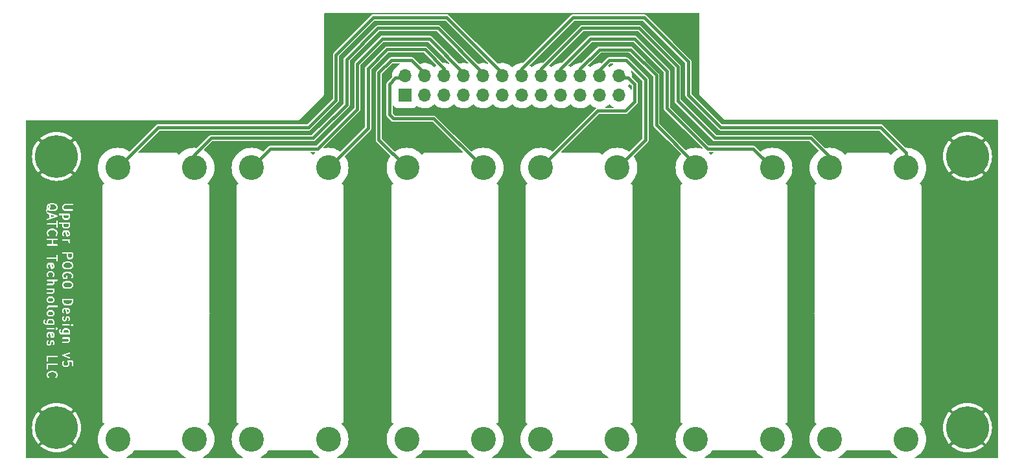
<source format=gbr>
%TF.GenerationSoftware,KiCad,Pcbnew,8.0.4*%
%TF.CreationDate,2024-09-10T22:05:28-04:00*%
%TF.ProjectId,UpperPOGO,55707065-7250-44f4-974f-2e6b69636164,v4*%
%TF.SameCoordinates,Original*%
%TF.FileFunction,Copper,L1,Top*%
%TF.FilePolarity,Positive*%
%FSLAX46Y46*%
G04 Gerber Fmt 4.6, Leading zero omitted, Abs format (unit mm)*
G04 Created by KiCad (PCBNEW 8.0.4) date 2024-09-10 22:05:28*
%MOMM*%
%LPD*%
G01*
G04 APERTURE LIST*
%ADD10C,0.200000*%
%TA.AperFunction,ComponentPad*%
%ADD11C,3.250000*%
%TD*%
%TA.AperFunction,ComponentPad*%
%ADD12C,3.600000*%
%TD*%
%TA.AperFunction,ConnectorPad*%
%ADD13C,5.600000*%
%TD*%
%TA.AperFunction,ComponentPad*%
%ADD14R,1.700000X1.700000*%
%TD*%
%TA.AperFunction,ComponentPad*%
%ADD15O,1.700000X1.700000*%
%TD*%
%TA.AperFunction,Conductor*%
%ADD16C,0.400000*%
%TD*%
G04 APERTURE END LIST*
D10*
G36*
X86012649Y-89198970D02*
G01*
X86046709Y-89267088D01*
X86046709Y-89457969D01*
X86012649Y-89526089D01*
X85944530Y-89560149D01*
X85931070Y-89560149D01*
X85852022Y-89164911D01*
X85944530Y-89164911D01*
X86012649Y-89198970D01*
G37*
G36*
X87980856Y-88730432D02*
G01*
X88017429Y-88767004D01*
X88059139Y-88850424D01*
X88059139Y-89041304D01*
X88037811Y-89083960D01*
X87447133Y-89083960D01*
X87425806Y-89041305D01*
X87425806Y-88850424D01*
X87467515Y-88767006D01*
X87504089Y-88730431D01*
X87587509Y-88688722D01*
X87897436Y-88688722D01*
X87980856Y-88730432D01*
G37*
G36*
X85968426Y-87480431D02*
G01*
X86004999Y-87517003D01*
X86046709Y-87600423D01*
X86046709Y-87791303D01*
X86025381Y-87833959D01*
X85434703Y-87833959D01*
X85413376Y-87791304D01*
X85413376Y-87600423D01*
X85455085Y-87517005D01*
X85491659Y-87480430D01*
X85575079Y-87438721D01*
X85885006Y-87438721D01*
X85968426Y-87480431D01*
G37*
G36*
X85968426Y-86349479D02*
G01*
X86004999Y-86386051D01*
X86046709Y-86469471D01*
X86046709Y-86600827D01*
X86004999Y-86684247D01*
X85968424Y-86720821D01*
X85885006Y-86762531D01*
X85575079Y-86762531D01*
X85491658Y-86720821D01*
X85455086Y-86684248D01*
X85413376Y-86600828D01*
X85413376Y-86469471D01*
X85455085Y-86386053D01*
X85491659Y-86349478D01*
X85575079Y-86307769D01*
X85885006Y-86307769D01*
X85968426Y-86349479D01*
G37*
G36*
X88025079Y-86044209D02*
G01*
X88059139Y-86112327D01*
X88059139Y-86303208D01*
X88025079Y-86371328D01*
X87956960Y-86405388D01*
X87943500Y-86405388D01*
X87864452Y-86010150D01*
X87956960Y-86010150D01*
X88025079Y-86044209D01*
G37*
G36*
X88475806Y-85001066D02*
G01*
X88428879Y-85141845D01*
X88337997Y-85232726D01*
X88243282Y-85280083D01*
X88027781Y-85333959D01*
X87873830Y-85333959D01*
X87658328Y-85280083D01*
X87563611Y-85232725D01*
X87472733Y-85141846D01*
X87425806Y-85001065D01*
X87425806Y-84819674D01*
X88475806Y-84819674D01*
X88475806Y-85001066D01*
G37*
G36*
X85968426Y-84563765D02*
G01*
X86004999Y-84600337D01*
X86046709Y-84683757D01*
X86046709Y-84815113D01*
X86004999Y-84898533D01*
X85968424Y-84935107D01*
X85885006Y-84976817D01*
X85575079Y-84976817D01*
X85491658Y-84935107D01*
X85455086Y-84898534D01*
X85413376Y-84815114D01*
X85413376Y-84683757D01*
X85455085Y-84600339D01*
X85491659Y-84563764D01*
X85575079Y-84522055D01*
X85885006Y-84522055D01*
X85968426Y-84563765D01*
G37*
G36*
X88346109Y-82548065D02*
G01*
X88434095Y-82636051D01*
X88475806Y-82719471D01*
X88475806Y-82910351D01*
X88434095Y-82993771D01*
X88346109Y-83081757D01*
X88146829Y-83131578D01*
X87754782Y-83131578D01*
X87555503Y-83081758D01*
X87467515Y-82993770D01*
X87425806Y-82910352D01*
X87425806Y-82719471D01*
X87467515Y-82636053D01*
X87555503Y-82548064D01*
X87754782Y-82498245D01*
X88146829Y-82498245D01*
X88346109Y-82548065D01*
G37*
G36*
X88346109Y-79988541D02*
G01*
X88434095Y-80076527D01*
X88475806Y-80159947D01*
X88475806Y-80350827D01*
X88434095Y-80434247D01*
X88346109Y-80522233D01*
X88146829Y-80572054D01*
X87754782Y-80572054D01*
X87555503Y-80522234D01*
X87467515Y-80434246D01*
X87425806Y-80350828D01*
X87425806Y-80159947D01*
X87467515Y-80076529D01*
X87555503Y-79988540D01*
X87754782Y-79938721D01*
X88146829Y-79938721D01*
X88346109Y-79988541D01*
G37*
G36*
X86012649Y-80151352D02*
G01*
X86046709Y-80219470D01*
X86046709Y-80410351D01*
X86012649Y-80478471D01*
X85944530Y-80512531D01*
X85931070Y-80512531D01*
X85852022Y-80117293D01*
X85944530Y-80117293D01*
X86012649Y-80151352D01*
G37*
G36*
X88475806Y-79100827D02*
G01*
X88434096Y-79184247D01*
X88397523Y-79220819D01*
X88314103Y-79262530D01*
X88182747Y-79262530D01*
X88099327Y-79220820D01*
X88062753Y-79184246D01*
X88021044Y-79100828D01*
X88021044Y-78748245D01*
X88475806Y-78748245D01*
X88475806Y-79100827D01*
G37*
G36*
X88025079Y-75925160D02*
G01*
X88059139Y-75993278D01*
X88059139Y-76184159D01*
X88025079Y-76252279D01*
X87956960Y-76286339D01*
X87943500Y-76286339D01*
X87864452Y-75891101D01*
X87956960Y-75891101D01*
X88025079Y-75925160D01*
G37*
G36*
X88059139Y-74862326D02*
G01*
X88059139Y-75053207D01*
X88017429Y-75136627D01*
X87980854Y-75173201D01*
X87897436Y-75214911D01*
X87587509Y-75214911D01*
X87504088Y-75173201D01*
X87467516Y-75136628D01*
X87425806Y-75053208D01*
X87425806Y-74862328D01*
X87447133Y-74819673D01*
X88037812Y-74819673D01*
X88059139Y-74862326D01*
G37*
G36*
X86247148Y-73826815D02*
G01*
X85770519Y-73985692D01*
X85770519Y-73667939D01*
X86247148Y-73826815D01*
G37*
G36*
X88059139Y-73731374D02*
G01*
X88059139Y-73922255D01*
X88017429Y-74005675D01*
X87980854Y-74042249D01*
X87897436Y-74083959D01*
X87587509Y-74083959D01*
X87504088Y-74042249D01*
X87467516Y-74005676D01*
X87425806Y-73922256D01*
X87425806Y-73731376D01*
X87447133Y-73688721D01*
X88037812Y-73688721D01*
X88059139Y-73731374D01*
G37*
G36*
X86333679Y-72369493D02*
G01*
X86421665Y-72457479D01*
X86463376Y-72540899D01*
X86463376Y-72731779D01*
X86421665Y-72815199D01*
X86333679Y-72903185D01*
X86134399Y-72953006D01*
X85742352Y-72953006D01*
X85543073Y-72903186D01*
X85514321Y-72874434D01*
X85622182Y-72766574D01*
X85628473Y-72758907D01*
X85630471Y-72757175D01*
X85632366Y-72754163D01*
X85634618Y-72751420D01*
X85635626Y-72748984D01*
X85640914Y-72740585D01*
X85700438Y-72621537D01*
X85707444Y-72603229D01*
X85707698Y-72599645D01*
X85709074Y-72596325D01*
X85710995Y-72576816D01*
X85710995Y-72457768D01*
X85709074Y-72438259D01*
X85694142Y-72402211D01*
X85666552Y-72374621D01*
X85630504Y-72359689D01*
X85591486Y-72359689D01*
X85555438Y-72374621D01*
X85527848Y-72402211D01*
X85512916Y-72438259D01*
X85510995Y-72457768D01*
X85510995Y-72553209D01*
X85469284Y-72636628D01*
X85413376Y-72692537D01*
X85413376Y-72540899D01*
X85455085Y-72457481D01*
X85543073Y-72369492D01*
X85742352Y-72319673D01*
X86134399Y-72319673D01*
X86333679Y-72369493D01*
G37*
G36*
X88814695Y-95135213D02*
G01*
X84657820Y-95135213D01*
X84657820Y-94541102D01*
X85213376Y-94541102D01*
X85213376Y-94660150D01*
X85214348Y-94670023D01*
X85214161Y-94672658D01*
X85214948Y-94676121D01*
X85215297Y-94679659D01*
X85216308Y-94682100D01*
X85218508Y-94691773D01*
X85278032Y-94870343D01*
X85286023Y-94888244D01*
X85288376Y-94890958D01*
X85289752Y-94894278D01*
X85302189Y-94909431D01*
X85361712Y-94968955D01*
X85376865Y-94981392D01*
X85412913Y-94996323D01*
X85451931Y-94996324D01*
X85487980Y-94981393D01*
X85515570Y-94953803D01*
X85530501Y-94917755D01*
X85530502Y-94878737D01*
X85515571Y-94842688D01*
X85503134Y-94827535D01*
X85460303Y-94784703D01*
X85413376Y-94643922D01*
X85413376Y-94557329D01*
X85460303Y-94416548D01*
X85551181Y-94325669D01*
X85645898Y-94278311D01*
X85861400Y-94224436D01*
X86015351Y-94224436D01*
X86230852Y-94278311D01*
X86325567Y-94325668D01*
X86416449Y-94416549D01*
X86463376Y-94557328D01*
X86463376Y-94643923D01*
X86416449Y-94784702D01*
X86373617Y-94827534D01*
X86361181Y-94842688D01*
X86346249Y-94878736D01*
X86346249Y-94917754D01*
X86361181Y-94953802D01*
X86388771Y-94981392D01*
X86424819Y-94996324D01*
X86463837Y-94996324D01*
X86499885Y-94981392D01*
X86515039Y-94968956D01*
X86574563Y-94909431D01*
X86587000Y-94894278D01*
X86588375Y-94890957D01*
X86590729Y-94888244D01*
X86598720Y-94870344D01*
X86658244Y-94691773D01*
X86660443Y-94682100D01*
X86661455Y-94679659D01*
X86661803Y-94676121D01*
X86662591Y-94672658D01*
X86662403Y-94670023D01*
X86663376Y-94660150D01*
X86663376Y-94541102D01*
X86662403Y-94531228D01*
X86662591Y-94528594D01*
X86661803Y-94525130D01*
X86661455Y-94521593D01*
X86660443Y-94519151D01*
X86658244Y-94509479D01*
X86598720Y-94330908D01*
X86590729Y-94313008D01*
X86588374Y-94310292D01*
X86586999Y-94306973D01*
X86574562Y-94291820D01*
X86455515Y-94172772D01*
X86447845Y-94166477D01*
X86446115Y-94164483D01*
X86443107Y-94162589D01*
X86440361Y-94160336D01*
X86437921Y-94159325D01*
X86429525Y-94154040D01*
X86310478Y-94094517D01*
X86309051Y-94093971D01*
X86308471Y-94093541D01*
X86300288Y-94090617D01*
X86292170Y-94087511D01*
X86291449Y-94087459D01*
X86290011Y-94086946D01*
X86051915Y-94027422D01*
X86048533Y-94026921D01*
X86047170Y-94026357D01*
X86039819Y-94025633D01*
X86032522Y-94024554D01*
X86031063Y-94024771D01*
X86027661Y-94024436D01*
X85849090Y-94024436D01*
X85845687Y-94024771D01*
X85844229Y-94024554D01*
X85836932Y-94025633D01*
X85829581Y-94026357D01*
X85828216Y-94026922D01*
X85824837Y-94027422D01*
X85586741Y-94086946D01*
X85585302Y-94087459D01*
X85584583Y-94087511D01*
X85576472Y-94090614D01*
X85568281Y-94093541D01*
X85567700Y-94093971D01*
X85566274Y-94094517D01*
X85447226Y-94154040D01*
X85438829Y-94159325D01*
X85436390Y-94160336D01*
X85433643Y-94162589D01*
X85430636Y-94164483D01*
X85428905Y-94166477D01*
X85421236Y-94172772D01*
X85302189Y-94291821D01*
X85289752Y-94306974D01*
X85288376Y-94310294D01*
X85286023Y-94313008D01*
X85278032Y-94330909D01*
X85218508Y-94509479D01*
X85216308Y-94519151D01*
X85215297Y-94521593D01*
X85214948Y-94525130D01*
X85214161Y-94528594D01*
X85214348Y-94531228D01*
X85213376Y-94541102D01*
X84657820Y-94541102D01*
X84657820Y-93172055D01*
X85213376Y-93172055D01*
X85213376Y-93767293D01*
X85215297Y-93786802D01*
X85230229Y-93822850D01*
X85257819Y-93850440D01*
X85293867Y-93865372D01*
X85332885Y-93865372D01*
X85368933Y-93850440D01*
X85396523Y-93822850D01*
X85411455Y-93786802D01*
X85413376Y-93767293D01*
X85413376Y-93272055D01*
X86563376Y-93272055D01*
X86582885Y-93270134D01*
X86618933Y-93255202D01*
X86646523Y-93227612D01*
X86661455Y-93191564D01*
X86661455Y-93152546D01*
X86646523Y-93116498D01*
X86618933Y-93088908D01*
X86582885Y-93073976D01*
X86563376Y-93072055D01*
X85313376Y-93072055D01*
X85293867Y-93073976D01*
X85257819Y-93088908D01*
X85230229Y-93116498D01*
X85215297Y-93152546D01*
X85213376Y-93172055D01*
X84657820Y-93172055D01*
X84657820Y-92933959D01*
X87225806Y-92933959D01*
X87225806Y-93231578D01*
X87227727Y-93251087D01*
X87229102Y-93254407D01*
X87229357Y-93257991D01*
X87236363Y-93276299D01*
X87295887Y-93395348D01*
X87301171Y-93403742D01*
X87302182Y-93406183D01*
X87304436Y-93408929D01*
X87306330Y-93411938D01*
X87308326Y-93413669D01*
X87314619Y-93421336D01*
X87374142Y-93480860D01*
X87381811Y-93487154D01*
X87383542Y-93489150D01*
X87386547Y-93491041D01*
X87389295Y-93493297D01*
X87391736Y-93494308D01*
X87400132Y-93499593D01*
X87519180Y-93559116D01*
X87537489Y-93566122D01*
X87541071Y-93566376D01*
X87544392Y-93567752D01*
X87563901Y-93569673D01*
X87861520Y-93569673D01*
X87881029Y-93567752D01*
X87884349Y-93566376D01*
X87887932Y-93566122D01*
X87906241Y-93559116D01*
X88025289Y-93499593D01*
X88033684Y-93494308D01*
X88036126Y-93493297D01*
X88038873Y-93491041D01*
X88041879Y-93489150D01*
X88043609Y-93487154D01*
X88051279Y-93480860D01*
X88110802Y-93421336D01*
X88117094Y-93413669D01*
X88119091Y-93411938D01*
X88120984Y-93408930D01*
X88123239Y-93406183D01*
X88124250Y-93403741D01*
X88129534Y-93395347D01*
X88189058Y-93276299D01*
X88196064Y-93257991D01*
X88196318Y-93254407D01*
X88197694Y-93251087D01*
X88199615Y-93231578D01*
X88199615Y-92933959D01*
X88197694Y-92914450D01*
X88196318Y-92911129D01*
X88196064Y-92907546D01*
X88189058Y-92889238D01*
X88182478Y-92876078D01*
X88475806Y-92905410D01*
X88475806Y-93410150D01*
X88477727Y-93429659D01*
X88492659Y-93465707D01*
X88520249Y-93493297D01*
X88556297Y-93508229D01*
X88595315Y-93508229D01*
X88631363Y-93493297D01*
X88658953Y-93465707D01*
X88673885Y-93429659D01*
X88675806Y-93410150D01*
X88675806Y-92814912D01*
X88675095Y-92807700D01*
X88675340Y-92805259D01*
X88674620Y-92802875D01*
X88673885Y-92795403D01*
X88668292Y-92781902D01*
X88664069Y-92767904D01*
X88660879Y-92764005D01*
X88658953Y-92759355D01*
X88648618Y-92749020D01*
X88639361Y-92737706D01*
X88634923Y-92735325D01*
X88631363Y-92731765D01*
X88617860Y-92726171D01*
X88604978Y-92719261D01*
X88597611Y-92717784D01*
X88595315Y-92716833D01*
X88592866Y-92716833D01*
X88585757Y-92715408D01*
X87990518Y-92655884D01*
X87970915Y-92655855D01*
X87966095Y-92657309D01*
X87961060Y-92657309D01*
X87947553Y-92662903D01*
X87933560Y-92667125D01*
X87929663Y-92670312D01*
X87925011Y-92672240D01*
X87914671Y-92682579D01*
X87903362Y-92691833D01*
X87900982Y-92696268D01*
X87897421Y-92699830D01*
X87891826Y-92713336D01*
X87884917Y-92726217D01*
X87884415Y-92731228D01*
X87882490Y-92735878D01*
X87882489Y-92750493D01*
X87881035Y-92765041D01*
X87882489Y-92769860D01*
X87882489Y-92774896D01*
X87888083Y-92788402D01*
X87892305Y-92802396D01*
X87895492Y-92806292D01*
X87897420Y-92810945D01*
X87909857Y-92826098D01*
X87957904Y-92874145D01*
X87999615Y-92957565D01*
X87999615Y-93207970D01*
X87957904Y-93291391D01*
X87921332Y-93327963D01*
X87837913Y-93369673D01*
X87587508Y-93369673D01*
X87504088Y-93327963D01*
X87467516Y-93291391D01*
X87425806Y-93207971D01*
X87425806Y-92957567D01*
X87467516Y-92874146D01*
X87515564Y-92826098D01*
X87528001Y-92810945D01*
X87542932Y-92774896D01*
X87542931Y-92735878D01*
X87528000Y-92699830D01*
X87500410Y-92672240D01*
X87464361Y-92657309D01*
X87425343Y-92657310D01*
X87389295Y-92672241D01*
X87374142Y-92684678D01*
X87314619Y-92744202D01*
X87308326Y-92751868D01*
X87306330Y-92753600D01*
X87304437Y-92756607D01*
X87302182Y-92759355D01*
X87301170Y-92761797D01*
X87295888Y-92770190D01*
X87236363Y-92889237D01*
X87229357Y-92907546D01*
X87229102Y-92911129D01*
X87227727Y-92914450D01*
X87225806Y-92933959D01*
X84657820Y-92933959D01*
X84657820Y-92160150D01*
X85213376Y-92160150D01*
X85213376Y-92755388D01*
X85215297Y-92774897D01*
X85230229Y-92810945D01*
X85257819Y-92838535D01*
X85293867Y-92853467D01*
X85332885Y-92853467D01*
X85368933Y-92838535D01*
X85396523Y-92810945D01*
X85411455Y-92774897D01*
X85413376Y-92755388D01*
X85413376Y-92260150D01*
X86563376Y-92260150D01*
X86582885Y-92258229D01*
X86618933Y-92243297D01*
X86646523Y-92215707D01*
X86661455Y-92179659D01*
X86661455Y-92140641D01*
X86646523Y-92104593D01*
X86618933Y-92077003D01*
X86582885Y-92062071D01*
X86563376Y-92060150D01*
X85313376Y-92060150D01*
X85293867Y-92062071D01*
X85257819Y-92077003D01*
X85230229Y-92104593D01*
X85215297Y-92140641D01*
X85213376Y-92160150D01*
X84657820Y-92160150D01*
X84657820Y-92026487D01*
X87226879Y-92026487D01*
X87227605Y-92041102D01*
X87226879Y-92055717D01*
X87228567Y-92060445D01*
X87228817Y-92065457D01*
X87235078Y-92078675D01*
X87240002Y-92092462D01*
X87243372Y-92096184D01*
X87245520Y-92100719D01*
X87256368Y-92110539D01*
X87266189Y-92121388D01*
X87270723Y-92123535D01*
X87274446Y-92126906D01*
X87292172Y-92135276D01*
X88125506Y-92432895D01*
X88144524Y-92437648D01*
X88183494Y-92435710D01*
X88218756Y-92419007D01*
X88244943Y-92390081D01*
X88258066Y-92353336D01*
X88256128Y-92314366D01*
X88239425Y-92279104D01*
X88210499Y-92252918D01*
X88192773Y-92244547D01*
X87623127Y-92041102D01*
X88192773Y-91837657D01*
X88210499Y-91829286D01*
X88239425Y-91803100D01*
X88256128Y-91767838D01*
X88258066Y-91728868D01*
X88244943Y-91692123D01*
X88218756Y-91663197D01*
X88183494Y-91646494D01*
X88144524Y-91644556D01*
X88125506Y-91649309D01*
X87292172Y-91946928D01*
X87274446Y-91955298D01*
X87270723Y-91958668D01*
X87266189Y-91960816D01*
X87256368Y-91971664D01*
X87245520Y-91981485D01*
X87243372Y-91986019D01*
X87240002Y-91989742D01*
X87235078Y-92003528D01*
X87228817Y-92016747D01*
X87228567Y-92021758D01*
X87226879Y-92026487D01*
X84657820Y-92026487D01*
X84657820Y-90255387D01*
X85213376Y-90255387D01*
X85213376Y-90493483D01*
X85215297Y-90512992D01*
X85216672Y-90516312D01*
X85216927Y-90519896D01*
X85223933Y-90538205D01*
X85283458Y-90657252D01*
X85285510Y-90660513D01*
X85286024Y-90662053D01*
X85287686Y-90663969D01*
X85293900Y-90673842D01*
X85303372Y-90682057D01*
X85311588Y-90691530D01*
X85321462Y-90697746D01*
X85323377Y-90699406D01*
X85324913Y-90699918D01*
X85328178Y-90701973D01*
X85447226Y-90761497D01*
X85465534Y-90768503D01*
X85469117Y-90768757D01*
X85472438Y-90770133D01*
X85491947Y-90772054D01*
X85551471Y-90772054D01*
X85570980Y-90770133D01*
X85574300Y-90768757D01*
X85577884Y-90768503D01*
X85596192Y-90761497D01*
X85715241Y-90701973D01*
X85718505Y-90699918D01*
X85720042Y-90699406D01*
X85721955Y-90697746D01*
X85731831Y-90691530D01*
X85740048Y-90682054D01*
X85749519Y-90673841D01*
X85755732Y-90663969D01*
X85757395Y-90662053D01*
X85757908Y-90660514D01*
X85759962Y-90657251D01*
X85819485Y-90538204D01*
X85826491Y-90519896D01*
X85826745Y-90516312D01*
X85828121Y-90512992D01*
X85830042Y-90493483D01*
X85830042Y-90338519D01*
X85864101Y-90270399D01*
X85932222Y-90236340D01*
X85944530Y-90236340D01*
X86012649Y-90270399D01*
X86046709Y-90338517D01*
X86046709Y-90469876D01*
X85997742Y-90567808D01*
X85990736Y-90586117D01*
X85987970Y-90625037D01*
X86000309Y-90662053D01*
X86025873Y-90691530D01*
X86060772Y-90708979D01*
X86099692Y-90711745D01*
X86136708Y-90699406D01*
X86166185Y-90673842D01*
X86176628Y-90657252D01*
X86236152Y-90538204D01*
X86243158Y-90519896D01*
X86243412Y-90516312D01*
X86244788Y-90512992D01*
X86246709Y-90493483D01*
X86246709Y-90314911D01*
X86244788Y-90295402D01*
X86243412Y-90292081D01*
X86243158Y-90288498D01*
X86236152Y-90270190D01*
X86176628Y-90151142D01*
X86174573Y-90147877D01*
X86174061Y-90146341D01*
X86172401Y-90144426D01*
X86166185Y-90134552D01*
X86156712Y-90126336D01*
X86148497Y-90116864D01*
X86138624Y-90110650D01*
X86136708Y-90108988D01*
X86135168Y-90108474D01*
X86131907Y-90106422D01*
X86012860Y-90046897D01*
X85994551Y-90039891D01*
X85990967Y-90039636D01*
X85987647Y-90038261D01*
X85968138Y-90036340D01*
X85908614Y-90036340D01*
X85889105Y-90038261D01*
X85885784Y-90039636D01*
X85882201Y-90039891D01*
X85863893Y-90046897D01*
X85744845Y-90106421D01*
X85741581Y-90108475D01*
X85740043Y-90108988D01*
X85738127Y-90110649D01*
X85728254Y-90116864D01*
X85720038Y-90126336D01*
X85710566Y-90134552D01*
X85704352Y-90144424D01*
X85702690Y-90146341D01*
X85702176Y-90147880D01*
X85700124Y-90151142D01*
X85640599Y-90270189D01*
X85633593Y-90288498D01*
X85633338Y-90292081D01*
X85631963Y-90295402D01*
X85630042Y-90314911D01*
X85630042Y-90469876D01*
X85595983Y-90537994D01*
X85527864Y-90572054D01*
X85515554Y-90572054D01*
X85447435Y-90537994D01*
X85413376Y-90469875D01*
X85413376Y-90278995D01*
X85462343Y-90181061D01*
X85469349Y-90162753D01*
X85472115Y-90123833D01*
X85459776Y-90086817D01*
X85434212Y-90057340D01*
X85399313Y-90039891D01*
X85360393Y-90037125D01*
X85323377Y-90049464D01*
X85293900Y-90075028D01*
X85283458Y-90091618D01*
X85223933Y-90210665D01*
X85216927Y-90228974D01*
X85216672Y-90232557D01*
X85215297Y-90235878D01*
X85213376Y-90255387D01*
X84657820Y-90255387D01*
X84657820Y-89243482D01*
X85213376Y-89243482D01*
X85213376Y-89481577D01*
X85215297Y-89501086D01*
X85216672Y-89504406D01*
X85216927Y-89507990D01*
X85223933Y-89526298D01*
X85283457Y-89645347D01*
X85293900Y-89661937D01*
X85323377Y-89687501D01*
X85360393Y-89699840D01*
X85399313Y-89697074D01*
X85434212Y-89679625D01*
X85459776Y-89650148D01*
X85472115Y-89613132D01*
X85469349Y-89574212D01*
X85462343Y-89555904D01*
X85413376Y-89457970D01*
X85413376Y-89267090D01*
X85447435Y-89198970D01*
X85515554Y-89164911D01*
X85648062Y-89164911D01*
X85751032Y-89679761D01*
X85756742Y-89698514D01*
X85762193Y-89706654D01*
X85765943Y-89715706D01*
X85772942Y-89722705D01*
X85778453Y-89730934D01*
X85786606Y-89736369D01*
X85793533Y-89743296D01*
X85802679Y-89747084D01*
X85810918Y-89752577D01*
X85820528Y-89754478D01*
X85829581Y-89758228D01*
X85849090Y-89760149D01*
X85849195Y-89760149D01*
X85968138Y-89760149D01*
X85972810Y-89759689D01*
X87227727Y-89759689D01*
X87227727Y-89798707D01*
X87242659Y-89834755D01*
X87270249Y-89862345D01*
X87306297Y-89877277D01*
X87325806Y-89879198D01*
X87998670Y-89879198D01*
X88017429Y-89897956D01*
X88059139Y-89981376D01*
X88059139Y-90112732D01*
X88025079Y-90180852D01*
X87956960Y-90214912D01*
X87325806Y-90214912D01*
X87306297Y-90216833D01*
X87270249Y-90231765D01*
X87242659Y-90259355D01*
X87227727Y-90295403D01*
X87227727Y-90334421D01*
X87242659Y-90370469D01*
X87270249Y-90398059D01*
X87306297Y-90412991D01*
X87325806Y-90414912D01*
X87980568Y-90414912D01*
X88000077Y-90412991D01*
X88003397Y-90411615D01*
X88006981Y-90411361D01*
X88025290Y-90404355D01*
X88144337Y-90344830D01*
X88147598Y-90342777D01*
X88149138Y-90342264D01*
X88151054Y-90340601D01*
X88160927Y-90334388D01*
X88169142Y-90324915D01*
X88178615Y-90316700D01*
X88184829Y-90306826D01*
X88186491Y-90304911D01*
X88187003Y-90303372D01*
X88189058Y-90300109D01*
X88248582Y-90181061D01*
X88255588Y-90162753D01*
X88255842Y-90159169D01*
X88257218Y-90155849D01*
X88259139Y-90136340D01*
X88259139Y-89957769D01*
X88257218Y-89938260D01*
X88255842Y-89934939D01*
X88255588Y-89931356D01*
X88248582Y-89913048D01*
X88220385Y-89856655D01*
X88242286Y-89834755D01*
X88257218Y-89798707D01*
X88257218Y-89759689D01*
X88242286Y-89723641D01*
X88214696Y-89696051D01*
X88178648Y-89681119D01*
X88159139Y-89679198D01*
X87325806Y-89679198D01*
X87306297Y-89681119D01*
X87270249Y-89696051D01*
X87242659Y-89723641D01*
X87227727Y-89759689D01*
X85972810Y-89759689D01*
X85987647Y-89758228D01*
X85990967Y-89756852D01*
X85994551Y-89756598D01*
X86012860Y-89749592D01*
X86131907Y-89690067D01*
X86135168Y-89688014D01*
X86136708Y-89687501D01*
X86138624Y-89685838D01*
X86148497Y-89679625D01*
X86156712Y-89670152D01*
X86166185Y-89661937D01*
X86172399Y-89652063D01*
X86174061Y-89650148D01*
X86174573Y-89648609D01*
X86176628Y-89645346D01*
X86236152Y-89526298D01*
X86243158Y-89507990D01*
X86243412Y-89504406D01*
X86244788Y-89501086D01*
X86246709Y-89481577D01*
X86246709Y-89243482D01*
X86244788Y-89223973D01*
X86243412Y-89220652D01*
X86243158Y-89217069D01*
X86236152Y-89198761D01*
X86176628Y-89079713D01*
X86174573Y-89076448D01*
X86174061Y-89074912D01*
X86172401Y-89072997D01*
X86166185Y-89063123D01*
X86156712Y-89054907D01*
X86148497Y-89045435D01*
X86138624Y-89039221D01*
X86136708Y-89037559D01*
X86135168Y-89037045D01*
X86131907Y-89034993D01*
X86012860Y-88975468D01*
X85994551Y-88968462D01*
X85990967Y-88968207D01*
X85987647Y-88966832D01*
X85968138Y-88964911D01*
X85491947Y-88964911D01*
X85472438Y-88966832D01*
X85469117Y-88968207D01*
X85465534Y-88968462D01*
X85447226Y-88975468D01*
X85328178Y-89034992D01*
X85324913Y-89037046D01*
X85323377Y-89037559D01*
X85321462Y-89039218D01*
X85311588Y-89045435D01*
X85303372Y-89054907D01*
X85293900Y-89063123D01*
X85287686Y-89072995D01*
X85286024Y-89074912D01*
X85285510Y-89076451D01*
X85283458Y-89079713D01*
X85223933Y-89198760D01*
X85216927Y-89217069D01*
X85216672Y-89220652D01*
X85215297Y-89223973D01*
X85213376Y-89243482D01*
X84657820Y-89243482D01*
X84657820Y-88767293D01*
X86809139Y-88767293D01*
X86809139Y-88945865D01*
X86811060Y-88965374D01*
X86812435Y-88968694D01*
X86812690Y-88972278D01*
X86819696Y-88990587D01*
X86879221Y-89109634D01*
X86884505Y-89118030D01*
X86885516Y-89120469D01*
X86887767Y-89123212D01*
X86889663Y-89126224D01*
X86891660Y-89127956D01*
X86897952Y-89135623D01*
X86957477Y-89195147D01*
X86965143Y-89201439D01*
X86966875Y-89203436D01*
X86969883Y-89205329D01*
X86972630Y-89207584D01*
X86975070Y-89208594D01*
X86983465Y-89213879D01*
X87102513Y-89273403D01*
X87120821Y-89280409D01*
X87124404Y-89280663D01*
X87127725Y-89282039D01*
X87147234Y-89283960D01*
X88159139Y-89283960D01*
X88178648Y-89282039D01*
X88214696Y-89267107D01*
X88242286Y-89239517D01*
X88257218Y-89203469D01*
X88257218Y-89164451D01*
X88242286Y-89128403D01*
X88240226Y-89126343D01*
X88248582Y-89109633D01*
X88255588Y-89091325D01*
X88255842Y-89087741D01*
X88257218Y-89084421D01*
X88259139Y-89064912D01*
X88259139Y-88826817D01*
X88257218Y-88807308D01*
X88255842Y-88803987D01*
X88255588Y-88800404D01*
X88248582Y-88782096D01*
X88189058Y-88663048D01*
X88183772Y-88654651D01*
X88182762Y-88652211D01*
X88180508Y-88649465D01*
X88178615Y-88646457D01*
X88176617Y-88644724D01*
X88170325Y-88637058D01*
X88110801Y-88577535D01*
X88103134Y-88571242D01*
X88101403Y-88569246D01*
X88098395Y-88567353D01*
X88095648Y-88565098D01*
X88093205Y-88564086D01*
X88084813Y-88558804D01*
X87965766Y-88499279D01*
X87947457Y-88492273D01*
X87943873Y-88492018D01*
X87940553Y-88490643D01*
X87921044Y-88488722D01*
X87563901Y-88488722D01*
X87544392Y-88490643D01*
X87541071Y-88492018D01*
X87537488Y-88492273D01*
X87519180Y-88499279D01*
X87400132Y-88558803D01*
X87391735Y-88564088D01*
X87389295Y-88565099D01*
X87386548Y-88567352D01*
X87383541Y-88569246D01*
X87381810Y-88571241D01*
X87374142Y-88577535D01*
X87314619Y-88637058D01*
X87308327Y-88644724D01*
X87306330Y-88646457D01*
X87304434Y-88649468D01*
X87302183Y-88652212D01*
X87301173Y-88654648D01*
X87295887Y-88663047D01*
X87236363Y-88782096D01*
X87229357Y-88800404D01*
X87229102Y-88803987D01*
X87227727Y-88807308D01*
X87225806Y-88826817D01*
X87225806Y-89064912D01*
X87227682Y-89083960D01*
X87170841Y-89083960D01*
X87087421Y-89042249D01*
X87050848Y-89005675D01*
X87009139Y-88922257D01*
X87009139Y-88790901D01*
X87058106Y-88692967D01*
X87065112Y-88674659D01*
X87067878Y-88635739D01*
X87055539Y-88598723D01*
X87029975Y-88569246D01*
X86995076Y-88551797D01*
X86956156Y-88549031D01*
X86919140Y-88561370D01*
X86889663Y-88586934D01*
X86879221Y-88603524D01*
X86819696Y-88722571D01*
X86812690Y-88740880D01*
X86812435Y-88744463D01*
X86811060Y-88747784D01*
X86809139Y-88767293D01*
X84657820Y-88767293D01*
X84657820Y-88509688D01*
X85215297Y-88509688D01*
X85215297Y-88548706D01*
X85230229Y-88584754D01*
X85257819Y-88612344D01*
X85293867Y-88627276D01*
X85313376Y-88629197D01*
X86146709Y-88629197D01*
X86166218Y-88627276D01*
X86202266Y-88612344D01*
X86229856Y-88584754D01*
X86244788Y-88548706D01*
X86244788Y-88509688D01*
X86346249Y-88509688D01*
X86346249Y-88548706D01*
X86354742Y-88569210D01*
X86361181Y-88584755D01*
X86373618Y-88599908D01*
X86433142Y-88659431D01*
X86448295Y-88671868D01*
X86484344Y-88686799D01*
X86503852Y-88686798D01*
X86523360Y-88686799D01*
X86559409Y-88671868D01*
X86574562Y-88659431D01*
X86634086Y-88599908D01*
X86646518Y-88584760D01*
X86646524Y-88584755D01*
X86661455Y-88548706D01*
X86661455Y-88509688D01*
X86646524Y-88473640D01*
X86634087Y-88458487D01*
X86574563Y-88398962D01*
X86559420Y-88386535D01*
X86559410Y-88386525D01*
X86523361Y-88371594D01*
X86484343Y-88371594D01*
X86448295Y-88386525D01*
X86433142Y-88398962D01*
X86373617Y-88458486D01*
X86361185Y-88473634D01*
X86361180Y-88473640D01*
X86350622Y-88499130D01*
X86346249Y-88509688D01*
X86244788Y-88509688D01*
X86229856Y-88473640D01*
X86202266Y-88446050D01*
X86166218Y-88431118D01*
X86146709Y-88429197D01*
X85313376Y-88429197D01*
X85293867Y-88431118D01*
X85257819Y-88446050D01*
X85230229Y-88473640D01*
X85215297Y-88509688D01*
X84657820Y-88509688D01*
X84657820Y-87517292D01*
X84796709Y-87517292D01*
X84796709Y-87695864D01*
X84798630Y-87715373D01*
X84800005Y-87718693D01*
X84800260Y-87722277D01*
X84807266Y-87740586D01*
X84866791Y-87859633D01*
X84872075Y-87868029D01*
X84873086Y-87870468D01*
X84875337Y-87873211D01*
X84877233Y-87876223D01*
X84879230Y-87877955D01*
X84885522Y-87885622D01*
X84945047Y-87945146D01*
X84952713Y-87951438D01*
X84954445Y-87953435D01*
X84957453Y-87955328D01*
X84960200Y-87957583D01*
X84962640Y-87958593D01*
X84971035Y-87963878D01*
X85090083Y-88023402D01*
X85108391Y-88030408D01*
X85111974Y-88030662D01*
X85115295Y-88032038D01*
X85134804Y-88033959D01*
X86146709Y-88033959D01*
X86151381Y-88033499D01*
X87227727Y-88033499D01*
X87227727Y-88072517D01*
X87242659Y-88108565D01*
X87270249Y-88136155D01*
X87306297Y-88151087D01*
X87325806Y-88153008D01*
X88159139Y-88153008D01*
X88178648Y-88151087D01*
X88214696Y-88136155D01*
X88242286Y-88108565D01*
X88257218Y-88072517D01*
X88257218Y-88033499D01*
X88358679Y-88033499D01*
X88358679Y-88072517D01*
X88367172Y-88093021D01*
X88373611Y-88108566D01*
X88386048Y-88123719D01*
X88445572Y-88183242D01*
X88460725Y-88195679D01*
X88496774Y-88210610D01*
X88516282Y-88210609D01*
X88535790Y-88210610D01*
X88571839Y-88195679D01*
X88586992Y-88183242D01*
X88646516Y-88123719D01*
X88658948Y-88108571D01*
X88658954Y-88108566D01*
X88673885Y-88072517D01*
X88673885Y-88033499D01*
X88658954Y-87997451D01*
X88646517Y-87982298D01*
X88586993Y-87922773D01*
X88571850Y-87910346D01*
X88571840Y-87910336D01*
X88535791Y-87895405D01*
X88496773Y-87895405D01*
X88460725Y-87910336D01*
X88445572Y-87922773D01*
X88386047Y-87982297D01*
X88373615Y-87997445D01*
X88373610Y-87997451D01*
X88367187Y-88012959D01*
X88358679Y-88033499D01*
X88257218Y-88033499D01*
X88242286Y-87997451D01*
X88214696Y-87969861D01*
X88178648Y-87954929D01*
X88159139Y-87953008D01*
X87325806Y-87953008D01*
X87306297Y-87954929D01*
X87270249Y-87969861D01*
X87242659Y-87997451D01*
X87227727Y-88033499D01*
X86151381Y-88033499D01*
X86166218Y-88032038D01*
X86202266Y-88017106D01*
X86229856Y-87989516D01*
X86244788Y-87953468D01*
X86244788Y-87914450D01*
X86229856Y-87878402D01*
X86227796Y-87876342D01*
X86236152Y-87859632D01*
X86243158Y-87841324D01*
X86243412Y-87837740D01*
X86244788Y-87834420D01*
X86246709Y-87814911D01*
X86246709Y-87576816D01*
X86244788Y-87557307D01*
X86243412Y-87553986D01*
X86243158Y-87550403D01*
X86236152Y-87532095D01*
X86176628Y-87413047D01*
X86171342Y-87404650D01*
X86170332Y-87402210D01*
X86168078Y-87399464D01*
X86166185Y-87396456D01*
X86164187Y-87394723D01*
X86157895Y-87387057D01*
X86098371Y-87327534D01*
X86090704Y-87321241D01*
X86088973Y-87319245D01*
X86085965Y-87317352D01*
X86083218Y-87315097D01*
X86080775Y-87314085D01*
X86072383Y-87308803D01*
X85953336Y-87249278D01*
X85935027Y-87242272D01*
X85931443Y-87242017D01*
X85928123Y-87240642D01*
X85908614Y-87238721D01*
X85551471Y-87238721D01*
X85531962Y-87240642D01*
X85528641Y-87242017D01*
X85525058Y-87242272D01*
X85506750Y-87249278D01*
X85387702Y-87308802D01*
X85379305Y-87314087D01*
X85376865Y-87315098D01*
X85374118Y-87317351D01*
X85371111Y-87319245D01*
X85369380Y-87321240D01*
X85361712Y-87327534D01*
X85302189Y-87387057D01*
X85295897Y-87394723D01*
X85293900Y-87396456D01*
X85292004Y-87399467D01*
X85289753Y-87402211D01*
X85288743Y-87404647D01*
X85283457Y-87413046D01*
X85223933Y-87532095D01*
X85216927Y-87550403D01*
X85216672Y-87553986D01*
X85215297Y-87557307D01*
X85213376Y-87576816D01*
X85213376Y-87814911D01*
X85215252Y-87833959D01*
X85158411Y-87833959D01*
X85074991Y-87792248D01*
X85038418Y-87755674D01*
X84996709Y-87672256D01*
X84996709Y-87540900D01*
X85045676Y-87442966D01*
X85052682Y-87424658D01*
X85055448Y-87385738D01*
X85043109Y-87348722D01*
X85017545Y-87319245D01*
X84982646Y-87301796D01*
X84943726Y-87299030D01*
X84906710Y-87311369D01*
X84877233Y-87336933D01*
X84866791Y-87353523D01*
X84807266Y-87472570D01*
X84800260Y-87490879D01*
X84800005Y-87494462D01*
X84798630Y-87497783D01*
X84796709Y-87517292D01*
X84657820Y-87517292D01*
X84657820Y-87100626D01*
X87225806Y-87100626D01*
X87225806Y-87338722D01*
X87227727Y-87358231D01*
X87229102Y-87361551D01*
X87229357Y-87365135D01*
X87236363Y-87383444D01*
X87295888Y-87502491D01*
X87297940Y-87505752D01*
X87298454Y-87507292D01*
X87300116Y-87509208D01*
X87306330Y-87519081D01*
X87315802Y-87527296D01*
X87324018Y-87536769D01*
X87333892Y-87542985D01*
X87335807Y-87544645D01*
X87337343Y-87545157D01*
X87340608Y-87547212D01*
X87459656Y-87606736D01*
X87477964Y-87613742D01*
X87481547Y-87613996D01*
X87484868Y-87615372D01*
X87504377Y-87617293D01*
X87563901Y-87617293D01*
X87583410Y-87615372D01*
X87586730Y-87613996D01*
X87590314Y-87613742D01*
X87608622Y-87606736D01*
X87727671Y-87547212D01*
X87730935Y-87545157D01*
X87732472Y-87544645D01*
X87734385Y-87542985D01*
X87744261Y-87536769D01*
X87752478Y-87527293D01*
X87761949Y-87519080D01*
X87768162Y-87509208D01*
X87769825Y-87507292D01*
X87770338Y-87505753D01*
X87772392Y-87502490D01*
X87831915Y-87383443D01*
X87838921Y-87365135D01*
X87839175Y-87361551D01*
X87840551Y-87358231D01*
X87842472Y-87338722D01*
X87842472Y-87183758D01*
X87876531Y-87115638D01*
X87944652Y-87081579D01*
X87956960Y-87081579D01*
X88025079Y-87115638D01*
X88059139Y-87183756D01*
X88059139Y-87315115D01*
X88010172Y-87413047D01*
X88003166Y-87431356D01*
X88000400Y-87470276D01*
X88012739Y-87507292D01*
X88038303Y-87536769D01*
X88073202Y-87554218D01*
X88112122Y-87556984D01*
X88149138Y-87544645D01*
X88178615Y-87519081D01*
X88189058Y-87502491D01*
X88248582Y-87383443D01*
X88255588Y-87365135D01*
X88255842Y-87361551D01*
X88257218Y-87358231D01*
X88259139Y-87338722D01*
X88259139Y-87160150D01*
X88257218Y-87140641D01*
X88255842Y-87137320D01*
X88255588Y-87133737D01*
X88248582Y-87115429D01*
X88189058Y-86996381D01*
X88187003Y-86993116D01*
X88186491Y-86991580D01*
X88184831Y-86989665D01*
X88178615Y-86979791D01*
X88169142Y-86971575D01*
X88160927Y-86962103D01*
X88151054Y-86955889D01*
X88149138Y-86954227D01*
X88147598Y-86953713D01*
X88144337Y-86951661D01*
X88025290Y-86892136D01*
X88006981Y-86885130D01*
X88003397Y-86884875D01*
X88000077Y-86883500D01*
X87980568Y-86881579D01*
X87921044Y-86881579D01*
X87901535Y-86883500D01*
X87898214Y-86884875D01*
X87894631Y-86885130D01*
X87876323Y-86892136D01*
X87757275Y-86951660D01*
X87754011Y-86953714D01*
X87752473Y-86954227D01*
X87750557Y-86955888D01*
X87740684Y-86962103D01*
X87732468Y-86971575D01*
X87722996Y-86979791D01*
X87716782Y-86989663D01*
X87715120Y-86991580D01*
X87714606Y-86993119D01*
X87712554Y-86996381D01*
X87653029Y-87115428D01*
X87646023Y-87133737D01*
X87645768Y-87137320D01*
X87644393Y-87140641D01*
X87642472Y-87160150D01*
X87642472Y-87315115D01*
X87608413Y-87383233D01*
X87540294Y-87417293D01*
X87527984Y-87417293D01*
X87459865Y-87383233D01*
X87425806Y-87315114D01*
X87425806Y-87124234D01*
X87474773Y-87026300D01*
X87481779Y-87007992D01*
X87484545Y-86969072D01*
X87472206Y-86932056D01*
X87446642Y-86902579D01*
X87411743Y-86885130D01*
X87372823Y-86882364D01*
X87335807Y-86894703D01*
X87306330Y-86920267D01*
X87295888Y-86936857D01*
X87236363Y-87055904D01*
X87229357Y-87074213D01*
X87229102Y-87077796D01*
X87227727Y-87081117D01*
X87225806Y-87100626D01*
X84657820Y-87100626D01*
X84657820Y-86445864D01*
X85213376Y-86445864D01*
X85213376Y-86624435D01*
X85215297Y-86643944D01*
X85216672Y-86647264D01*
X85216927Y-86650848D01*
X85223933Y-86669156D01*
X85283457Y-86788205D01*
X85288741Y-86796599D01*
X85289752Y-86799040D01*
X85292006Y-86801786D01*
X85293900Y-86804795D01*
X85295896Y-86806526D01*
X85302189Y-86814193D01*
X85361712Y-86873717D01*
X85369378Y-86880009D01*
X85371111Y-86882007D01*
X85374119Y-86883900D01*
X85376865Y-86886154D01*
X85379305Y-86887164D01*
X85387702Y-86892450D01*
X85506750Y-86951974D01*
X85525058Y-86958980D01*
X85528641Y-86959234D01*
X85531962Y-86960610D01*
X85551471Y-86962531D01*
X85908614Y-86962531D01*
X85928123Y-86960610D01*
X85931443Y-86959234D01*
X85935027Y-86958980D01*
X85953336Y-86951974D01*
X86072383Y-86892449D01*
X86080779Y-86887164D01*
X86083218Y-86886154D01*
X86085961Y-86883902D01*
X86088973Y-86882007D01*
X86090705Y-86880009D01*
X86098372Y-86873718D01*
X86157896Y-86814193D01*
X86164188Y-86806526D01*
X86166185Y-86804795D01*
X86168078Y-86801787D01*
X86170333Y-86799040D01*
X86171344Y-86796598D01*
X86176628Y-86788204D01*
X86236152Y-86669156D01*
X86243158Y-86650848D01*
X86243412Y-86647264D01*
X86244788Y-86643944D01*
X86246709Y-86624435D01*
X86246709Y-86445864D01*
X86244788Y-86426355D01*
X86243412Y-86423034D01*
X86243158Y-86419451D01*
X86236152Y-86401143D01*
X86176628Y-86282095D01*
X86171342Y-86273698D01*
X86170332Y-86271258D01*
X86168078Y-86268512D01*
X86166185Y-86265504D01*
X86164187Y-86263771D01*
X86157895Y-86256105D01*
X86098371Y-86196582D01*
X86090704Y-86190289D01*
X86088973Y-86188293D01*
X86085965Y-86186400D01*
X86083218Y-86184145D01*
X86080775Y-86183133D01*
X86072383Y-86177851D01*
X85953336Y-86118326D01*
X85935027Y-86111320D01*
X85931443Y-86111065D01*
X85928123Y-86109690D01*
X85908614Y-86107769D01*
X85551471Y-86107769D01*
X85531962Y-86109690D01*
X85528641Y-86111065D01*
X85525058Y-86111320D01*
X85506750Y-86118326D01*
X85387702Y-86177850D01*
X85379305Y-86183135D01*
X85376865Y-86184146D01*
X85374118Y-86186399D01*
X85371111Y-86188293D01*
X85369380Y-86190288D01*
X85361712Y-86196582D01*
X85302189Y-86256105D01*
X85295897Y-86263771D01*
X85293900Y-86265504D01*
X85292004Y-86268515D01*
X85289753Y-86271259D01*
X85288743Y-86273695D01*
X85283457Y-86282094D01*
X85223933Y-86401143D01*
X85216927Y-86419451D01*
X85216672Y-86423034D01*
X85215297Y-86426355D01*
X85213376Y-86445864D01*
X84657820Y-86445864D01*
X84657820Y-86088721D01*
X87225806Y-86088721D01*
X87225806Y-86326816D01*
X87227727Y-86346325D01*
X87229102Y-86349645D01*
X87229357Y-86353229D01*
X87236363Y-86371537D01*
X87295887Y-86490586D01*
X87306330Y-86507176D01*
X87335807Y-86532740D01*
X87372823Y-86545079D01*
X87411743Y-86542313D01*
X87446642Y-86524864D01*
X87472206Y-86495387D01*
X87484545Y-86458371D01*
X87481779Y-86419451D01*
X87474773Y-86401143D01*
X87425806Y-86303209D01*
X87425806Y-86112329D01*
X87459865Y-86044209D01*
X87527984Y-86010150D01*
X87660492Y-86010150D01*
X87763462Y-86525000D01*
X87769172Y-86543753D01*
X87774623Y-86551893D01*
X87778373Y-86560945D01*
X87785372Y-86567944D01*
X87790883Y-86576173D01*
X87799036Y-86581608D01*
X87805963Y-86588535D01*
X87815109Y-86592323D01*
X87823348Y-86597816D01*
X87832958Y-86599717D01*
X87842011Y-86603467D01*
X87861520Y-86605388D01*
X87861625Y-86605388D01*
X87980568Y-86605388D01*
X88000077Y-86603467D01*
X88003397Y-86602091D01*
X88006981Y-86601837D01*
X88025290Y-86594831D01*
X88144337Y-86535306D01*
X88147598Y-86533253D01*
X88149138Y-86532740D01*
X88151054Y-86531077D01*
X88160927Y-86524864D01*
X88169142Y-86515391D01*
X88178615Y-86507176D01*
X88184829Y-86497302D01*
X88186491Y-86495387D01*
X88187003Y-86493848D01*
X88189058Y-86490585D01*
X88248582Y-86371537D01*
X88255588Y-86353229D01*
X88255842Y-86349645D01*
X88257218Y-86346325D01*
X88259139Y-86326816D01*
X88259139Y-86088721D01*
X88257218Y-86069212D01*
X88255842Y-86065891D01*
X88255588Y-86062308D01*
X88248582Y-86044000D01*
X88189058Y-85924952D01*
X88187003Y-85921687D01*
X88186491Y-85920151D01*
X88184831Y-85918236D01*
X88178615Y-85908362D01*
X88169142Y-85900146D01*
X88160927Y-85890674D01*
X88151054Y-85884460D01*
X88149138Y-85882798D01*
X88147598Y-85882284D01*
X88144337Y-85880232D01*
X88025290Y-85820707D01*
X88006981Y-85813701D01*
X88003397Y-85813446D01*
X88000077Y-85812071D01*
X87980568Y-85810150D01*
X87504377Y-85810150D01*
X87484868Y-85812071D01*
X87481547Y-85813446D01*
X87477964Y-85813701D01*
X87459656Y-85820707D01*
X87340608Y-85880231D01*
X87337343Y-85882285D01*
X87335807Y-85882798D01*
X87333892Y-85884457D01*
X87324018Y-85890674D01*
X87315802Y-85900146D01*
X87306330Y-85908362D01*
X87300116Y-85918234D01*
X87298454Y-85920151D01*
X87297940Y-85921690D01*
X87295888Y-85924952D01*
X87236363Y-86043999D01*
X87229357Y-86062308D01*
X87229102Y-86065891D01*
X87227727Y-86069212D01*
X87225806Y-86088721D01*
X84657820Y-86088721D01*
X84657820Y-85803609D01*
X85214161Y-85803609D01*
X85226500Y-85840625D01*
X85252064Y-85870102D01*
X85286963Y-85887551D01*
X85325883Y-85890317D01*
X85362899Y-85877978D01*
X85392376Y-85852414D01*
X85402819Y-85835823D01*
X85447435Y-85746589D01*
X85515554Y-85712531D01*
X86563376Y-85712531D01*
X86582885Y-85710610D01*
X86618933Y-85695678D01*
X86646523Y-85668088D01*
X86661455Y-85632040D01*
X86661455Y-85593022D01*
X86646523Y-85556974D01*
X86618933Y-85529384D01*
X86582885Y-85514452D01*
X86563376Y-85512531D01*
X85491947Y-85512531D01*
X85472438Y-85514452D01*
X85469117Y-85515827D01*
X85465534Y-85516082D01*
X85447226Y-85523088D01*
X85328179Y-85582611D01*
X85324915Y-85584664D01*
X85323377Y-85585178D01*
X85321460Y-85586840D01*
X85311589Y-85593054D01*
X85303375Y-85602524D01*
X85293900Y-85610742D01*
X85287683Y-85620617D01*
X85286024Y-85622531D01*
X85285511Y-85624067D01*
X85283457Y-85627332D01*
X85223933Y-85746381D01*
X85216927Y-85764689D01*
X85214161Y-85803609D01*
X84657820Y-85803609D01*
X84657820Y-84660150D01*
X85213376Y-84660150D01*
X85213376Y-84838721D01*
X85215297Y-84858230D01*
X85216672Y-84861550D01*
X85216927Y-84865134D01*
X85223933Y-84883442D01*
X85283457Y-85002491D01*
X85288741Y-85010885D01*
X85289752Y-85013326D01*
X85292006Y-85016072D01*
X85293900Y-85019081D01*
X85295896Y-85020812D01*
X85302189Y-85028479D01*
X85361712Y-85088003D01*
X85369378Y-85094295D01*
X85371111Y-85096293D01*
X85374119Y-85098186D01*
X85376865Y-85100440D01*
X85379305Y-85101450D01*
X85387702Y-85106736D01*
X85506750Y-85166260D01*
X85525058Y-85173266D01*
X85528641Y-85173520D01*
X85531962Y-85174896D01*
X85551471Y-85176817D01*
X85908614Y-85176817D01*
X85928123Y-85174896D01*
X85931443Y-85173520D01*
X85935027Y-85173266D01*
X85953336Y-85166260D01*
X86072383Y-85106735D01*
X86080779Y-85101450D01*
X86083218Y-85100440D01*
X86085961Y-85098188D01*
X86088973Y-85096293D01*
X86090705Y-85094295D01*
X86098372Y-85088004D01*
X86157896Y-85028479D01*
X86164188Y-85020812D01*
X86166185Y-85019081D01*
X86168078Y-85016073D01*
X86170333Y-85013326D01*
X86171344Y-85010884D01*
X86176628Y-85002490D01*
X86236152Y-84883442D01*
X86243158Y-84865134D01*
X86243412Y-84861550D01*
X86244788Y-84858230D01*
X86246709Y-84838721D01*
X86246709Y-84719674D01*
X87225806Y-84719674D01*
X87225806Y-85017293D01*
X87226778Y-85027166D01*
X87226591Y-85029801D01*
X87227378Y-85033264D01*
X87227727Y-85036802D01*
X87228738Y-85039243D01*
X87230938Y-85048916D01*
X87290462Y-85227486D01*
X87298453Y-85245387D01*
X87300806Y-85248100D01*
X87302182Y-85251421D01*
X87314619Y-85266574D01*
X87433666Y-85385623D01*
X87441335Y-85391917D01*
X87443066Y-85393912D01*
X87446073Y-85395805D01*
X87448820Y-85398059D01*
X87451259Y-85399069D01*
X87459656Y-85404355D01*
X87578704Y-85463878D01*
X87580130Y-85464423D01*
X87580711Y-85464854D01*
X87588902Y-85467780D01*
X87597013Y-85470884D01*
X87597732Y-85470935D01*
X87599171Y-85471449D01*
X87837267Y-85530973D01*
X87840646Y-85531472D01*
X87842011Y-85532038D01*
X87849362Y-85532761D01*
X87856659Y-85533841D01*
X87858117Y-85533623D01*
X87861520Y-85533959D01*
X88040091Y-85533959D01*
X88043493Y-85533623D01*
X88044952Y-85533841D01*
X88052249Y-85532761D01*
X88059600Y-85532038D01*
X88060963Y-85531473D01*
X88064345Y-85530973D01*
X88302441Y-85471449D01*
X88303879Y-85470935D01*
X88304600Y-85470884D01*
X88312718Y-85467777D01*
X88320901Y-85464854D01*
X88321481Y-85464423D01*
X88322908Y-85463878D01*
X88441955Y-85404355D01*
X88450351Y-85399069D01*
X88452791Y-85398059D01*
X88455537Y-85395805D01*
X88458545Y-85393912D01*
X88460275Y-85391917D01*
X88467945Y-85385623D01*
X88586992Y-85266575D01*
X88599429Y-85251422D01*
X88600804Y-85248102D01*
X88603159Y-85245387D01*
X88611150Y-85227487D01*
X88670674Y-85048916D01*
X88672873Y-85039243D01*
X88673885Y-85036802D01*
X88674233Y-85033264D01*
X88675021Y-85029801D01*
X88674833Y-85027166D01*
X88675806Y-85017293D01*
X88675806Y-84719674D01*
X88673885Y-84700165D01*
X88658953Y-84664117D01*
X88631363Y-84636527D01*
X88595315Y-84621595D01*
X88575806Y-84619674D01*
X87325806Y-84619674D01*
X87306297Y-84621595D01*
X87270249Y-84636527D01*
X87242659Y-84664117D01*
X87227727Y-84700165D01*
X87225806Y-84719674D01*
X86246709Y-84719674D01*
X86246709Y-84660150D01*
X86244788Y-84640641D01*
X86243412Y-84637320D01*
X86243158Y-84633737D01*
X86236152Y-84615429D01*
X86176628Y-84496381D01*
X86171342Y-84487984D01*
X86170332Y-84485544D01*
X86168078Y-84482798D01*
X86166185Y-84479790D01*
X86164187Y-84478057D01*
X86157895Y-84470391D01*
X86098371Y-84410868D01*
X86090704Y-84404575D01*
X86088973Y-84402579D01*
X86085965Y-84400686D01*
X86083218Y-84398431D01*
X86080775Y-84397419D01*
X86072383Y-84392137D01*
X85953336Y-84332612D01*
X85935027Y-84325606D01*
X85931443Y-84325351D01*
X85928123Y-84323976D01*
X85908614Y-84322055D01*
X85551471Y-84322055D01*
X85531962Y-84323976D01*
X85528641Y-84325351D01*
X85525058Y-84325606D01*
X85506750Y-84332612D01*
X85387702Y-84392136D01*
X85379305Y-84397421D01*
X85376865Y-84398432D01*
X85374118Y-84400685D01*
X85371111Y-84402579D01*
X85369380Y-84404574D01*
X85361712Y-84410868D01*
X85302189Y-84470391D01*
X85295897Y-84478057D01*
X85293900Y-84479790D01*
X85292004Y-84482801D01*
X85289753Y-84485545D01*
X85288743Y-84487981D01*
X85283457Y-84496380D01*
X85223933Y-84615429D01*
X85216927Y-84633737D01*
X85216672Y-84637320D01*
X85215297Y-84640641D01*
X85213376Y-84660150D01*
X84657820Y-84660150D01*
X84657820Y-83331118D01*
X85215297Y-83331118D01*
X85215297Y-83370136D01*
X85230229Y-83406184D01*
X85257819Y-83433774D01*
X85293867Y-83448706D01*
X85313376Y-83450627D01*
X85986240Y-83450627D01*
X86004999Y-83469385D01*
X86046709Y-83552805D01*
X86046709Y-83684161D01*
X86012649Y-83752281D01*
X85944530Y-83786341D01*
X85313376Y-83786341D01*
X85293867Y-83788262D01*
X85257819Y-83803194D01*
X85230229Y-83830784D01*
X85215297Y-83866832D01*
X85215297Y-83905850D01*
X85230229Y-83941898D01*
X85257819Y-83969488D01*
X85293867Y-83984420D01*
X85313376Y-83986341D01*
X85968138Y-83986341D01*
X85987647Y-83984420D01*
X85990967Y-83983044D01*
X85994551Y-83982790D01*
X86012860Y-83975784D01*
X86131907Y-83916259D01*
X86135168Y-83914206D01*
X86136708Y-83913693D01*
X86138624Y-83912030D01*
X86148497Y-83905817D01*
X86156712Y-83896344D01*
X86166185Y-83888129D01*
X86172399Y-83878255D01*
X86174061Y-83876340D01*
X86174573Y-83874801D01*
X86176628Y-83871538D01*
X86236152Y-83752490D01*
X86243158Y-83734182D01*
X86243412Y-83730598D01*
X86244788Y-83727278D01*
X86246709Y-83707769D01*
X86246709Y-83529198D01*
X86244788Y-83509689D01*
X86243412Y-83506368D01*
X86243158Y-83502785D01*
X86236152Y-83484477D01*
X86207955Y-83428084D01*
X86229856Y-83406184D01*
X86244788Y-83370136D01*
X86244788Y-83331118D01*
X86229856Y-83295070D01*
X86202266Y-83267480D01*
X86166218Y-83252548D01*
X86146709Y-83250627D01*
X85313376Y-83250627D01*
X85293867Y-83252548D01*
X85257819Y-83267480D01*
X85230229Y-83295070D01*
X85215297Y-83331118D01*
X84657820Y-83331118D01*
X84657820Y-82200166D01*
X85215297Y-82200166D01*
X85215297Y-82239184D01*
X85230229Y-82275232D01*
X85257819Y-82302822D01*
X85293867Y-82317754D01*
X85313376Y-82319675D01*
X85986240Y-82319675D01*
X86004999Y-82338433D01*
X86046709Y-82421853D01*
X86046709Y-82553209D01*
X86012649Y-82621329D01*
X85944530Y-82655389D01*
X85313376Y-82655389D01*
X85293867Y-82657310D01*
X85257819Y-82672242D01*
X85230229Y-82699832D01*
X85215297Y-82735880D01*
X85215297Y-82774898D01*
X85230229Y-82810946D01*
X85257819Y-82838536D01*
X85293867Y-82853468D01*
X85313376Y-82855389D01*
X85968138Y-82855389D01*
X85987647Y-82853468D01*
X85990967Y-82852092D01*
X85994551Y-82851838D01*
X86012860Y-82844832D01*
X86131907Y-82785307D01*
X86135168Y-82783254D01*
X86136708Y-82782741D01*
X86138624Y-82781078D01*
X86148497Y-82774865D01*
X86156712Y-82765392D01*
X86166185Y-82757177D01*
X86172399Y-82747303D01*
X86174061Y-82745388D01*
X86174573Y-82743849D01*
X86176628Y-82740586D01*
X86198989Y-82695864D01*
X87225806Y-82695864D01*
X87225806Y-82933959D01*
X87227727Y-82953468D01*
X87229102Y-82956788D01*
X87229357Y-82960372D01*
X87236363Y-82978680D01*
X87295887Y-83097729D01*
X87301173Y-83106127D01*
X87302183Y-83108564D01*
X87304434Y-83111307D01*
X87306330Y-83114319D01*
X87308327Y-83116051D01*
X87314619Y-83123718D01*
X87433666Y-83242765D01*
X87448820Y-83255201D01*
X87455688Y-83258046D01*
X87461663Y-83262473D01*
X87480123Y-83269068D01*
X87718219Y-83328592D01*
X87721598Y-83329091D01*
X87722963Y-83329657D01*
X87730314Y-83330380D01*
X87737611Y-83331460D01*
X87739069Y-83331242D01*
X87742472Y-83331578D01*
X88159139Y-83331578D01*
X88162541Y-83331242D01*
X88164000Y-83331460D01*
X88171297Y-83330380D01*
X88178648Y-83329657D01*
X88180011Y-83329092D01*
X88183393Y-83328592D01*
X88421488Y-83269068D01*
X88439948Y-83262473D01*
X88445920Y-83258047D01*
X88452791Y-83255202D01*
X88467944Y-83242765D01*
X88586993Y-83123718D01*
X88593284Y-83116051D01*
X88595282Y-83114319D01*
X88597177Y-83111307D01*
X88599429Y-83108564D01*
X88600438Y-83106126D01*
X88605725Y-83097728D01*
X88665249Y-82978680D01*
X88672255Y-82960372D01*
X88672509Y-82956788D01*
X88673885Y-82953468D01*
X88675806Y-82933959D01*
X88675806Y-82695864D01*
X88673885Y-82676355D01*
X88672509Y-82673034D01*
X88672255Y-82669451D01*
X88665249Y-82651143D01*
X88605725Y-82532095D01*
X88600438Y-82523696D01*
X88599429Y-82521259D01*
X88597177Y-82518515D01*
X88595282Y-82515504D01*
X88593284Y-82513771D01*
X88586993Y-82506105D01*
X88467944Y-82387058D01*
X88452791Y-82374621D01*
X88445920Y-82371775D01*
X88439948Y-82367350D01*
X88421488Y-82360755D01*
X88183393Y-82301231D01*
X88180011Y-82300730D01*
X88178648Y-82300166D01*
X88171297Y-82299442D01*
X88164000Y-82298363D01*
X88162541Y-82298580D01*
X88159139Y-82298245D01*
X87742472Y-82298245D01*
X87739069Y-82298580D01*
X87737611Y-82298363D01*
X87730314Y-82299442D01*
X87722963Y-82300166D01*
X87721598Y-82300731D01*
X87718219Y-82301231D01*
X87480123Y-82360755D01*
X87461663Y-82367350D01*
X87455688Y-82371776D01*
X87448820Y-82374622D01*
X87433666Y-82387058D01*
X87314619Y-82506105D01*
X87308327Y-82513771D01*
X87306330Y-82515504D01*
X87304434Y-82518515D01*
X87302183Y-82521259D01*
X87301173Y-82523695D01*
X87295887Y-82532094D01*
X87236363Y-82651143D01*
X87229357Y-82669451D01*
X87229102Y-82673034D01*
X87227727Y-82676355D01*
X87225806Y-82695864D01*
X86198989Y-82695864D01*
X86236152Y-82621538D01*
X86243158Y-82603230D01*
X86243412Y-82599646D01*
X86244788Y-82596326D01*
X86246709Y-82576817D01*
X86246709Y-82398246D01*
X86244788Y-82378737D01*
X86243412Y-82375416D01*
X86243158Y-82371833D01*
X86236152Y-82353525D01*
X86219227Y-82319675D01*
X86563376Y-82319675D01*
X86582885Y-82317754D01*
X86618933Y-82302822D01*
X86646523Y-82275232D01*
X86661455Y-82239184D01*
X86661455Y-82200166D01*
X86646523Y-82164118D01*
X86618933Y-82136528D01*
X86582885Y-82121596D01*
X86563376Y-82119675D01*
X85313376Y-82119675D01*
X85293867Y-82121596D01*
X85257819Y-82136528D01*
X85230229Y-82164118D01*
X85215297Y-82200166D01*
X84657820Y-82200166D01*
X84657820Y-81326817D01*
X85213376Y-81326817D01*
X85213376Y-81564912D01*
X85215297Y-81584421D01*
X85216672Y-81587741D01*
X85216927Y-81591325D01*
X85223933Y-81609633D01*
X85283457Y-81728682D01*
X85293900Y-81745272D01*
X85323377Y-81770836D01*
X85360393Y-81783175D01*
X85399313Y-81780409D01*
X85434212Y-81762960D01*
X85459776Y-81733483D01*
X85472115Y-81696467D01*
X85469349Y-81657547D01*
X85462343Y-81639239D01*
X85413376Y-81541305D01*
X85413376Y-81350424D01*
X85455085Y-81267006D01*
X85491659Y-81230431D01*
X85575079Y-81188722D01*
X85885006Y-81188722D01*
X85968426Y-81230432D01*
X86004999Y-81267004D01*
X86046709Y-81350424D01*
X86046709Y-81541304D01*
X85997742Y-81639239D01*
X85990736Y-81657547D01*
X85987970Y-81696467D01*
X86000309Y-81733483D01*
X86025873Y-81762960D01*
X86060772Y-81780409D01*
X86099692Y-81783175D01*
X86136708Y-81770836D01*
X86166185Y-81745272D01*
X86176628Y-81728681D01*
X86236152Y-81609633D01*
X86243158Y-81591325D01*
X86243412Y-81587741D01*
X86244788Y-81584421D01*
X86246709Y-81564912D01*
X86246709Y-81564911D01*
X87225806Y-81564911D01*
X87225806Y-81683959D01*
X87226778Y-81693832D01*
X87226591Y-81696467D01*
X87227378Y-81699930D01*
X87227727Y-81703468D01*
X87228738Y-81705909D01*
X87230938Y-81715582D01*
X87290462Y-81894152D01*
X87298453Y-81912053D01*
X87300806Y-81914767D01*
X87302182Y-81918087D01*
X87314619Y-81933240D01*
X87374142Y-81992764D01*
X87389295Y-82005201D01*
X87404227Y-82011385D01*
X87425344Y-82020133D01*
X87444853Y-82022054D01*
X87861520Y-82022054D01*
X87881029Y-82020133D01*
X87917077Y-82005201D01*
X87944667Y-81977611D01*
X87959599Y-81941563D01*
X87961520Y-81922054D01*
X87961520Y-81683959D01*
X87959599Y-81664450D01*
X87944667Y-81628402D01*
X87917077Y-81600812D01*
X87881029Y-81585880D01*
X87842011Y-81585880D01*
X87805963Y-81600812D01*
X87778373Y-81628402D01*
X87763441Y-81664450D01*
X87761520Y-81683959D01*
X87761520Y-81822054D01*
X87486274Y-81822054D01*
X87472733Y-81808512D01*
X87425806Y-81667731D01*
X87425806Y-81581138D01*
X87472733Y-81440357D01*
X87563611Y-81349478D01*
X87658328Y-81302120D01*
X87873830Y-81248245D01*
X88027781Y-81248245D01*
X88243282Y-81302120D01*
X88337997Y-81349477D01*
X88428879Y-81440358D01*
X88475806Y-81581137D01*
X88475806Y-81719876D01*
X88426839Y-81817808D01*
X88419833Y-81836117D01*
X88417067Y-81875037D01*
X88429406Y-81912053D01*
X88454970Y-81941530D01*
X88489869Y-81958979D01*
X88528789Y-81961745D01*
X88565805Y-81949406D01*
X88595282Y-81923842D01*
X88605725Y-81907252D01*
X88665249Y-81788204D01*
X88672255Y-81769896D01*
X88672509Y-81766312D01*
X88673885Y-81762992D01*
X88675806Y-81743483D01*
X88675806Y-81564911D01*
X88674833Y-81555037D01*
X88675021Y-81552403D01*
X88674233Y-81548939D01*
X88673885Y-81545402D01*
X88672873Y-81542960D01*
X88670674Y-81533288D01*
X88611150Y-81354717D01*
X88603159Y-81336817D01*
X88600804Y-81334101D01*
X88599429Y-81330782D01*
X88586992Y-81315629D01*
X88467945Y-81196581D01*
X88460275Y-81190286D01*
X88458545Y-81188292D01*
X88455537Y-81186398D01*
X88452791Y-81184145D01*
X88450351Y-81183134D01*
X88441955Y-81177849D01*
X88322908Y-81118326D01*
X88321481Y-81117780D01*
X88320901Y-81117350D01*
X88312718Y-81114426D01*
X88304600Y-81111320D01*
X88303879Y-81111268D01*
X88302441Y-81110755D01*
X88064345Y-81051231D01*
X88060963Y-81050730D01*
X88059600Y-81050166D01*
X88052249Y-81049442D01*
X88044952Y-81048363D01*
X88043493Y-81048580D01*
X88040091Y-81048245D01*
X87861520Y-81048245D01*
X87858117Y-81048580D01*
X87856659Y-81048363D01*
X87849362Y-81049442D01*
X87842011Y-81050166D01*
X87840646Y-81050731D01*
X87837267Y-81051231D01*
X87599171Y-81110755D01*
X87597732Y-81111268D01*
X87597013Y-81111320D01*
X87588902Y-81114423D01*
X87580711Y-81117350D01*
X87580130Y-81117780D01*
X87578704Y-81118326D01*
X87459656Y-81177849D01*
X87451259Y-81183134D01*
X87448820Y-81184145D01*
X87446073Y-81186398D01*
X87443066Y-81188292D01*
X87441335Y-81190286D01*
X87433666Y-81196581D01*
X87314619Y-81315630D01*
X87302182Y-81330783D01*
X87300806Y-81334103D01*
X87298453Y-81336817D01*
X87290462Y-81354718D01*
X87230938Y-81533288D01*
X87228738Y-81542960D01*
X87227727Y-81545402D01*
X87227378Y-81548939D01*
X87226591Y-81552403D01*
X87226778Y-81555037D01*
X87225806Y-81564911D01*
X86246709Y-81564911D01*
X86246709Y-81326817D01*
X86244788Y-81307308D01*
X86243412Y-81303987D01*
X86243158Y-81300404D01*
X86236152Y-81282096D01*
X86176628Y-81163048D01*
X86171342Y-81154651D01*
X86170332Y-81152211D01*
X86168078Y-81149465D01*
X86166185Y-81146457D01*
X86164187Y-81144724D01*
X86157895Y-81137058D01*
X86098371Y-81077535D01*
X86090704Y-81071242D01*
X86088973Y-81069246D01*
X86085965Y-81067353D01*
X86083218Y-81065098D01*
X86080775Y-81064086D01*
X86072383Y-81058804D01*
X85953336Y-80999279D01*
X85935027Y-80992273D01*
X85931443Y-80992018D01*
X85928123Y-80990643D01*
X85908614Y-80988722D01*
X85551471Y-80988722D01*
X85531962Y-80990643D01*
X85528641Y-80992018D01*
X85525058Y-80992273D01*
X85506750Y-80999279D01*
X85387702Y-81058803D01*
X85379305Y-81064088D01*
X85376865Y-81065099D01*
X85374118Y-81067352D01*
X85371111Y-81069246D01*
X85369380Y-81071241D01*
X85361712Y-81077535D01*
X85302189Y-81137058D01*
X85295897Y-81144724D01*
X85293900Y-81146457D01*
X85292004Y-81149468D01*
X85289753Y-81152212D01*
X85288743Y-81154648D01*
X85283457Y-81163047D01*
X85223933Y-81282096D01*
X85216927Y-81300404D01*
X85216672Y-81303987D01*
X85215297Y-81307308D01*
X85213376Y-81326817D01*
X84657820Y-81326817D01*
X84657820Y-80195864D01*
X85213376Y-80195864D01*
X85213376Y-80433959D01*
X85215297Y-80453468D01*
X85216672Y-80456788D01*
X85216927Y-80460372D01*
X85223933Y-80478680D01*
X85283457Y-80597729D01*
X85293900Y-80614319D01*
X85323377Y-80639883D01*
X85360393Y-80652222D01*
X85399313Y-80649456D01*
X85434212Y-80632007D01*
X85459776Y-80602530D01*
X85472115Y-80565514D01*
X85469349Y-80526594D01*
X85462343Y-80508286D01*
X85413376Y-80410352D01*
X85413376Y-80219472D01*
X85447435Y-80151352D01*
X85515554Y-80117293D01*
X85648062Y-80117293D01*
X85751032Y-80632143D01*
X85756742Y-80650896D01*
X85762193Y-80659036D01*
X85765943Y-80668088D01*
X85772942Y-80675087D01*
X85778453Y-80683316D01*
X85786606Y-80688751D01*
X85793533Y-80695678D01*
X85802679Y-80699466D01*
X85810918Y-80704959D01*
X85820528Y-80706860D01*
X85829581Y-80710610D01*
X85849090Y-80712531D01*
X85849195Y-80712531D01*
X85968138Y-80712531D01*
X85987647Y-80710610D01*
X85990967Y-80709234D01*
X85994551Y-80708980D01*
X86012860Y-80701974D01*
X86131907Y-80642449D01*
X86135168Y-80640396D01*
X86136708Y-80639883D01*
X86138624Y-80638220D01*
X86148497Y-80632007D01*
X86156712Y-80622534D01*
X86166185Y-80614319D01*
X86172399Y-80604445D01*
X86174061Y-80602530D01*
X86174573Y-80600991D01*
X86176628Y-80597728D01*
X86236152Y-80478680D01*
X86243158Y-80460372D01*
X86243412Y-80456788D01*
X86244788Y-80453468D01*
X86246709Y-80433959D01*
X86246709Y-80195864D01*
X86244788Y-80176355D01*
X86243412Y-80173034D01*
X86243158Y-80169451D01*
X86236152Y-80151143D01*
X86228750Y-80136340D01*
X87225806Y-80136340D01*
X87225806Y-80374435D01*
X87227727Y-80393944D01*
X87229102Y-80397264D01*
X87229357Y-80400848D01*
X87236363Y-80419156D01*
X87295887Y-80538205D01*
X87301173Y-80546603D01*
X87302183Y-80549040D01*
X87304434Y-80551783D01*
X87306330Y-80554795D01*
X87308327Y-80556527D01*
X87314619Y-80564194D01*
X87433666Y-80683241D01*
X87448820Y-80695677D01*
X87455688Y-80698522D01*
X87461663Y-80702949D01*
X87480123Y-80709544D01*
X87718219Y-80769068D01*
X87721598Y-80769567D01*
X87722963Y-80770133D01*
X87730314Y-80770856D01*
X87737611Y-80771936D01*
X87739069Y-80771718D01*
X87742472Y-80772054D01*
X88159139Y-80772054D01*
X88162541Y-80771718D01*
X88164000Y-80771936D01*
X88171297Y-80770856D01*
X88178648Y-80770133D01*
X88180011Y-80769568D01*
X88183393Y-80769068D01*
X88421488Y-80709544D01*
X88439948Y-80702949D01*
X88445920Y-80698523D01*
X88452791Y-80695678D01*
X88467944Y-80683241D01*
X88586993Y-80564194D01*
X88593284Y-80556527D01*
X88595282Y-80554795D01*
X88597177Y-80551783D01*
X88599429Y-80549040D01*
X88600438Y-80546602D01*
X88605725Y-80538204D01*
X88665249Y-80419156D01*
X88672255Y-80400848D01*
X88672509Y-80397264D01*
X88673885Y-80393944D01*
X88675806Y-80374435D01*
X88675806Y-80136340D01*
X88673885Y-80116831D01*
X88672509Y-80113510D01*
X88672255Y-80109927D01*
X88665249Y-80091619D01*
X88605725Y-79972571D01*
X88600438Y-79964172D01*
X88599429Y-79961735D01*
X88597177Y-79958991D01*
X88595282Y-79955980D01*
X88593284Y-79954247D01*
X88586993Y-79946581D01*
X88467944Y-79827534D01*
X88452791Y-79815097D01*
X88445920Y-79812251D01*
X88439948Y-79807826D01*
X88421488Y-79801231D01*
X88183393Y-79741707D01*
X88180011Y-79741206D01*
X88178648Y-79740642D01*
X88171297Y-79739918D01*
X88164000Y-79738839D01*
X88162541Y-79739056D01*
X88159139Y-79738721D01*
X87742472Y-79738721D01*
X87739069Y-79739056D01*
X87737611Y-79738839D01*
X87730314Y-79739918D01*
X87722963Y-79740642D01*
X87721598Y-79741207D01*
X87718219Y-79741707D01*
X87480123Y-79801231D01*
X87461663Y-79807826D01*
X87455688Y-79812252D01*
X87448820Y-79815098D01*
X87433666Y-79827534D01*
X87314619Y-79946581D01*
X87308327Y-79954247D01*
X87306330Y-79955980D01*
X87304434Y-79958991D01*
X87302183Y-79961735D01*
X87301173Y-79964171D01*
X87295887Y-79972570D01*
X87236363Y-80091619D01*
X87229357Y-80109927D01*
X87229102Y-80113510D01*
X87227727Y-80116831D01*
X87225806Y-80136340D01*
X86228750Y-80136340D01*
X86176628Y-80032095D01*
X86174573Y-80028830D01*
X86174061Y-80027294D01*
X86172401Y-80025379D01*
X86166185Y-80015505D01*
X86156712Y-80007289D01*
X86148497Y-79997817D01*
X86138624Y-79991603D01*
X86136708Y-79989941D01*
X86135168Y-79989427D01*
X86131907Y-79987375D01*
X86012860Y-79927850D01*
X85994551Y-79920844D01*
X85990967Y-79920589D01*
X85987647Y-79919214D01*
X85968138Y-79917293D01*
X85491947Y-79917293D01*
X85472438Y-79919214D01*
X85469117Y-79920589D01*
X85465534Y-79920844D01*
X85447226Y-79927850D01*
X85328178Y-79987374D01*
X85324913Y-79989428D01*
X85323377Y-79989941D01*
X85321462Y-79991600D01*
X85311588Y-79997817D01*
X85303372Y-80007289D01*
X85293900Y-80015505D01*
X85287686Y-80025377D01*
X85286024Y-80027294D01*
X85285510Y-80028833D01*
X85283458Y-80032095D01*
X85223933Y-80151142D01*
X85216927Y-80169451D01*
X85216672Y-80173034D01*
X85215297Y-80176355D01*
X85213376Y-80195864D01*
X84657820Y-80195864D01*
X84657820Y-79283498D01*
X85215297Y-79283498D01*
X85215297Y-79322516D01*
X85230229Y-79358564D01*
X85257819Y-79386154D01*
X85293867Y-79401086D01*
X85313376Y-79403007D01*
X86463376Y-79403007D01*
X86463376Y-79660150D01*
X86465297Y-79679659D01*
X86480229Y-79715707D01*
X86507819Y-79743297D01*
X86543867Y-79758229D01*
X86582885Y-79758229D01*
X86618933Y-79743297D01*
X86646523Y-79715707D01*
X86661455Y-79679659D01*
X86663376Y-79660150D01*
X86663376Y-78945864D01*
X86661455Y-78926355D01*
X86646523Y-78890307D01*
X86618933Y-78862717D01*
X86582885Y-78847785D01*
X86543867Y-78847785D01*
X86507819Y-78862717D01*
X86480229Y-78890307D01*
X86465297Y-78926355D01*
X86463376Y-78945864D01*
X86463376Y-79203007D01*
X85313376Y-79203007D01*
X85293867Y-79204928D01*
X85257819Y-79219860D01*
X85230229Y-79247450D01*
X85215297Y-79283498D01*
X84657820Y-79283498D01*
X84657820Y-78628736D01*
X87227727Y-78628736D01*
X87227727Y-78667754D01*
X87242659Y-78703802D01*
X87270249Y-78731392D01*
X87306297Y-78746324D01*
X87325806Y-78748245D01*
X87821044Y-78748245D01*
X87821044Y-79124435D01*
X87822965Y-79143944D01*
X87824340Y-79147264D01*
X87824595Y-79150848D01*
X87831601Y-79169156D01*
X87891125Y-79288205D01*
X87896411Y-79296603D01*
X87897421Y-79299040D01*
X87899672Y-79301783D01*
X87901568Y-79304795D01*
X87903565Y-79306527D01*
X87909857Y-79314194D01*
X87969380Y-79373717D01*
X87977048Y-79380010D01*
X87978779Y-79382006D01*
X87981786Y-79383899D01*
X87984533Y-79386153D01*
X87986973Y-79387163D01*
X87995370Y-79392449D01*
X88114418Y-79451973D01*
X88132726Y-79458979D01*
X88136309Y-79459233D01*
X88139630Y-79460609D01*
X88159139Y-79462530D01*
X88337710Y-79462530D01*
X88357219Y-79460609D01*
X88360539Y-79459233D01*
X88364123Y-79458979D01*
X88382431Y-79451973D01*
X88501480Y-79392449D01*
X88509874Y-79387164D01*
X88512315Y-79386154D01*
X88515061Y-79383899D01*
X88518070Y-79382006D01*
X88519801Y-79380009D01*
X88527468Y-79373717D01*
X88586992Y-79314194D01*
X88593284Y-79306527D01*
X88595282Y-79304795D01*
X88597175Y-79301786D01*
X88599429Y-79299041D01*
X88600439Y-79296600D01*
X88605725Y-79288204D01*
X88665249Y-79169156D01*
X88672255Y-79150848D01*
X88672509Y-79147264D01*
X88673885Y-79143944D01*
X88675806Y-79124435D01*
X88675806Y-78648245D01*
X88673885Y-78628736D01*
X88658953Y-78592688D01*
X88631363Y-78565098D01*
X88595315Y-78550166D01*
X88575806Y-78548245D01*
X87325806Y-78548245D01*
X87306297Y-78550166D01*
X87270249Y-78565098D01*
X87242659Y-78592688D01*
X87227727Y-78628736D01*
X84657820Y-78628736D01*
X84657820Y-76843022D01*
X85215297Y-76843022D01*
X85215297Y-76882040D01*
X85230229Y-76918088D01*
X85257819Y-76945678D01*
X85293867Y-76960610D01*
X85313376Y-76962531D01*
X85868138Y-76962531D01*
X85868138Y-77476816D01*
X85313376Y-77476816D01*
X85293867Y-77478737D01*
X85257819Y-77493669D01*
X85230229Y-77521259D01*
X85215297Y-77557307D01*
X85215297Y-77596325D01*
X85230229Y-77632373D01*
X85257819Y-77659963D01*
X85293867Y-77674895D01*
X85313376Y-77676816D01*
X86563376Y-77676816D01*
X86582885Y-77674895D01*
X86618933Y-77659963D01*
X86646523Y-77632373D01*
X86661455Y-77596325D01*
X86661455Y-77557307D01*
X86646523Y-77521259D01*
X86618933Y-77493669D01*
X86582885Y-77478737D01*
X86563376Y-77476816D01*
X86068138Y-77476816D01*
X86068138Y-76962531D01*
X86563376Y-76962531D01*
X86582885Y-76960610D01*
X86618933Y-76945678D01*
X86646523Y-76918088D01*
X86652961Y-76902545D01*
X87227727Y-76902545D01*
X87227727Y-76941563D01*
X87242659Y-76977611D01*
X87270249Y-77005201D01*
X87306297Y-77020133D01*
X87325806Y-77022054D01*
X87897437Y-77022054D01*
X87980854Y-77063762D01*
X88017429Y-77100336D01*
X88059139Y-77183756D01*
X88059139Y-77279196D01*
X88061060Y-77298705D01*
X88075992Y-77334753D01*
X88103582Y-77362343D01*
X88139630Y-77377275D01*
X88178648Y-77377275D01*
X88214696Y-77362343D01*
X88242286Y-77334753D01*
X88257218Y-77298705D01*
X88259139Y-77279196D01*
X88259139Y-77160149D01*
X88257218Y-77140640D01*
X88255842Y-77137319D01*
X88255588Y-77133736D01*
X88248582Y-77115428D01*
X88197110Y-77012485D01*
X88214696Y-77005201D01*
X88242286Y-76977611D01*
X88257218Y-76941563D01*
X88257218Y-76902545D01*
X88242286Y-76866497D01*
X88214696Y-76838907D01*
X88178648Y-76823975D01*
X88159139Y-76822054D01*
X87325806Y-76822054D01*
X87306297Y-76823975D01*
X87270249Y-76838907D01*
X87242659Y-76866497D01*
X87227727Y-76902545D01*
X86652961Y-76902545D01*
X86661455Y-76882040D01*
X86661455Y-76843022D01*
X86646523Y-76806974D01*
X86618933Y-76779384D01*
X86582885Y-76764452D01*
X86563376Y-76762531D01*
X85313376Y-76762531D01*
X85293867Y-76764452D01*
X85257819Y-76779384D01*
X85230229Y-76806974D01*
X85215297Y-76843022D01*
X84657820Y-76843022D01*
X84657820Y-75969673D01*
X85213376Y-75969673D01*
X85213376Y-76088721D01*
X85214348Y-76098594D01*
X85214161Y-76101229D01*
X85214948Y-76104692D01*
X85215297Y-76108230D01*
X85216308Y-76110671D01*
X85218508Y-76120344D01*
X85278032Y-76298914D01*
X85286023Y-76316815D01*
X85288376Y-76319529D01*
X85289752Y-76322849D01*
X85302189Y-76338002D01*
X85361712Y-76397526D01*
X85376865Y-76409963D01*
X85412913Y-76424894D01*
X85451931Y-76424895D01*
X85487980Y-76409964D01*
X85515570Y-76382374D01*
X85530501Y-76346326D01*
X85530502Y-76307308D01*
X85515571Y-76271259D01*
X85503134Y-76256106D01*
X85460303Y-76213274D01*
X85413376Y-76072493D01*
X85413376Y-75985900D01*
X85460303Y-75845119D01*
X85551181Y-75754240D01*
X85645898Y-75706882D01*
X85861400Y-75653007D01*
X86015351Y-75653007D01*
X86230852Y-75706882D01*
X86325567Y-75754239D01*
X86416449Y-75845120D01*
X86463376Y-75985899D01*
X86463376Y-76072494D01*
X86416449Y-76213273D01*
X86373617Y-76256105D01*
X86361181Y-76271259D01*
X86346249Y-76307307D01*
X86346249Y-76346325D01*
X86361181Y-76382373D01*
X86388771Y-76409963D01*
X86424819Y-76424895D01*
X86463837Y-76424895D01*
X86499885Y-76409963D01*
X86515039Y-76397527D01*
X86574563Y-76338002D01*
X86587000Y-76322849D01*
X86588375Y-76319528D01*
X86590729Y-76316815D01*
X86598720Y-76298915D01*
X86658244Y-76120344D01*
X86660443Y-76110671D01*
X86661455Y-76108230D01*
X86661803Y-76104692D01*
X86662591Y-76101229D01*
X86662403Y-76098594D01*
X86663376Y-76088721D01*
X86663376Y-75969673D01*
X86663376Y-75969672D01*
X87225806Y-75969672D01*
X87225806Y-76207767D01*
X87227727Y-76227276D01*
X87229102Y-76230596D01*
X87229357Y-76234180D01*
X87236363Y-76252488D01*
X87295887Y-76371537D01*
X87306330Y-76388127D01*
X87335807Y-76413691D01*
X87372823Y-76426030D01*
X87411743Y-76423264D01*
X87446642Y-76405815D01*
X87472206Y-76376338D01*
X87484545Y-76339322D01*
X87481779Y-76300402D01*
X87474773Y-76282094D01*
X87425806Y-76184160D01*
X87425806Y-75993280D01*
X87459865Y-75925160D01*
X87527984Y-75891101D01*
X87660492Y-75891101D01*
X87763462Y-76405951D01*
X87769172Y-76424704D01*
X87774623Y-76432844D01*
X87778373Y-76441896D01*
X87785372Y-76448895D01*
X87790883Y-76457124D01*
X87799036Y-76462559D01*
X87805963Y-76469486D01*
X87815109Y-76473274D01*
X87823348Y-76478767D01*
X87832958Y-76480668D01*
X87842011Y-76484418D01*
X87861520Y-76486339D01*
X87861625Y-76486339D01*
X87980568Y-76486339D01*
X88000077Y-76484418D01*
X88003397Y-76483042D01*
X88006981Y-76482788D01*
X88025290Y-76475782D01*
X88144337Y-76416257D01*
X88147598Y-76414204D01*
X88149138Y-76413691D01*
X88151054Y-76412028D01*
X88160927Y-76405815D01*
X88169142Y-76396342D01*
X88178615Y-76388127D01*
X88184829Y-76378253D01*
X88186491Y-76376338D01*
X88187003Y-76374799D01*
X88189058Y-76371536D01*
X88248582Y-76252488D01*
X88255588Y-76234180D01*
X88255842Y-76230596D01*
X88257218Y-76227276D01*
X88259139Y-76207767D01*
X88259139Y-75969672D01*
X88257218Y-75950163D01*
X88255842Y-75946842D01*
X88255588Y-75943259D01*
X88248582Y-75924951D01*
X88189058Y-75805903D01*
X88187003Y-75802638D01*
X88186491Y-75801102D01*
X88184831Y-75799187D01*
X88178615Y-75789313D01*
X88169142Y-75781097D01*
X88160927Y-75771625D01*
X88151054Y-75765411D01*
X88149138Y-75763749D01*
X88147598Y-75763235D01*
X88144337Y-75761183D01*
X88025290Y-75701658D01*
X88006981Y-75694652D01*
X88003397Y-75694397D01*
X88000077Y-75693022D01*
X87980568Y-75691101D01*
X87504377Y-75691101D01*
X87484868Y-75693022D01*
X87481547Y-75694397D01*
X87477964Y-75694652D01*
X87459656Y-75701658D01*
X87340608Y-75761182D01*
X87337343Y-75763236D01*
X87335807Y-75763749D01*
X87333892Y-75765408D01*
X87324018Y-75771625D01*
X87315802Y-75781097D01*
X87306330Y-75789313D01*
X87300116Y-75799185D01*
X87298454Y-75801102D01*
X87297940Y-75802641D01*
X87295888Y-75805903D01*
X87236363Y-75924950D01*
X87229357Y-75943259D01*
X87229102Y-75946842D01*
X87227727Y-75950163D01*
X87225806Y-75969672D01*
X86663376Y-75969672D01*
X86662403Y-75959799D01*
X86662591Y-75957165D01*
X86661803Y-75953701D01*
X86661455Y-75950164D01*
X86660443Y-75947722D01*
X86658244Y-75938050D01*
X86598720Y-75759479D01*
X86590729Y-75741579D01*
X86588374Y-75738863D01*
X86586999Y-75735544D01*
X86574562Y-75720391D01*
X86455515Y-75601343D01*
X86447845Y-75595048D01*
X86446115Y-75593054D01*
X86443107Y-75591160D01*
X86440361Y-75588907D01*
X86437921Y-75587896D01*
X86429525Y-75582611D01*
X86310478Y-75523088D01*
X86309051Y-75522542D01*
X86308471Y-75522112D01*
X86300288Y-75519188D01*
X86292170Y-75516082D01*
X86291449Y-75516030D01*
X86290011Y-75515517D01*
X86051915Y-75455993D01*
X86048533Y-75455492D01*
X86047170Y-75454928D01*
X86039819Y-75454204D01*
X86032522Y-75453125D01*
X86031063Y-75453342D01*
X86027661Y-75453007D01*
X85849090Y-75453007D01*
X85845687Y-75453342D01*
X85844229Y-75453125D01*
X85836932Y-75454204D01*
X85829581Y-75454928D01*
X85828216Y-75455493D01*
X85824837Y-75455993D01*
X85586741Y-75515517D01*
X85585302Y-75516030D01*
X85584583Y-75516082D01*
X85576472Y-75519185D01*
X85568281Y-75522112D01*
X85567700Y-75522542D01*
X85566274Y-75523088D01*
X85447226Y-75582611D01*
X85438829Y-75587896D01*
X85436390Y-75588907D01*
X85433643Y-75591160D01*
X85430636Y-75593054D01*
X85428905Y-75595048D01*
X85421236Y-75601343D01*
X85302189Y-75720392D01*
X85289752Y-75735545D01*
X85288376Y-75738865D01*
X85286023Y-75741579D01*
X85278032Y-75759480D01*
X85218508Y-75938050D01*
X85216308Y-75947722D01*
X85215297Y-75950164D01*
X85214948Y-75953701D01*
X85214161Y-75957165D01*
X85214348Y-75959799D01*
X85213376Y-75969673D01*
X84657820Y-75969673D01*
X84657820Y-74819212D01*
X85215297Y-74819212D01*
X85215297Y-74858230D01*
X85230229Y-74894278D01*
X85257819Y-74921868D01*
X85293867Y-74936800D01*
X85313376Y-74938721D01*
X86463376Y-74938721D01*
X86463376Y-75195864D01*
X86465297Y-75215373D01*
X86480229Y-75251421D01*
X86507819Y-75279011D01*
X86543867Y-75293943D01*
X86582885Y-75293943D01*
X86618933Y-75279011D01*
X86646523Y-75251421D01*
X86661455Y-75215373D01*
X86663376Y-75195864D01*
X86663376Y-74700164D01*
X86811060Y-74700164D01*
X86811060Y-74739182D01*
X86825992Y-74775230D01*
X86853582Y-74802820D01*
X86889630Y-74817752D01*
X86909139Y-74819673D01*
X87227682Y-74819673D01*
X87225806Y-74838720D01*
X87225806Y-75076815D01*
X87227727Y-75096324D01*
X87229102Y-75099644D01*
X87229357Y-75103228D01*
X87236363Y-75121536D01*
X87295887Y-75240585D01*
X87301171Y-75248979D01*
X87302182Y-75251420D01*
X87304436Y-75254166D01*
X87306330Y-75257175D01*
X87308326Y-75258906D01*
X87314619Y-75266573D01*
X87374142Y-75326097D01*
X87381808Y-75332389D01*
X87383541Y-75334387D01*
X87386549Y-75336280D01*
X87389295Y-75338534D01*
X87391735Y-75339544D01*
X87400132Y-75344830D01*
X87519180Y-75404354D01*
X87537488Y-75411360D01*
X87541071Y-75411614D01*
X87544392Y-75412990D01*
X87563901Y-75414911D01*
X87921044Y-75414911D01*
X87940553Y-75412990D01*
X87943873Y-75411614D01*
X87947457Y-75411360D01*
X87965766Y-75404354D01*
X88084813Y-75344829D01*
X88093209Y-75339544D01*
X88095648Y-75338534D01*
X88098391Y-75336282D01*
X88101403Y-75334387D01*
X88103135Y-75332389D01*
X88110802Y-75326098D01*
X88170326Y-75266573D01*
X88176618Y-75258906D01*
X88178615Y-75257175D01*
X88180508Y-75254167D01*
X88182763Y-75251420D01*
X88183774Y-75248978D01*
X88189058Y-75240584D01*
X88248582Y-75121536D01*
X88255588Y-75103228D01*
X88255842Y-75099644D01*
X88257218Y-75096324D01*
X88259139Y-75076815D01*
X88259139Y-74838720D01*
X88257218Y-74819211D01*
X88255842Y-74815890D01*
X88255588Y-74812307D01*
X88248582Y-74793999D01*
X88240227Y-74777289D01*
X88242286Y-74775230D01*
X88257218Y-74739182D01*
X88257218Y-74700164D01*
X88242286Y-74664116D01*
X88214696Y-74636526D01*
X88178648Y-74621594D01*
X88159139Y-74619673D01*
X86909139Y-74619673D01*
X86889630Y-74621594D01*
X86853582Y-74636526D01*
X86825992Y-74664116D01*
X86811060Y-74700164D01*
X86663376Y-74700164D01*
X86663376Y-74481578D01*
X86661455Y-74462069D01*
X86646523Y-74426021D01*
X86618933Y-74398431D01*
X86582885Y-74383499D01*
X86543867Y-74383499D01*
X86507819Y-74398431D01*
X86480229Y-74426021D01*
X86465297Y-74462069D01*
X86463376Y-74481578D01*
X86463376Y-74738721D01*
X85313376Y-74738721D01*
X85293867Y-74740642D01*
X85257819Y-74755574D01*
X85230229Y-74783164D01*
X85215297Y-74819212D01*
X84657820Y-74819212D01*
X84657820Y-73397642D01*
X85214161Y-73397642D01*
X85216927Y-73436562D01*
X85234377Y-73471460D01*
X85263853Y-73497026D01*
X85281753Y-73505017D01*
X85570519Y-73601272D01*
X85570519Y-74052358D01*
X85281753Y-74148614D01*
X85263853Y-74156605D01*
X85234377Y-74182170D01*
X85216927Y-74217069D01*
X85214161Y-74255989D01*
X85226499Y-74293005D01*
X85252064Y-74322481D01*
X85286963Y-74339931D01*
X85325883Y-74342697D01*
X85344999Y-74338350D01*
X86594998Y-73921684D01*
X86612899Y-73913693D01*
X86618298Y-73909009D01*
X86624688Y-73905815D01*
X86632903Y-73896343D01*
X86642375Y-73888128D01*
X86645569Y-73881739D01*
X86650253Y-73876339D01*
X86654220Y-73864436D01*
X86659824Y-73853229D01*
X86660330Y-73846105D01*
X86662591Y-73839324D01*
X86661701Y-73826814D01*
X86662591Y-73814309D01*
X86660331Y-73807530D01*
X86659825Y-73800403D01*
X86654216Y-73789185D01*
X86650252Y-73777293D01*
X86645572Y-73771897D01*
X86642376Y-73765505D01*
X86632899Y-73757285D01*
X86624687Y-73747817D01*
X86618300Y-73744623D01*
X86612899Y-73739939D01*
X86594999Y-73731948D01*
X86106791Y-73569212D01*
X86811060Y-73569212D01*
X86811060Y-73608230D01*
X86825992Y-73644278D01*
X86853582Y-73671868D01*
X86889630Y-73686800D01*
X86909139Y-73688721D01*
X87227682Y-73688721D01*
X87225806Y-73707768D01*
X87225806Y-73945863D01*
X87227727Y-73965372D01*
X87229102Y-73968692D01*
X87229357Y-73972276D01*
X87236363Y-73990584D01*
X87295887Y-74109633D01*
X87301171Y-74118027D01*
X87302182Y-74120468D01*
X87304436Y-74123214D01*
X87306330Y-74126223D01*
X87308326Y-74127954D01*
X87314619Y-74135621D01*
X87374142Y-74195145D01*
X87381808Y-74201437D01*
X87383541Y-74203435D01*
X87386549Y-74205328D01*
X87389295Y-74207582D01*
X87391735Y-74208592D01*
X87400132Y-74213878D01*
X87519180Y-74273402D01*
X87537488Y-74280408D01*
X87541071Y-74280662D01*
X87544392Y-74282038D01*
X87563901Y-74283959D01*
X87921044Y-74283959D01*
X87940553Y-74282038D01*
X87943873Y-74280662D01*
X87947457Y-74280408D01*
X87965766Y-74273402D01*
X88084813Y-74213877D01*
X88093209Y-74208592D01*
X88095648Y-74207582D01*
X88098391Y-74205330D01*
X88101403Y-74203435D01*
X88103135Y-74201437D01*
X88110802Y-74195146D01*
X88170326Y-74135621D01*
X88176618Y-74127954D01*
X88178615Y-74126223D01*
X88180508Y-74123215D01*
X88182763Y-74120468D01*
X88183774Y-74118026D01*
X88189058Y-74109632D01*
X88248582Y-73990584D01*
X88255588Y-73972276D01*
X88255842Y-73968692D01*
X88257218Y-73965372D01*
X88259139Y-73945863D01*
X88259139Y-73707768D01*
X88257218Y-73688259D01*
X88255842Y-73684938D01*
X88255588Y-73681355D01*
X88248582Y-73663047D01*
X88240227Y-73646337D01*
X88242286Y-73644278D01*
X88257218Y-73608230D01*
X88257218Y-73569212D01*
X88242286Y-73533164D01*
X88214696Y-73505574D01*
X88178648Y-73490642D01*
X88159139Y-73488721D01*
X86909139Y-73488721D01*
X86889630Y-73490642D01*
X86853582Y-73505574D01*
X86825992Y-73533164D01*
X86811060Y-73569212D01*
X86106791Y-73569212D01*
X85344999Y-73315281D01*
X85325883Y-73310934D01*
X85286963Y-73313700D01*
X85252065Y-73331150D01*
X85226499Y-73360626D01*
X85214161Y-73397642D01*
X84657820Y-73397642D01*
X84657820Y-73125037D01*
X85095113Y-73125037D01*
X85107452Y-73162053D01*
X85133016Y-73191530D01*
X85167915Y-73208979D01*
X85206835Y-73211745D01*
X85243851Y-73199406D01*
X85273328Y-73173842D01*
X85283771Y-73157251D01*
X85336037Y-73052717D01*
X85372899Y-73015856D01*
X85421236Y-73064193D01*
X85436390Y-73076629D01*
X85443258Y-73079474D01*
X85449233Y-73083901D01*
X85467693Y-73090496D01*
X85705789Y-73150020D01*
X85709168Y-73150519D01*
X85710533Y-73151085D01*
X85717884Y-73151808D01*
X85725181Y-73152888D01*
X85726639Y-73152670D01*
X85730042Y-73153006D01*
X86146709Y-73153006D01*
X86150111Y-73152670D01*
X86151570Y-73152888D01*
X86158867Y-73151808D01*
X86166218Y-73151085D01*
X86167581Y-73150520D01*
X86170963Y-73150020D01*
X86409058Y-73090496D01*
X86427518Y-73083901D01*
X86433490Y-73079475D01*
X86440361Y-73076630D01*
X86455514Y-73064193D01*
X86574563Y-72945146D01*
X86580854Y-72937479D01*
X86582852Y-72935747D01*
X86584747Y-72932735D01*
X86586999Y-72929992D01*
X86588008Y-72927554D01*
X86593295Y-72919156D01*
X86652819Y-72800108D01*
X86659825Y-72781800D01*
X86660079Y-72778216D01*
X86661455Y-72774896D01*
X86663376Y-72755387D01*
X86663376Y-72517292D01*
X87225806Y-72517292D01*
X87225806Y-72755387D01*
X87227727Y-72774896D01*
X87229102Y-72778216D01*
X87229357Y-72781800D01*
X87236363Y-72800108D01*
X87295887Y-72919157D01*
X87301173Y-72927555D01*
X87302183Y-72929992D01*
X87304434Y-72932735D01*
X87306330Y-72935747D01*
X87308327Y-72937479D01*
X87314619Y-72945146D01*
X87374142Y-73004669D01*
X87381810Y-73010962D01*
X87383541Y-73012958D01*
X87386548Y-73014851D01*
X87389295Y-73017105D01*
X87391735Y-73018115D01*
X87400132Y-73023401D01*
X87519180Y-73082925D01*
X87537488Y-73089931D01*
X87541071Y-73090185D01*
X87544392Y-73091561D01*
X87563901Y-73093482D01*
X88575806Y-73093482D01*
X88595315Y-73091561D01*
X88631363Y-73076629D01*
X88658953Y-73049039D01*
X88673885Y-73012991D01*
X88673885Y-72973973D01*
X88658953Y-72937925D01*
X88631363Y-72910335D01*
X88595315Y-72895403D01*
X88575806Y-72893482D01*
X87587509Y-72893482D01*
X87504089Y-72851772D01*
X87467515Y-72815198D01*
X87425806Y-72731780D01*
X87425806Y-72540899D01*
X87467516Y-72457478D01*
X87504088Y-72420906D01*
X87587508Y-72379197D01*
X88575806Y-72379197D01*
X88595315Y-72377276D01*
X88631363Y-72362344D01*
X88658953Y-72334754D01*
X88673885Y-72298706D01*
X88673885Y-72259688D01*
X88658953Y-72223640D01*
X88631363Y-72196050D01*
X88595315Y-72181118D01*
X88575806Y-72179197D01*
X87563901Y-72179197D01*
X87544392Y-72181118D01*
X87541071Y-72182493D01*
X87537489Y-72182748D01*
X87519180Y-72189754D01*
X87400132Y-72249277D01*
X87391736Y-72254561D01*
X87389295Y-72255573D01*
X87386547Y-72257828D01*
X87383542Y-72259720D01*
X87381811Y-72261715D01*
X87374142Y-72268010D01*
X87314619Y-72327534D01*
X87308326Y-72335200D01*
X87306330Y-72336932D01*
X87304436Y-72339940D01*
X87302182Y-72342687D01*
X87301171Y-72345127D01*
X87295887Y-72353522D01*
X87236363Y-72472571D01*
X87229357Y-72490879D01*
X87229102Y-72494462D01*
X87227727Y-72497783D01*
X87225806Y-72517292D01*
X86663376Y-72517292D01*
X86661455Y-72497783D01*
X86660079Y-72494462D01*
X86659825Y-72490879D01*
X86652819Y-72472571D01*
X86593295Y-72353523D01*
X86588008Y-72345124D01*
X86586999Y-72342687D01*
X86584747Y-72339943D01*
X86582852Y-72336932D01*
X86580854Y-72335199D01*
X86574563Y-72327533D01*
X86455514Y-72208486D01*
X86440361Y-72196049D01*
X86433490Y-72193203D01*
X86427518Y-72188778D01*
X86409058Y-72182183D01*
X86170963Y-72122659D01*
X86167581Y-72122158D01*
X86166218Y-72121594D01*
X86158867Y-72120870D01*
X86151570Y-72119791D01*
X86150111Y-72120008D01*
X86146709Y-72119673D01*
X85730042Y-72119673D01*
X85726639Y-72120008D01*
X85725181Y-72119791D01*
X85717884Y-72120870D01*
X85710533Y-72121594D01*
X85709168Y-72122159D01*
X85705789Y-72122659D01*
X85467693Y-72182183D01*
X85449233Y-72188778D01*
X85443258Y-72193204D01*
X85436390Y-72196050D01*
X85421236Y-72208486D01*
X85302189Y-72327533D01*
X85295897Y-72335199D01*
X85293900Y-72336932D01*
X85292004Y-72339943D01*
X85289753Y-72342687D01*
X85288743Y-72345123D01*
X85283457Y-72353522D01*
X85223933Y-72472571D01*
X85216927Y-72490879D01*
X85216672Y-72494462D01*
X85215297Y-72497783D01*
X85213376Y-72517292D01*
X85213376Y-72755387D01*
X85215297Y-72774896D01*
X85216672Y-72778216D01*
X85216927Y-72781800D01*
X85223933Y-72800108D01*
X85251223Y-72854689D01*
X85183142Y-72922771D01*
X85176849Y-72930437D01*
X85174852Y-72932170D01*
X85172957Y-72935179D01*
X85170705Y-72937924D01*
X85169694Y-72940362D01*
X85164409Y-72948760D01*
X85104885Y-73067809D01*
X85097879Y-73086117D01*
X85095113Y-73125037D01*
X84657820Y-73125037D01*
X84657820Y-71980784D01*
X88814695Y-71980784D01*
X88814695Y-95135213D01*
G37*
D11*
%TO.P,J20,1,Pin_1*%
%TO.N,Net-(J20-Pin_1)*%
X187500000Y-67500000D03*
%TD*%
%TO.P,J15,1,Pin_1*%
%TO.N,Net-(J15-Pin_1)*%
X122000000Y-67500000D03*
%TD*%
%TO.P,J16,1,Pin_1*%
%TO.N,Net-(J16-Pin_1)*%
X112000000Y-67500000D03*
%TD*%
%TO.P,J18,1,Pin_1*%
%TO.N,Net-(J18-Pin_1)*%
X94500000Y-67500000D03*
%TD*%
%TO.P,J24,1,Pin_1*%
%TO.N,Net-(J24-Pin_1)*%
X149750000Y-67500000D03*
%TD*%
%TO.P,J13,1,Pin_1*%
%TO.N,Net-(J13-Pin_1)*%
X142250000Y-67500000D03*
%TD*%
%TO.P,J5,1,Pin_1*%
%TO.N,Net-(J25-Pin_5)*%
X132250000Y-103000000D03*
%TD*%
%TO.P,J4,1,Pin_1*%
%TO.N,Net-(J25-Pin_4)*%
X122000000Y-103000000D03*
%TD*%
D12*
%TO.P,H1,1,1*%
%TO.N,Earth*%
X86500000Y-66000000D03*
D13*
X86500000Y-66000000D03*
%TD*%
D12*
%TO.P,H3,1,1*%
%TO.N,Earth*%
X86500000Y-101500000D03*
D13*
X86500000Y-101500000D03*
%TD*%
D11*
%TO.P,J10,1,Pin_1*%
%TO.N,Net-(J10-Pin_1)*%
X180000000Y-103000000D03*
%TD*%
D12*
%TO.P,H4,1,1*%
%TO.N,Earth*%
X205500000Y-101500000D03*
D13*
X205500000Y-101500000D03*
%TD*%
D11*
%TO.P,J11,1,Pin_1*%
%TO.N,Net-(J11-Pin_1)*%
X187500000Y-103000000D03*
%TD*%
%TO.P,J9,1,Pin_1*%
%TO.N,Net-(J25-Pin_9)*%
X170000000Y-103000000D03*
%TD*%
D12*
%TO.P,H2,1,1*%
%TO.N,Earth*%
X205500000Y-66000000D03*
D13*
X205500000Y-66000000D03*
%TD*%
D11*
%TO.P,J1,1,Pin_1*%
%TO.N,Net-(J1-Pin_1)*%
X94500000Y-103000000D03*
%TD*%
%TO.P,J14,1,Pin_1*%
%TO.N,Net-(J14-Pin_1)*%
X132250000Y-67500000D03*
%TD*%
%TO.P,J19,1,Pin_1*%
%TO.N,Net-(J19-Pin_1)*%
X197500000Y-67500000D03*
%TD*%
%TO.P,J21,1,Pin_1*%
%TO.N,Net-(J21-Pin_1)*%
X180000000Y-67500000D03*
%TD*%
%TO.P,J2,1,Pin_1*%
%TO.N,Net-(J2-Pin_1)*%
X104500000Y-103000000D03*
%TD*%
%TO.P,J12,1,Pin_1*%
%TO.N,Net-(J12-Pin_1)*%
X197500000Y-103000000D03*
%TD*%
%TO.P,J23,1,Pin_1*%
%TO.N,Net-(J23-Pin_1)*%
X159750000Y-67500000D03*
%TD*%
%TO.P,J8,1,Pin_1*%
%TO.N,Net-(J25-Pin_8)*%
X159750000Y-103000000D03*
%TD*%
%TO.P,J6,1,Pin_1*%
%TO.N,Net-(J25-Pin_6)*%
X142250000Y-103000000D03*
%TD*%
%TO.P,J7,1,Pin_1*%
%TO.N,Net-(J25-Pin_7)*%
X149750000Y-103000000D03*
%TD*%
%TO.P,J22,1,Pin_1*%
%TO.N,Net-(J22-Pin_1)*%
X170000000Y-67500000D03*
%TD*%
%TO.P,J3,1,Pin_1*%
%TO.N,Net-(J25-Pin_3)*%
X112000000Y-103000000D03*
%TD*%
%TO.P,J17,1,Pin_1*%
%TO.N,Net-(J17-Pin_1)*%
X104500000Y-67500000D03*
%TD*%
D14*
%TO.P,J25,1,Pin_1*%
%TO.N,Net-(J1-Pin_1)*%
X132050000Y-58000000D03*
D15*
%TO.P,J25,2,Pin_2*%
%TO.N,Net-(J2-Pin_1)*%
X134590000Y-58000000D03*
%TO.P,J25,3,Pin_3*%
%TO.N,Net-(J25-Pin_3)*%
X137130000Y-58000000D03*
%TO.P,J25,4,Pin_4*%
%TO.N,Net-(J25-Pin_4)*%
X139670000Y-58000000D03*
%TO.P,J25,5,Pin_5*%
%TO.N,Net-(J25-Pin_5)*%
X142210000Y-58000000D03*
%TO.P,J25,6,Pin_6*%
%TO.N,Net-(J25-Pin_6)*%
X144750000Y-58000000D03*
%TO.P,J25,7,Pin_7*%
%TO.N,Net-(J25-Pin_7)*%
X147290000Y-58000000D03*
%TO.P,J25,8,Pin_8*%
%TO.N,Net-(J25-Pin_8)*%
X149830000Y-58000000D03*
%TO.P,J25,9,Pin_9*%
%TO.N,Net-(J25-Pin_9)*%
X152370000Y-58000000D03*
%TO.P,J25,10,Pin_10*%
%TO.N,Net-(J10-Pin_1)*%
X154910000Y-58000000D03*
%TO.P,J25,11,Pin_11*%
%TO.N,Net-(J11-Pin_1)*%
X157450000Y-58000000D03*
%TO.P,J25,12,Pin_12*%
%TO.N,Net-(J12-Pin_1)*%
X159990000Y-58000000D03*
%TO.P,J25,13,Pin_13*%
%TO.N,Net-(J13-Pin_1)*%
X132050000Y-55460000D03*
%TO.P,J25,14,Pin_14*%
%TO.N,Net-(J14-Pin_1)*%
X134590000Y-55460000D03*
%TO.P,J25,15,Pin_15*%
%TO.N,Net-(J15-Pin_1)*%
X137130000Y-55460000D03*
%TO.P,J25,16,Pin_16*%
%TO.N,Net-(J16-Pin_1)*%
X139670000Y-55460000D03*
%TO.P,J25,17,Pin_17*%
%TO.N,Net-(J17-Pin_1)*%
X142210000Y-55460000D03*
%TO.P,J25,18,Pin_18*%
%TO.N,Net-(J18-Pin_1)*%
X144750000Y-55460000D03*
%TO.P,J25,19,Pin_19*%
%TO.N,Net-(J19-Pin_1)*%
X147290000Y-55460000D03*
%TO.P,J25,20,Pin_20*%
%TO.N,Net-(J20-Pin_1)*%
X149830000Y-55460000D03*
%TO.P,J25,21,Pin_21*%
%TO.N,Net-(J21-Pin_1)*%
X152370000Y-55460000D03*
%TO.P,J25,22,Pin_22*%
%TO.N,Net-(J22-Pin_1)*%
X154910000Y-55460000D03*
%TO.P,J25,23,Pin_23*%
%TO.N,Net-(J23-Pin_1)*%
X157450000Y-55460000D03*
%TO.P,J25,24,Pin_24*%
%TO.N,Net-(J24-Pin_1)*%
X159990000Y-55460000D03*
%TD*%
D16*
%TO.N,Net-(J13-Pin_1)*%
X130800000Y-55700000D02*
X132050000Y-55700000D01*
X135789949Y-61050000D02*
X130500862Y-61050000D01*
X130000000Y-60549138D02*
X130000000Y-56500000D01*
X142239949Y-67500000D02*
X135789949Y-61050000D01*
X130000000Y-56500000D02*
X130800000Y-55700000D01*
X142250000Y-67500000D02*
X142239949Y-67500000D01*
X130500862Y-61050000D02*
X130000000Y-60549138D01*
%TO.N,Net-(J14-Pin_1)*%
X134590000Y-55460000D02*
X134590000Y-55100862D01*
X132889138Y-53400000D02*
X130250000Y-53400000D01*
X134590000Y-55100862D02*
X132889138Y-53400000D01*
X128600000Y-55050000D02*
X128600000Y-63825000D01*
X128600000Y-63825000D02*
X132175000Y-67400000D01*
X130250000Y-53400000D02*
X128600000Y-55050000D01*
X132175000Y-67400000D02*
X132200000Y-67400000D01*
%TO.N,Net-(J15-Pin_1)*%
X134632081Y-52000000D02*
X129670101Y-52000000D01*
X137130000Y-54497919D02*
X134632081Y-52000000D01*
X127200000Y-62300000D02*
X122000000Y-67500000D01*
X129670101Y-52000000D02*
X127200000Y-54470101D01*
X127200000Y-54470101D02*
X127200000Y-62300000D01*
X137130000Y-55460000D02*
X137130000Y-54497919D01*
%TO.N,Net-(J16-Pin_1)*%
X114450000Y-65000000D02*
X112000000Y-67450000D01*
X125800000Y-53890202D02*
X125800000Y-59800000D01*
X112000000Y-67450000D02*
X112000000Y-67500000D01*
X139670000Y-55058021D02*
X135211979Y-50600000D01*
X120600000Y-65000000D02*
X114450000Y-65000000D01*
X129090202Y-50600000D02*
X125800000Y-53890202D01*
X135211979Y-50600000D02*
X129090202Y-50600000D01*
X125800000Y-59800000D02*
X120600000Y-65000000D01*
%TO.N,Net-(J17-Pin_1)*%
X136335000Y-49200000D02*
X128510303Y-49200000D01*
X128510303Y-49200000D02*
X124400000Y-53310303D01*
X106675000Y-63600000D02*
X104500000Y-65775000D01*
X104500000Y-65775000D02*
X104500000Y-67500000D01*
X124400000Y-53310303D02*
X124400000Y-59220102D01*
X120956312Y-62641057D02*
X119997369Y-63600000D01*
X124400000Y-59220102D02*
X120979045Y-62641057D01*
X120979045Y-62641057D02*
X120956312Y-62641057D01*
X142210000Y-55075000D02*
X136335000Y-49200000D01*
X119997369Y-63600000D02*
X106675000Y-63600000D01*
%TO.N,Net-(J18-Pin_1)*%
X123000000Y-52690000D02*
X123000000Y-58617471D01*
X144750000Y-55710000D02*
X144750000Y-55058020D01*
X144750000Y-55058020D02*
X137491980Y-47800000D01*
X119417471Y-62200000D02*
X99800000Y-62200000D01*
X127890000Y-47800000D02*
X123000000Y-52690000D01*
X99800000Y-62200000D02*
X94500000Y-67500000D01*
X137491980Y-47800000D02*
X127890000Y-47800000D01*
X123000000Y-58617471D02*
X119417471Y-62200000D01*
%TO.N,Net-(J19-Pin_1)*%
X147290000Y-54497919D02*
X153977919Y-47810000D01*
X194175000Y-62200000D02*
X197500000Y-65525000D01*
X169040000Y-57940000D02*
X173300000Y-62200000D01*
X169040000Y-53605000D02*
X169040000Y-57940000D01*
X163245000Y-47810000D02*
X169040000Y-53605000D01*
X153977919Y-47810000D02*
X163245000Y-47810000D01*
X173300000Y-62200000D02*
X194175000Y-62200000D01*
X197500000Y-65525000D02*
X197500000Y-67500000D01*
X147290000Y-55460000D02*
X147290000Y-54497919D01*
%TO.N,Net-(J20-Pin_1)*%
X149830000Y-54510000D02*
X149830000Y-55460000D01*
X167640000Y-54228323D02*
X162621677Y-49210000D01*
X172500000Y-63600000D02*
X167640000Y-58740000D01*
X185050000Y-63600000D02*
X172500000Y-63600000D01*
X155130000Y-49210000D02*
X149830000Y-54510000D01*
X187500000Y-67500000D02*
X187500000Y-66050000D01*
X187500000Y-66050000D02*
X185050000Y-63600000D01*
X167640000Y-58740000D02*
X167640000Y-54228323D01*
X162621677Y-49210000D02*
X155130000Y-49210000D01*
%TO.N,Net-(J21-Pin_1)*%
X152370000Y-54497919D02*
X152370000Y-55460000D01*
X177500000Y-65000000D02*
X171550000Y-65000000D01*
X166240000Y-59690000D02*
X166240000Y-54808222D01*
X180000000Y-67500000D02*
X177500000Y-65000000D01*
X162041778Y-50610000D02*
X156257919Y-50610000D01*
X166240000Y-54808222D02*
X162041778Y-50610000D01*
X156257919Y-50610000D02*
X152370000Y-54497919D01*
X171550000Y-65000000D02*
X166240000Y-59690000D01*
%TO.N,Net-(J22-Pin_1)*%
X170000000Y-67500000D02*
X170000000Y-67000000D01*
X164840000Y-55388121D02*
X161461879Y-52010000D01*
X154910000Y-54497919D02*
X154910000Y-55460000D01*
X170000000Y-67000000D02*
X164840000Y-61840000D01*
X157397919Y-52010000D02*
X154910000Y-54497919D01*
X161461879Y-52010000D02*
X157397919Y-52010000D01*
X164840000Y-61840000D02*
X164840000Y-55388121D01*
%TO.N,Net-(J23-Pin_1)*%
X158690000Y-53410000D02*
X157450000Y-54650000D01*
X160881980Y-53410000D02*
X158690000Y-53410000D01*
X157450000Y-54650000D02*
X157450000Y-55340862D01*
X159775000Y-67500000D02*
X163440000Y-63835000D01*
X163440000Y-55968020D02*
X160881980Y-53410000D01*
X159750000Y-67500000D02*
X159775000Y-67500000D01*
X163440000Y-63835000D02*
X163440000Y-55968020D01*
%TO.N,Net-(J24-Pin_1)*%
X162040000Y-58849138D02*
X160839138Y-60050000D01*
X161192081Y-55700000D02*
X162040000Y-56547919D01*
X159990000Y-55700000D02*
X161192081Y-55700000D01*
X157200000Y-60050000D02*
X149750000Y-67500000D01*
X162040000Y-56547919D02*
X162040000Y-58849138D01*
X160839138Y-60050000D02*
X157200000Y-60050000D01*
%TD*%
%TA.AperFunction,Conductor*%
%TO.N,Earth*%
G36*
X170452826Y-47222174D02*
G01*
X170474500Y-47274500D01*
X170474500Y-57765894D01*
X170508606Y-57893181D01*
X170508607Y-57893184D01*
X170508608Y-57893186D01*
X170574500Y-58007314D01*
X173574500Y-61007314D01*
X173667686Y-61100500D01*
X173781814Y-61166392D01*
X173909105Y-61200499D01*
X173909106Y-61200500D01*
X173909108Y-61200500D01*
X209400817Y-61200500D01*
X209453143Y-61222174D01*
X209474816Y-61274458D01*
X209479854Y-70402238D01*
X209499182Y-105425459D01*
X209477537Y-105477797D01*
X209425223Y-105499500D01*
X198688284Y-105499500D01*
X198635958Y-105477826D01*
X198614284Y-105425500D01*
X198635958Y-105373174D01*
X198657914Y-105358019D01*
X198722361Y-105329014D01*
X198994180Y-105164694D01*
X199244211Y-104968807D01*
X199468807Y-104744211D01*
X199664694Y-104494180D01*
X199829014Y-104222361D01*
X199959372Y-103932717D01*
X200053867Y-103629472D01*
X200111121Y-103317048D01*
X200130299Y-103000000D01*
X200111121Y-102682952D01*
X200053867Y-102370528D01*
X199959372Y-102067283D01*
X199829014Y-101777639D01*
X199664694Y-101505820D01*
X199660134Y-101500000D01*
X202294958Y-101500000D01*
X202315111Y-101858853D01*
X202315113Y-101858865D01*
X202375313Y-102213184D01*
X202474815Y-102558560D01*
X202612352Y-102890607D01*
X202612363Y-102890628D01*
X202786206Y-103205173D01*
X202786210Y-103205180D01*
X202994199Y-103498313D01*
X203100213Y-103616942D01*
X204235502Y-102481652D01*
X204279588Y-102542330D01*
X204457670Y-102720412D01*
X204518346Y-102764495D01*
X203383055Y-103899786D01*
X203501681Y-104005796D01*
X203794819Y-104213789D01*
X203794826Y-104213793D01*
X204109371Y-104387636D01*
X204109392Y-104387647D01*
X204441439Y-104525184D01*
X204786816Y-104624686D01*
X204786814Y-104624686D01*
X205141134Y-104684886D01*
X205141146Y-104684888D01*
X205500000Y-104705041D01*
X205858853Y-104684888D01*
X205858865Y-104684886D01*
X206213184Y-104624686D01*
X206558560Y-104525184D01*
X206890607Y-104387647D01*
X206890628Y-104387636D01*
X207205173Y-104213793D01*
X207205180Y-104213789D01*
X207498318Y-104005796D01*
X207616942Y-103899786D01*
X207616943Y-103899786D01*
X206481653Y-102764496D01*
X206542330Y-102720412D01*
X206720412Y-102542330D01*
X206764496Y-102481653D01*
X207899786Y-103616943D01*
X207899786Y-103616942D01*
X208005796Y-103498318D01*
X208213789Y-103205180D01*
X208213793Y-103205173D01*
X208387636Y-102890628D01*
X208387647Y-102890607D01*
X208525184Y-102558560D01*
X208624686Y-102213184D01*
X208684886Y-101858865D01*
X208684888Y-101858853D01*
X208705041Y-101500000D01*
X208684888Y-101141146D01*
X208684886Y-101141134D01*
X208624686Y-100786815D01*
X208525184Y-100441439D01*
X208387647Y-100109392D01*
X208387636Y-100109371D01*
X208213793Y-99794826D01*
X208213789Y-99794819D01*
X208005796Y-99501681D01*
X207899786Y-99383056D01*
X207899786Y-99383055D01*
X206764495Y-100518345D01*
X206720412Y-100457670D01*
X206542330Y-100279588D01*
X206481652Y-100235502D01*
X207616942Y-99100213D01*
X207498313Y-98994199D01*
X207205180Y-98786210D01*
X207205173Y-98786206D01*
X206890628Y-98612363D01*
X206890607Y-98612352D01*
X206558560Y-98474815D01*
X206213183Y-98375313D01*
X206213185Y-98375313D01*
X205858865Y-98315113D01*
X205858853Y-98315111D01*
X205500000Y-98294958D01*
X205141146Y-98315111D01*
X205141134Y-98315113D01*
X204786815Y-98375313D01*
X204441439Y-98474815D01*
X204109392Y-98612352D01*
X204109371Y-98612363D01*
X203794826Y-98786206D01*
X203794819Y-98786210D01*
X203501686Y-98994199D01*
X203383055Y-99100212D01*
X204518346Y-100235503D01*
X204457670Y-100279588D01*
X204279588Y-100457670D01*
X204235503Y-100518346D01*
X203100212Y-99383055D01*
X202994199Y-99501686D01*
X202786210Y-99794819D01*
X202786206Y-99794826D01*
X202612363Y-100109371D01*
X202612352Y-100109392D01*
X202474815Y-100441439D01*
X202375313Y-100786815D01*
X202315113Y-101141134D01*
X202315111Y-101141146D01*
X202294958Y-101500000D01*
X199660134Y-101500000D01*
X199468807Y-101255789D01*
X199252644Y-101039626D01*
X199230970Y-100987300D01*
X199252644Y-100934974D01*
X199267961Y-100923220D01*
X199307314Y-100900500D01*
X199400500Y-100807314D01*
X199466392Y-100693186D01*
X199500499Y-100565894D01*
X199500500Y-100565894D01*
X199500500Y-69934106D01*
X199500499Y-69934105D01*
X199473951Y-69835027D01*
X199466392Y-69806814D01*
X199400500Y-69692686D01*
X199307314Y-69599500D01*
X199267969Y-69576784D01*
X199233492Y-69531852D01*
X199240884Y-69475699D01*
X199252640Y-69460377D01*
X199468807Y-69244211D01*
X199664694Y-68994180D01*
X199829014Y-68722361D01*
X199959372Y-68432717D01*
X200053867Y-68129472D01*
X200111121Y-67817048D01*
X200130299Y-67500000D01*
X200111121Y-67182952D01*
X200053867Y-66870528D01*
X199959372Y-66567283D01*
X199829014Y-66277639D01*
X199664694Y-66005820D01*
X199660134Y-66000000D01*
X202294958Y-66000000D01*
X202315111Y-66358853D01*
X202315113Y-66358865D01*
X202375313Y-66713184D01*
X202474815Y-67058560D01*
X202612352Y-67390607D01*
X202612363Y-67390628D01*
X202786206Y-67705173D01*
X202786210Y-67705180D01*
X202994199Y-67998313D01*
X203100213Y-68116942D01*
X204235502Y-66981652D01*
X204279588Y-67042330D01*
X204457670Y-67220412D01*
X204518346Y-67264495D01*
X203383055Y-68399786D01*
X203501681Y-68505796D01*
X203794819Y-68713789D01*
X203794826Y-68713793D01*
X204109371Y-68887636D01*
X204109392Y-68887647D01*
X204441439Y-69025184D01*
X204786816Y-69124686D01*
X204786814Y-69124686D01*
X205141134Y-69184886D01*
X205141146Y-69184888D01*
X205500000Y-69205041D01*
X205858853Y-69184888D01*
X205858865Y-69184886D01*
X206213184Y-69124686D01*
X206558560Y-69025184D01*
X206890607Y-68887647D01*
X206890628Y-68887636D01*
X207205173Y-68713793D01*
X207205180Y-68713789D01*
X207498318Y-68505796D01*
X207616942Y-68399786D01*
X207616943Y-68399786D01*
X206481653Y-67264496D01*
X206542330Y-67220412D01*
X206720412Y-67042330D01*
X206764496Y-66981653D01*
X207899786Y-68116943D01*
X207899786Y-68116942D01*
X208005796Y-67998318D01*
X208213789Y-67705180D01*
X208213793Y-67705173D01*
X208387636Y-67390628D01*
X208387647Y-67390607D01*
X208525184Y-67058560D01*
X208624686Y-66713184D01*
X208684886Y-66358865D01*
X208684888Y-66358853D01*
X208705041Y-66000000D01*
X208684888Y-65641146D01*
X208684886Y-65641134D01*
X208624686Y-65286815D01*
X208525184Y-64941439D01*
X208387647Y-64609392D01*
X208387636Y-64609371D01*
X208213793Y-64294826D01*
X208213789Y-64294819D01*
X208005796Y-64001681D01*
X207899786Y-63883056D01*
X207899786Y-63883055D01*
X206764495Y-65018345D01*
X206720412Y-64957670D01*
X206542330Y-64779588D01*
X206481652Y-64735502D01*
X207616942Y-63600213D01*
X207498313Y-63494199D01*
X207205180Y-63286210D01*
X207205173Y-63286206D01*
X206890628Y-63112363D01*
X206890607Y-63112352D01*
X206558560Y-62974815D01*
X206213183Y-62875313D01*
X206213185Y-62875313D01*
X205858865Y-62815113D01*
X205858853Y-62815111D01*
X205500000Y-62794958D01*
X205141146Y-62815111D01*
X205141134Y-62815113D01*
X204786815Y-62875313D01*
X204441439Y-62974815D01*
X204109392Y-63112352D01*
X204109371Y-63112363D01*
X203794826Y-63286206D01*
X203794819Y-63286210D01*
X203501686Y-63494199D01*
X203383055Y-63600212D01*
X204518346Y-64735503D01*
X204457670Y-64779588D01*
X204279588Y-64957670D01*
X204235503Y-65018346D01*
X203100212Y-63883055D01*
X202994199Y-64001686D01*
X202786210Y-64294819D01*
X202786206Y-64294826D01*
X202612363Y-64609371D01*
X202612352Y-64609392D01*
X202474815Y-64941439D01*
X202375313Y-65286815D01*
X202315113Y-65641134D01*
X202315111Y-65641146D01*
X202294958Y-66000000D01*
X199660134Y-66000000D01*
X199468807Y-65755789D01*
X199244211Y-65531193D01*
X198994180Y-65335306D01*
X198722361Y-65170986D01*
X198722357Y-65170984D01*
X198722355Y-65170983D01*
X198514126Y-65077267D01*
X198432717Y-65040628D01*
X198432715Y-65040627D01*
X198432710Y-65040625D01*
X198129477Y-64946134D01*
X197817046Y-64888878D01*
X197500000Y-64869701D01*
X197449409Y-64872761D01*
X197395870Y-64854286D01*
X197392615Y-64851222D01*
X196035592Y-63494199D01*
X194420913Y-61879520D01*
X194420910Y-61879518D01*
X194420909Y-61879517D01*
X194329592Y-61826795D01*
X194329588Y-61826793D01*
X194227727Y-61799500D01*
X194227726Y-61799500D01*
X173496544Y-61799500D01*
X173444218Y-61777826D01*
X169462174Y-57795781D01*
X169440500Y-57743455D01*
X169440500Y-53663698D01*
X169440501Y-53663685D01*
X169440501Y-53552271D01*
X169440500Y-53552270D01*
X169413208Y-53450416D01*
X169413206Y-53450411D01*
X169362756Y-53363030D01*
X169362753Y-53363024D01*
X169360482Y-53359090D01*
X169360479Y-53359086D01*
X169283334Y-53281941D01*
X169283323Y-53281931D01*
X167001892Y-51000500D01*
X163490913Y-47489520D01*
X163490910Y-47489518D01*
X163490909Y-47489517D01*
X163399592Y-47436795D01*
X163399588Y-47436793D01*
X163362274Y-47426795D01*
X163297727Y-47409500D01*
X163297726Y-47409500D01*
X154035192Y-47409500D01*
X154035176Y-47409499D01*
X154030646Y-47409499D01*
X153925192Y-47409499D01*
X153925190Y-47409499D01*
X153823334Y-47436791D01*
X153823329Y-47436793D01*
X153777669Y-47463156D01*
X153732009Y-47489517D01*
X153657437Y-47564089D01*
X147473565Y-53747959D01*
X147421239Y-53769633D01*
X147417672Y-53769500D01*
X147416685Y-53769500D01*
X147163315Y-53769500D01*
X147163308Y-53769500D01*
X146912773Y-53807262D01*
X146670667Y-53881943D01*
X146670653Y-53881948D01*
X146442382Y-53991878D01*
X146442380Y-53991879D01*
X146233038Y-54134606D01*
X146233034Y-54134609D01*
X146070333Y-54285573D01*
X146017233Y-54305275D01*
X145969667Y-54285573D01*
X145903509Y-54224188D01*
X145806965Y-54134608D01*
X145597620Y-53991879D01*
X145423117Y-53907843D01*
X145369346Y-53881948D01*
X145369342Y-53881946D01*
X145369341Y-53881946D01*
X145369336Y-53881944D01*
X145369332Y-53881943D01*
X145127226Y-53807262D01*
X145127227Y-53807262D01*
X144876691Y-53769500D01*
X144876685Y-53769500D01*
X144623315Y-53769500D01*
X144623308Y-53769500D01*
X144372773Y-53807262D01*
X144180649Y-53866524D01*
X144124259Y-53861236D01*
X144106511Y-53848138D01*
X141258873Y-51000500D01*
X137737893Y-47479520D01*
X137737890Y-47479518D01*
X137737889Y-47479517D01*
X137646572Y-47426795D01*
X137646568Y-47426793D01*
X137582028Y-47409500D01*
X137544707Y-47399500D01*
X127837273Y-47399500D01*
X127837271Y-47399500D01*
X127735417Y-47426791D01*
X127735408Y-47426795D01*
X127644086Y-47479520D01*
X122679517Y-52444090D01*
X122626792Y-52535412D01*
X122626793Y-52535413D01*
X122599500Y-52637273D01*
X122599500Y-58420926D01*
X122577826Y-58473252D01*
X119273252Y-61777826D01*
X119220926Y-61799500D01*
X99852727Y-61799500D01*
X99747273Y-61799500D01*
X99696342Y-61813146D01*
X99645411Y-61826793D01*
X99645407Y-61826795D01*
X99554090Y-61879517D01*
X96098917Y-65334688D01*
X96046591Y-65356362D01*
X96000954Y-65340613D01*
X95994185Y-65335310D01*
X95994181Y-65335307D01*
X95994180Y-65335306D01*
X95994177Y-65335304D01*
X95994174Y-65335302D01*
X95722364Y-65170988D01*
X95722361Y-65170986D01*
X95722357Y-65170984D01*
X95722355Y-65170983D01*
X95514126Y-65077267D01*
X95432717Y-65040628D01*
X95432715Y-65040627D01*
X95432710Y-65040625D01*
X95129477Y-64946134D01*
X94817046Y-64888878D01*
X94500000Y-64869701D01*
X94182953Y-64888878D01*
X93870522Y-64946134D01*
X93567289Y-65040625D01*
X93277644Y-65170983D01*
X93277635Y-65170988D01*
X93005819Y-65335306D01*
X92755788Y-65531193D01*
X92531193Y-65755788D01*
X92335306Y-66005819D01*
X92170988Y-66277635D01*
X92170983Y-66277644D01*
X92040625Y-66567289D01*
X91946134Y-66870522D01*
X91888878Y-67182953D01*
X91869701Y-67500000D01*
X91888878Y-67817046D01*
X91946134Y-68129477D01*
X92040625Y-68432710D01*
X92170983Y-68722355D01*
X92170988Y-68722364D01*
X92335306Y-68994180D01*
X92531193Y-69244211D01*
X92747355Y-69460373D01*
X92769029Y-69512699D01*
X92747355Y-69565025D01*
X92732029Y-69576785D01*
X92692685Y-69599500D01*
X92599500Y-69692685D01*
X92533610Y-69806809D01*
X92533606Y-69806818D01*
X92499500Y-69934105D01*
X92499500Y-100565894D01*
X92533606Y-100693181D01*
X92533610Y-100693190D01*
X92599500Y-100807314D01*
X92692686Y-100900500D01*
X92732028Y-100923214D01*
X92766507Y-100968147D01*
X92759115Y-101024299D01*
X92747355Y-101039626D01*
X92531193Y-101255788D01*
X92335306Y-101505819D01*
X92170988Y-101777635D01*
X92170983Y-101777644D01*
X92040625Y-102067289D01*
X91946134Y-102370522D01*
X91888878Y-102682953D01*
X91869701Y-103000000D01*
X91888878Y-103317046D01*
X91946134Y-103629477D01*
X92040625Y-103932710D01*
X92040627Y-103932715D01*
X92040628Y-103932717D01*
X92170986Y-104222361D01*
X92335306Y-104494180D01*
X92531193Y-104744211D01*
X92755789Y-104968807D01*
X93005820Y-105164694D01*
X93277639Y-105329014D01*
X93342086Y-105358019D01*
X93380907Y-105399259D01*
X93379197Y-105455870D01*
X93337957Y-105494691D01*
X93311716Y-105499500D01*
X82574500Y-105499500D01*
X82522174Y-105477826D01*
X82500500Y-105425500D01*
X82500500Y-101500000D01*
X83294958Y-101500000D01*
X83315111Y-101858853D01*
X83315113Y-101858865D01*
X83375313Y-102213184D01*
X83474815Y-102558560D01*
X83612352Y-102890607D01*
X83612363Y-102890628D01*
X83786206Y-103205173D01*
X83786210Y-103205180D01*
X83994199Y-103498313D01*
X84100213Y-103616942D01*
X85235502Y-102481652D01*
X85279588Y-102542330D01*
X85457670Y-102720412D01*
X85518346Y-102764495D01*
X84383055Y-103899786D01*
X84501681Y-104005796D01*
X84794819Y-104213789D01*
X84794826Y-104213793D01*
X85109371Y-104387636D01*
X85109392Y-104387647D01*
X85441439Y-104525184D01*
X85786816Y-104624686D01*
X85786814Y-104624686D01*
X86141134Y-104684886D01*
X86141146Y-104684888D01*
X86500000Y-104705041D01*
X86858853Y-104684888D01*
X86858865Y-104684886D01*
X87213184Y-104624686D01*
X87558560Y-104525184D01*
X87890607Y-104387647D01*
X87890628Y-104387636D01*
X88205173Y-104213793D01*
X88205180Y-104213789D01*
X88498318Y-104005796D01*
X88616942Y-103899786D01*
X88616943Y-103899786D01*
X87481653Y-102764496D01*
X87542330Y-102720412D01*
X87720412Y-102542330D01*
X87764496Y-102481653D01*
X88899786Y-103616943D01*
X88899786Y-103616942D01*
X89005796Y-103498318D01*
X89213789Y-103205180D01*
X89213793Y-103205173D01*
X89387636Y-102890628D01*
X89387647Y-102890607D01*
X89525184Y-102558560D01*
X89624686Y-102213184D01*
X89684886Y-101858865D01*
X89684888Y-101858853D01*
X89705041Y-101500000D01*
X89684888Y-101141146D01*
X89684886Y-101141134D01*
X89624686Y-100786815D01*
X89525184Y-100441439D01*
X89387647Y-100109392D01*
X89387636Y-100109371D01*
X89213793Y-99794826D01*
X89213789Y-99794819D01*
X89005796Y-99501681D01*
X88899786Y-99383056D01*
X88899786Y-99383055D01*
X87764495Y-100518345D01*
X87720412Y-100457670D01*
X87542330Y-100279588D01*
X87481652Y-100235502D01*
X88616942Y-99100213D01*
X88498313Y-98994199D01*
X88205180Y-98786210D01*
X88205173Y-98786206D01*
X87890628Y-98612363D01*
X87890607Y-98612352D01*
X87558560Y-98474815D01*
X87213183Y-98375313D01*
X87213185Y-98375313D01*
X86858865Y-98315113D01*
X86858853Y-98315111D01*
X86500000Y-98294958D01*
X86141146Y-98315111D01*
X86141134Y-98315113D01*
X85786815Y-98375313D01*
X85441439Y-98474815D01*
X85109392Y-98612352D01*
X85109371Y-98612363D01*
X84794826Y-98786206D01*
X84794819Y-98786210D01*
X84501686Y-98994199D01*
X84383055Y-99100212D01*
X85518346Y-100235503D01*
X85457670Y-100279588D01*
X85279588Y-100457670D01*
X85235503Y-100518346D01*
X84100212Y-99383055D01*
X83994199Y-99501686D01*
X83786210Y-99794819D01*
X83786206Y-99794826D01*
X83612363Y-100109371D01*
X83612352Y-100109392D01*
X83474815Y-100441439D01*
X83375313Y-100786815D01*
X83315113Y-101141134D01*
X83315111Y-101141146D01*
X83294958Y-101500000D01*
X82500500Y-101500000D01*
X82500500Y-95003245D01*
X84790564Y-95003245D01*
X88682264Y-95003245D01*
X88682264Y-72112888D01*
X84790564Y-72112888D01*
X84790564Y-95003245D01*
X82500500Y-95003245D01*
X82500500Y-66000000D01*
X83294958Y-66000000D01*
X83315111Y-66358853D01*
X83315113Y-66358865D01*
X83375313Y-66713184D01*
X83474815Y-67058560D01*
X83612352Y-67390607D01*
X83612363Y-67390628D01*
X83786206Y-67705173D01*
X83786210Y-67705180D01*
X83994199Y-67998313D01*
X84100213Y-68116942D01*
X85235502Y-66981652D01*
X85279588Y-67042330D01*
X85457670Y-67220412D01*
X85518346Y-67264495D01*
X84383055Y-68399786D01*
X84501681Y-68505796D01*
X84794819Y-68713789D01*
X84794826Y-68713793D01*
X85109371Y-68887636D01*
X85109392Y-68887647D01*
X85441439Y-69025184D01*
X85786816Y-69124686D01*
X85786814Y-69124686D01*
X86141134Y-69184886D01*
X86141146Y-69184888D01*
X86500000Y-69205041D01*
X86858853Y-69184888D01*
X86858865Y-69184886D01*
X87213184Y-69124686D01*
X87558560Y-69025184D01*
X87890607Y-68887647D01*
X87890628Y-68887636D01*
X88205173Y-68713793D01*
X88205180Y-68713789D01*
X88498318Y-68505796D01*
X88616942Y-68399786D01*
X88616943Y-68399786D01*
X87481653Y-67264496D01*
X87542330Y-67220412D01*
X87720412Y-67042330D01*
X87764496Y-66981653D01*
X88899786Y-68116943D01*
X88899786Y-68116942D01*
X89005796Y-67998318D01*
X89213789Y-67705180D01*
X89213793Y-67705173D01*
X89387636Y-67390628D01*
X89387647Y-67390607D01*
X89525184Y-67058560D01*
X89624686Y-66713184D01*
X89684886Y-66358865D01*
X89684888Y-66358853D01*
X89705041Y-66000000D01*
X89684888Y-65641146D01*
X89684886Y-65641134D01*
X89624686Y-65286815D01*
X89525184Y-64941439D01*
X89387647Y-64609392D01*
X89387636Y-64609371D01*
X89213793Y-64294826D01*
X89213789Y-64294819D01*
X89005796Y-64001681D01*
X88899786Y-63883056D01*
X88899786Y-63883055D01*
X87764495Y-65018345D01*
X87720412Y-64957670D01*
X87542330Y-64779588D01*
X87481652Y-64735502D01*
X88616942Y-63600213D01*
X88498313Y-63494199D01*
X88205180Y-63286210D01*
X88205173Y-63286206D01*
X87890628Y-63112363D01*
X87890607Y-63112352D01*
X87558560Y-62974815D01*
X87213183Y-62875313D01*
X87213185Y-62875313D01*
X86858865Y-62815113D01*
X86858853Y-62815111D01*
X86500000Y-62794958D01*
X86141146Y-62815111D01*
X86141134Y-62815113D01*
X85786815Y-62875313D01*
X85441439Y-62974815D01*
X85109392Y-63112352D01*
X85109371Y-63112363D01*
X84794826Y-63286206D01*
X84794819Y-63286210D01*
X84501686Y-63494199D01*
X84383055Y-63600212D01*
X85518346Y-64735503D01*
X85457670Y-64779588D01*
X85279588Y-64957670D01*
X85235503Y-65018346D01*
X84100212Y-63883055D01*
X83994199Y-64001686D01*
X83786210Y-64294819D01*
X83786206Y-64294826D01*
X83612363Y-64609371D01*
X83612352Y-64609392D01*
X83474815Y-64941439D01*
X83375313Y-65286815D01*
X83315113Y-65641134D01*
X83315111Y-65641146D01*
X83294958Y-66000000D01*
X82500500Y-66000000D01*
X82500500Y-61324500D01*
X82522174Y-61272174D01*
X82574500Y-61250500D01*
X117929393Y-61250500D01*
X117938144Y-61251019D01*
X117940336Y-61251279D01*
X117940342Y-61251281D01*
X117940347Y-61251280D01*
X117940348Y-61251281D01*
X117994530Y-61250606D01*
X118002614Y-61250505D01*
X118003535Y-61250500D01*
X118065888Y-61250500D01*
X118065892Y-61250500D01*
X118065895Y-61250498D01*
X118068072Y-61250212D01*
X118068246Y-61250199D01*
X118068585Y-61250151D01*
X118069505Y-61250024D01*
X118069774Y-61249988D01*
X118069927Y-61249957D01*
X118072117Y-61249641D01*
X118132214Y-61232733D01*
X118132825Y-61232565D01*
X118193186Y-61216392D01*
X118193192Y-61216388D01*
X118195232Y-61215544D01*
X118195367Y-61215497D01*
X118195590Y-61215402D01*
X118196480Y-61215027D01*
X118196795Y-61214896D01*
X118196955Y-61214816D01*
X118198959Y-61213955D01*
X118198976Y-61213951D01*
X118221619Y-61200499D01*
X118252573Y-61182110D01*
X118253216Y-61181731D01*
X118307314Y-61150500D01*
X118307317Y-61150497D01*
X118309066Y-61149155D01*
X118309190Y-61149071D01*
X118309418Y-61148892D01*
X118310179Y-61148301D01*
X118310426Y-61148111D01*
X118310550Y-61148001D01*
X118312268Y-61146647D01*
X118312276Y-61146643D01*
X118355908Y-61101909D01*
X118356315Y-61101497D01*
X118400500Y-61057314D01*
X118400506Y-61057302D01*
X118401847Y-61055557D01*
X118407582Y-61048933D01*
X121330899Y-58051918D01*
X121331305Y-58051507D01*
X121375500Y-58007314D01*
X121375503Y-58007307D01*
X121376844Y-58005561D01*
X121376937Y-58005453D01*
X121377053Y-58005299D01*
X121377672Y-58004481D01*
X121377887Y-58004200D01*
X121377979Y-58004061D01*
X121379286Y-58002312D01*
X121379293Y-58002306D01*
X121409824Y-57947870D01*
X121410187Y-57947234D01*
X121441392Y-57893186D01*
X121441393Y-57893180D01*
X121442235Y-57891150D01*
X121442299Y-57891018D01*
X121442398Y-57890771D01*
X121442747Y-57889914D01*
X121442894Y-57889557D01*
X121442947Y-57889399D01*
X121443757Y-57887372D01*
X121443757Y-57887370D01*
X121443760Y-57887366D01*
X121459185Y-57826787D01*
X121459318Y-57826280D01*
X121475500Y-57765892D01*
X121475500Y-57765884D01*
X121475788Y-57763701D01*
X121475817Y-57763550D01*
X121475852Y-57763260D01*
X121475972Y-57762305D01*
X121476009Y-57762019D01*
X121476019Y-57761862D01*
X121476281Y-57759656D01*
X121475506Y-57697386D01*
X121475500Y-57696464D01*
X121475500Y-47274500D01*
X121497174Y-47222174D01*
X121549500Y-47200500D01*
X170400500Y-47200500D01*
X170452826Y-47222174D01*
G37*
%TD.AperFunction*%
%TD*%
%TA.AperFunction,NonConductor*%
G36*
X159247129Y-53832174D02*
G01*
X159268803Y-53884500D01*
X159247129Y-53936826D01*
X159226911Y-53951170D01*
X159142380Y-53991879D01*
X158933038Y-54134606D01*
X158933034Y-54134609D01*
X158770333Y-54285573D01*
X158717233Y-54305275D01*
X158669667Y-54285573D01*
X158576152Y-54198804D01*
X158552537Y-54147325D01*
X158572239Y-54094225D01*
X158574128Y-54092263D01*
X158834219Y-53832174D01*
X158886545Y-53810500D01*
X159194803Y-53810500D01*
X159247129Y-53832174D01*
G37*
%TD.AperFunction*%
%TA.AperFunction,NonConductor*%
G36*
X161420844Y-56495813D02*
G01*
X161427032Y-56501343D01*
X161617826Y-56692137D01*
X161639500Y-56744463D01*
X161639500Y-57199847D01*
X161617826Y-57252173D01*
X161565500Y-57273847D01*
X161513174Y-57252173D01*
X161501414Y-57236847D01*
X161390676Y-57045042D01*
X161390675Y-57045040D01*
X161232699Y-56846944D01*
X161232697Y-56846942D01*
X161165126Y-56784246D01*
X161141511Y-56732767D01*
X161161213Y-56679667D01*
X161165127Y-56675754D01*
X161232692Y-56613063D01*
X161232693Y-56613061D01*
X161232699Y-56613056D01*
X161316853Y-56507529D01*
X161366420Y-56480134D01*
X161420844Y-56495813D01*
G37*
%TD.AperFunction*%
%TA.AperFunction,NonConductor*%
G36*
X158770331Y-59174425D02*
G01*
X158933035Y-59325392D01*
X159142380Y-59468121D01*
X159226910Y-59508828D01*
X159264650Y-59551059D01*
X159261475Y-59607607D01*
X159219244Y-59645347D01*
X159194803Y-59649500D01*
X158245197Y-59649500D01*
X158192871Y-59627826D01*
X158171197Y-59575500D01*
X158192871Y-59523174D01*
X158213088Y-59508829D01*
X158297620Y-59468121D01*
X158506965Y-59325392D01*
X158669668Y-59174425D01*
X158722767Y-59154724D01*
X158770331Y-59174425D01*
G37*
%TD.AperFunction*%
%TA.AperFunction,NonConductor*%
G36*
X161897559Y-51032174D02*
G01*
X165817826Y-54952441D01*
X165839500Y-55004767D01*
X165839500Y-59637273D01*
X165839500Y-59742727D01*
X165866793Y-59844588D01*
X165866795Y-59844592D01*
X165919517Y-59935909D01*
X165919518Y-59935910D01*
X165919520Y-59935913D01*
X168426930Y-62443323D01*
X170853367Y-64869760D01*
X170875041Y-64922086D01*
X170853367Y-64974412D01*
X170801041Y-64996086D01*
X170779026Y-64992735D01*
X170629477Y-64946134D01*
X170317046Y-64888878D01*
X170000000Y-64869701D01*
X169682953Y-64888878D01*
X169370522Y-64946134D01*
X169067289Y-65040625D01*
X168796452Y-65162518D01*
X168739841Y-65164228D01*
X168713756Y-65147363D01*
X165262174Y-61695781D01*
X165240500Y-61643455D01*
X165240500Y-55446819D01*
X165240501Y-55446806D01*
X165240501Y-55335392D01*
X165240500Y-55335391D01*
X165213208Y-55233537D01*
X165213206Y-55233532D01*
X165196495Y-55204588D01*
X165160479Y-55142207D01*
X165083334Y-55065062D01*
X165083323Y-55065052D01*
X163468682Y-53450411D01*
X161707792Y-51689520D01*
X161707789Y-51689518D01*
X161707788Y-51689517D01*
X161616471Y-51636795D01*
X161616467Y-51636793D01*
X161579153Y-51626795D01*
X161514606Y-51609500D01*
X157450646Y-51609500D01*
X157345192Y-51609500D01*
X157294261Y-51623146D01*
X157243330Y-51636793D01*
X157243326Y-51636795D01*
X157197669Y-51663156D01*
X157152009Y-51689517D01*
X157077437Y-51764089D01*
X155093566Y-53747959D01*
X155041240Y-53769633D01*
X155037657Y-53769500D01*
X155036685Y-53769500D01*
X154783315Y-53769500D01*
X154783308Y-53769500D01*
X154532773Y-53807262D01*
X154290667Y-53881943D01*
X154290653Y-53881948D01*
X154062382Y-53991878D01*
X154062380Y-53991879D01*
X153853038Y-54134606D01*
X153853034Y-54134609D01*
X153690333Y-54285573D01*
X153637233Y-54305275D01*
X153589667Y-54285573D01*
X153496152Y-54198804D01*
X153426965Y-54134608D01*
X153426962Y-54134606D01*
X153426959Y-54134603D01*
X153426957Y-54134602D01*
X153425089Y-54133328D01*
X153394065Y-54085944D01*
X153405634Y-54030501D01*
X153414449Y-54019861D01*
X154898898Y-52535413D01*
X156402137Y-51032174D01*
X156454463Y-51010500D01*
X161845233Y-51010500D01*
X161897559Y-51032174D01*
G37*
%TD.AperFunction*%
%TA.AperFunction,NonConductor*%
G36*
X135067760Y-51022174D02*
G01*
X137796025Y-53750439D01*
X137817699Y-53802765D01*
X137796025Y-53855091D01*
X137743699Y-53876765D01*
X137721887Y-53873477D01*
X137507226Y-53807262D01*
X137507227Y-53807262D01*
X137256691Y-53769500D01*
X137256685Y-53769500D01*
X137003315Y-53769500D01*
X137000546Y-53769500D01*
X137000546Y-53768207D01*
X136950461Y-53751698D01*
X136946433Y-53747959D01*
X136032693Y-52834219D01*
X134877994Y-51679520D01*
X134877991Y-51679518D01*
X134877990Y-51679517D01*
X134786673Y-51626795D01*
X134786669Y-51626793D01*
X134722129Y-51609500D01*
X134684808Y-51599500D01*
X129617374Y-51599500D01*
X129617372Y-51599500D01*
X129515518Y-51626791D01*
X129515509Y-51626795D01*
X129424187Y-51679520D01*
X126879517Y-54224191D01*
X126826795Y-54315508D01*
X126826792Y-54315516D01*
X126819338Y-54343331D01*
X126819339Y-54343332D01*
X126811513Y-54372542D01*
X126799500Y-54417375D01*
X126799500Y-62103454D01*
X126777826Y-62155780D01*
X123598917Y-65334688D01*
X123546591Y-65356362D01*
X123500954Y-65340613D01*
X123494185Y-65335310D01*
X123494181Y-65335307D01*
X123494180Y-65335306D01*
X123494177Y-65335304D01*
X123494174Y-65335302D01*
X123222364Y-65170988D01*
X123222361Y-65170986D01*
X123222357Y-65170984D01*
X123222355Y-65170983D01*
X123014126Y-65077267D01*
X122932717Y-65040628D01*
X122932715Y-65040627D01*
X122932710Y-65040625D01*
X122629477Y-64946134D01*
X122317046Y-64888878D01*
X122000000Y-64869701D01*
X121682953Y-64888878D01*
X121420127Y-64937043D01*
X121364751Y-64925156D01*
X121334000Y-64877594D01*
X121345887Y-64822218D01*
X121354457Y-64811934D01*
X126045910Y-60120481D01*
X126045913Y-60120480D01*
X126120480Y-60045913D01*
X126173207Y-59954587D01*
X126178211Y-59935913D01*
X126200500Y-59852728D01*
X126200501Y-59852728D01*
X126200501Y-59742744D01*
X126200500Y-59742726D01*
X126200500Y-54086747D01*
X126222174Y-54034421D01*
X129234421Y-51022174D01*
X129286747Y-51000500D01*
X135015434Y-51000500D01*
X135067760Y-51022174D01*
G37*
%TD.AperFunction*%
%TA.AperFunction,NonConductor*%
G36*
X172313518Y-65422174D02*
G01*
X172335192Y-65474500D01*
X172313518Y-65526826D01*
X172298192Y-65538586D01*
X172192685Y-65599500D01*
X172099500Y-65692685D01*
X172076785Y-65732029D01*
X172031851Y-65766508D01*
X171975699Y-65759115D01*
X171960373Y-65747355D01*
X171744213Y-65531195D01*
X171742742Y-65529892D01*
X171717946Y-65478971D01*
X171736419Y-65425431D01*
X171787340Y-65400635D01*
X171791811Y-65400500D01*
X172261192Y-65400500D01*
X172313518Y-65422174D01*
G37*
%TD.AperFunction*%
%TA.AperFunction,NonConductor*%
G36*
X131327894Y-53822174D02*
G01*
X131349568Y-53874500D01*
X131327894Y-53926826D01*
X131307675Y-53941171D01*
X131202380Y-53991879D01*
X130993038Y-54134606D01*
X130993034Y-54134609D01*
X130807304Y-54306940D01*
X130649324Y-54505040D01*
X130649323Y-54505042D01*
X130522641Y-54724464D01*
X130430076Y-54960315D01*
X130430075Y-54960318D01*
X130430075Y-54960319D01*
X130376689Y-55194219D01*
X130373694Y-55207339D01*
X130354760Y-55459998D01*
X130354760Y-55460001D01*
X130360508Y-55536708D01*
X130342805Y-55590508D01*
X130339041Y-55594564D01*
X129679517Y-56254090D01*
X129626793Y-56345410D01*
X129626791Y-56345415D01*
X129620600Y-56368520D01*
X129620601Y-56368521D01*
X129599500Y-56447273D01*
X129599500Y-60496411D01*
X129599500Y-60601865D01*
X129625544Y-60699065D01*
X129626793Y-60703726D01*
X129626795Y-60703730D01*
X129679517Y-60795047D01*
X129679518Y-60795048D01*
X129679520Y-60795051D01*
X130254949Y-61370480D01*
X130346274Y-61423207D01*
X130448135Y-61450500D01*
X130553589Y-61450500D01*
X135593404Y-61450500D01*
X135645730Y-61472174D01*
X139546730Y-65373174D01*
X139568404Y-65425500D01*
X139546730Y-65477826D01*
X139494404Y-65499500D01*
X134684106Y-65499500D01*
X134556818Y-65533606D01*
X134556809Y-65533610D01*
X134442685Y-65599500D01*
X134349500Y-65692685D01*
X134326785Y-65732029D01*
X134281851Y-65766508D01*
X134225699Y-65759115D01*
X134210373Y-65747355D01*
X133994211Y-65531193D01*
X133744180Y-65335306D01*
X133587446Y-65240557D01*
X133472361Y-65170986D01*
X133472357Y-65170984D01*
X133472355Y-65170983D01*
X133264126Y-65077267D01*
X133182717Y-65040628D01*
X133182715Y-65040627D01*
X133182710Y-65040625D01*
X132879477Y-64946134D01*
X132567046Y-64888878D01*
X132250000Y-64869701D01*
X131932953Y-64888878D01*
X131620522Y-64946134D01*
X131317289Y-65040625D01*
X131027644Y-65170983D01*
X131027635Y-65170988D01*
X130756122Y-65335122D01*
X130700129Y-65343644D01*
X130665513Y-65324120D01*
X129022174Y-63680781D01*
X129000500Y-63628455D01*
X129000500Y-55246545D01*
X129022174Y-55194219D01*
X130394219Y-53822174D01*
X130446545Y-53800500D01*
X131275568Y-53800500D01*
X131327894Y-53822174D01*
G37*
%TD.AperFunction*%
%TA.AperFunction,NonConductor*%
G36*
X163100781Y-48232174D02*
G01*
X168617826Y-53749218D01*
X168639500Y-53801544D01*
X168639500Y-57887273D01*
X168639500Y-57992727D01*
X168655382Y-58052000D01*
X168666793Y-58094588D01*
X168666795Y-58094592D01*
X168719517Y-58185909D01*
X168719518Y-58185910D01*
X168719520Y-58185913D01*
X170879505Y-60345897D01*
X172976931Y-62443323D01*
X172976936Y-62443329D01*
X172979520Y-62445913D01*
X173054087Y-62520480D01*
X173098137Y-62545912D01*
X173145412Y-62573207D01*
X173247273Y-62600500D01*
X193978455Y-62600500D01*
X194030781Y-62622174D01*
X196410066Y-65001459D01*
X196431740Y-65053785D01*
X196410066Y-65106111D01*
X196388111Y-65121265D01*
X196277652Y-65170979D01*
X196277635Y-65170988D01*
X196005819Y-65335306D01*
X195755788Y-65531193D01*
X195539626Y-65747355D01*
X195487300Y-65769029D01*
X195434974Y-65747355D01*
X195423214Y-65732028D01*
X195400500Y-65692686D01*
X195307314Y-65599500D01*
X195193190Y-65533610D01*
X195193181Y-65533606D01*
X195065894Y-65499500D01*
X195065892Y-65499500D01*
X190065892Y-65499500D01*
X189934108Y-65499500D01*
X189934106Y-65499500D01*
X189806818Y-65533606D01*
X189806809Y-65533610D01*
X189692685Y-65599500D01*
X189599500Y-65692685D01*
X189576785Y-65732029D01*
X189531851Y-65766508D01*
X189475699Y-65759115D01*
X189460373Y-65747355D01*
X189244211Y-65531193D01*
X188994180Y-65335306D01*
X188837446Y-65240557D01*
X188722361Y-65170986D01*
X188722357Y-65170984D01*
X188722355Y-65170983D01*
X188514126Y-65077267D01*
X188432717Y-65040628D01*
X188432715Y-65040627D01*
X188432710Y-65040625D01*
X188129477Y-64946134D01*
X187817046Y-64888878D01*
X187500000Y-64869701D01*
X187182951Y-64888878D01*
X186986478Y-64924883D01*
X186931103Y-64912996D01*
X186920814Y-64904421D01*
X186171873Y-64155480D01*
X185295913Y-63279520D01*
X185295910Y-63279518D01*
X185295909Y-63279517D01*
X185204592Y-63226795D01*
X185204588Y-63226793D01*
X185204581Y-63226791D01*
X185102727Y-63199500D01*
X185102726Y-63199500D01*
X172696545Y-63199500D01*
X172644219Y-63177826D01*
X168062174Y-58595781D01*
X168040500Y-58543455D01*
X168040500Y-54175594D01*
X168040499Y-54175593D01*
X168025630Y-54120102D01*
X168013207Y-54073736D01*
X167960480Y-53982410D01*
X167885913Y-53907843D01*
X162867590Y-48889520D01*
X162867587Y-48889518D01*
X162867586Y-48889517D01*
X162776269Y-48836795D01*
X162776265Y-48836793D01*
X162738951Y-48826795D01*
X162674404Y-48809500D01*
X155182727Y-48809500D01*
X155077273Y-48809500D01*
X155026342Y-48823146D01*
X154975411Y-48836793D01*
X154975407Y-48836795D01*
X154884090Y-48889517D01*
X150024309Y-53749296D01*
X149971983Y-53770970D01*
X149960960Y-53770144D01*
X149956685Y-53769500D01*
X149703315Y-53769500D01*
X149703308Y-53769500D01*
X149452773Y-53807262D01*
X149210667Y-53881943D01*
X149210653Y-53881948D01*
X148982382Y-53991878D01*
X148982380Y-53991879D01*
X148773038Y-54134606D01*
X148773034Y-54134609D01*
X148610333Y-54285573D01*
X148557233Y-54305275D01*
X148509667Y-54285573D01*
X148416152Y-54198804D01*
X148346965Y-54134608D01*
X148346962Y-54134606D01*
X148346959Y-54134603D01*
X148346957Y-54134602D01*
X148345089Y-54133328D01*
X148314065Y-54085944D01*
X148325634Y-54030501D01*
X148334449Y-54019861D01*
X154122137Y-48232174D01*
X154174463Y-48210500D01*
X163048455Y-48210500D01*
X163100781Y-48232174D01*
G37*
%TD.AperFunction*%
%TA.AperFunction,NonConductor*%
G36*
X161672605Y-54774251D02*
G01*
X161695339Y-54789751D01*
X163017826Y-56112238D01*
X163039500Y-56164564D01*
X163039500Y-63638454D01*
X163017826Y-63690780D01*
X161362935Y-65345670D01*
X161310609Y-65367344D01*
X161264971Y-65351595D01*
X161244181Y-65335306D01*
X160972364Y-65170988D01*
X160972361Y-65170986D01*
X160972357Y-65170984D01*
X160972355Y-65170983D01*
X160764126Y-65077267D01*
X160682717Y-65040628D01*
X160682715Y-65040627D01*
X160682710Y-65040625D01*
X160379477Y-64946134D01*
X160067046Y-64888878D01*
X159750000Y-64869701D01*
X159432953Y-64888878D01*
X159120522Y-64946134D01*
X158817289Y-65040625D01*
X158527644Y-65170983D01*
X158527635Y-65170988D01*
X158255819Y-65335306D01*
X158005788Y-65531193D01*
X157789626Y-65747355D01*
X157737300Y-65769029D01*
X157684974Y-65747355D01*
X157673214Y-65732028D01*
X157650500Y-65692686D01*
X157557314Y-65599500D01*
X157443190Y-65533610D01*
X157443181Y-65533606D01*
X157315894Y-65499500D01*
X157315892Y-65499500D01*
X152495545Y-65499500D01*
X152443219Y-65477826D01*
X152421545Y-65425500D01*
X152443219Y-65373174D01*
X157344219Y-60472174D01*
X157396545Y-60450500D01*
X160891864Y-60450500D01*
X160891865Y-60450500D01*
X160993726Y-60423207D01*
X161085051Y-60370480D01*
X162360480Y-59095051D01*
X162377533Y-59065514D01*
X162413207Y-59003725D01*
X162440499Y-58901867D01*
X162440500Y-58901867D01*
X162440500Y-56606617D01*
X162440501Y-56606604D01*
X162440501Y-56495190D01*
X162440500Y-56495189D01*
X162413208Y-56393335D01*
X162413206Y-56393330D01*
X162378534Y-56333277D01*
X162360479Y-56302005D01*
X162283334Y-56224860D01*
X162283323Y-56224850D01*
X161697617Y-55639143D01*
X161675943Y-55586817D01*
X161676149Y-55581312D01*
X161685240Y-55460000D01*
X161666306Y-55207338D01*
X161609925Y-54960319D01*
X161574128Y-54869110D01*
X161575187Y-54812485D01*
X161615977Y-54773192D01*
X161672605Y-54774251D01*
G37*
%TD.AperFunction*%
%TA.AperFunction,NonConductor*%
G36*
X120260515Y-65422174D02*
G01*
X120282189Y-65474500D01*
X120260515Y-65526826D01*
X120257258Y-65529892D01*
X120255786Y-65531195D01*
X120039626Y-65747355D01*
X119987300Y-65769029D01*
X119934974Y-65747355D01*
X119923214Y-65732028D01*
X119900500Y-65692686D01*
X119807314Y-65599500D01*
X119701808Y-65538586D01*
X119667329Y-65493653D01*
X119674722Y-65437500D01*
X119719655Y-65403021D01*
X119738808Y-65400500D01*
X120208189Y-65400500D01*
X120260515Y-65422174D01*
G37*
%TD.AperFunction*%
%TA.AperFunction,NonConductor*%
G36*
X137347761Y-48222174D02*
G01*
X142876026Y-53750439D01*
X142897700Y-53802765D01*
X142876026Y-53855091D01*
X142823700Y-53876765D01*
X142801888Y-53873477D01*
X142587226Y-53807262D01*
X142587227Y-53807262D01*
X142336691Y-53769500D01*
X142336685Y-53769500D01*
X142083315Y-53769500D01*
X142083308Y-53769500D01*
X141832773Y-53807262D01*
X141627672Y-53870528D01*
X141571282Y-53865241D01*
X141553534Y-53852142D01*
X139300892Y-51599500D01*
X136580913Y-48879520D01*
X136580910Y-48879518D01*
X136580909Y-48879517D01*
X136489592Y-48826795D01*
X136489588Y-48826793D01*
X136425048Y-48809500D01*
X136387727Y-48799500D01*
X128563030Y-48799500D01*
X128457576Y-48799500D01*
X128420255Y-48809500D01*
X128355714Y-48826793D01*
X128355710Y-48826795D01*
X128264393Y-48879517D01*
X124079517Y-53064393D01*
X124026793Y-53155713D01*
X124026791Y-53155718D01*
X124006407Y-53231791D01*
X124006408Y-53231792D01*
X123999500Y-53257575D01*
X123999500Y-59023556D01*
X123977826Y-59075882D01*
X120771073Y-62282634D01*
X120755749Y-62294393D01*
X120710400Y-62320576D01*
X119853150Y-63177826D01*
X119800824Y-63199500D01*
X106622271Y-63199500D01*
X106520417Y-63226791D01*
X106520408Y-63226795D01*
X106429086Y-63279520D01*
X104843124Y-64865481D01*
X104790798Y-64887155D01*
X104786330Y-64887020D01*
X104500000Y-64869701D01*
X104182953Y-64888878D01*
X103870522Y-64946134D01*
X103567289Y-65040625D01*
X103277644Y-65170983D01*
X103277635Y-65170988D01*
X103005819Y-65335306D01*
X102755788Y-65531193D01*
X102539626Y-65747355D01*
X102487300Y-65769029D01*
X102434974Y-65747355D01*
X102423214Y-65732028D01*
X102400500Y-65692686D01*
X102307314Y-65599500D01*
X102193190Y-65533610D01*
X102193181Y-65533606D01*
X102065894Y-65499500D01*
X102065892Y-65499500D01*
X97245545Y-65499500D01*
X97193219Y-65477826D01*
X97171545Y-65425500D01*
X97193219Y-65373174D01*
X99944219Y-62622174D01*
X99996545Y-62600500D01*
X119470197Y-62600500D01*
X119470198Y-62600500D01*
X119572059Y-62573207D01*
X119663384Y-62520480D01*
X123320480Y-58863384D01*
X123373207Y-58772059D01*
X123400500Y-58670198D01*
X123400500Y-58564744D01*
X123400500Y-52886545D01*
X123422174Y-52834219D01*
X128034219Y-48222174D01*
X128086545Y-48200500D01*
X137295435Y-48200500D01*
X137347761Y-48222174D01*
G37*
%TD.AperFunction*%
%TA.AperFunction,NonConductor*%
G36*
X189776722Y-104449019D02*
G01*
X189801586Y-104463373D01*
X189806814Y-104466392D01*
X189934105Y-104500499D01*
X189934106Y-104500500D01*
X189934108Y-104500500D01*
X195065894Y-104500500D01*
X195065894Y-104500499D01*
X195193186Y-104466392D01*
X195223275Y-104449019D01*
X195279426Y-104441626D01*
X195323602Y-104474821D01*
X195335304Y-104494177D01*
X195335306Y-104494180D01*
X195531193Y-104744211D01*
X195755789Y-104968807D01*
X196005820Y-105164694D01*
X196277639Y-105329014D01*
X196342086Y-105358019D01*
X196380907Y-105399259D01*
X196379197Y-105455870D01*
X196337957Y-105494691D01*
X196311716Y-105499500D01*
X188688284Y-105499500D01*
X188635958Y-105477826D01*
X188614284Y-105425500D01*
X188635958Y-105373174D01*
X188657914Y-105358019D01*
X188722361Y-105329014D01*
X188994180Y-105164694D01*
X189244211Y-104968807D01*
X189468807Y-104744211D01*
X189664694Y-104494180D01*
X189676395Y-104474822D01*
X189722012Y-104441256D01*
X189776722Y-104449019D01*
G37*
%TD.AperFunction*%
%TA.AperFunction,NonConductor*%
G36*
X162477458Y-49632174D02*
G01*
X167217826Y-54372542D01*
X167239500Y-54424868D01*
X167239500Y-58687273D01*
X167239500Y-58792727D01*
X167258431Y-58863380D01*
X167266793Y-58894588D01*
X167266795Y-58894592D01*
X167319517Y-58985909D01*
X167319518Y-58985910D01*
X167319520Y-58985913D01*
X172254087Y-63920480D01*
X172345412Y-63973207D01*
X172447273Y-64000500D01*
X184853455Y-64000500D01*
X184905781Y-64022174D01*
X186071838Y-65188231D01*
X186093512Y-65240557D01*
X186071838Y-65292883D01*
X186057796Y-65303884D01*
X186005830Y-65335299D01*
X186005824Y-65335302D01*
X185755788Y-65531193D01*
X185531193Y-65755788D01*
X185335306Y-66005819D01*
X185170988Y-66277635D01*
X185170983Y-66277644D01*
X185040625Y-66567289D01*
X184946134Y-66870522D01*
X184888878Y-67182953D01*
X184869701Y-67500000D01*
X184888878Y-67817046D01*
X184946134Y-68129477D01*
X185040625Y-68432710D01*
X185170983Y-68722355D01*
X185170988Y-68722364D01*
X185335306Y-68994180D01*
X185531193Y-69244211D01*
X185747355Y-69460373D01*
X185769029Y-69512699D01*
X185747355Y-69565025D01*
X185732029Y-69576785D01*
X185692685Y-69599500D01*
X185599500Y-69692685D01*
X185533610Y-69806809D01*
X185533606Y-69806818D01*
X185499500Y-69934105D01*
X185499500Y-84066910D01*
X185500000Y-84074540D01*
X185500000Y-86418924D01*
X185499811Y-86424203D01*
X185494390Y-86499993D01*
X185494390Y-86500005D01*
X185499811Y-86575794D01*
X185500000Y-86581074D01*
X185500000Y-88925460D01*
X185499500Y-88933097D01*
X185499500Y-100565894D01*
X185533606Y-100693181D01*
X185533610Y-100693190D01*
X185599500Y-100807314D01*
X185692686Y-100900500D01*
X185732028Y-100923214D01*
X185766507Y-100968147D01*
X185759115Y-101024299D01*
X185747355Y-101039626D01*
X185531193Y-101255788D01*
X185335306Y-101505819D01*
X185170988Y-101777635D01*
X185170983Y-101777644D01*
X185040625Y-102067289D01*
X184946134Y-102370522D01*
X184888878Y-102682953D01*
X184869701Y-103000000D01*
X184888878Y-103317046D01*
X184946134Y-103629477D01*
X185040625Y-103932710D01*
X185040627Y-103932715D01*
X185040628Y-103932717D01*
X185170986Y-104222361D01*
X185335306Y-104494180D01*
X185531193Y-104744211D01*
X185755789Y-104968807D01*
X186005820Y-105164694D01*
X186277639Y-105329014D01*
X186342086Y-105358019D01*
X186380907Y-105399259D01*
X186379197Y-105455870D01*
X186337957Y-105494691D01*
X186311716Y-105499500D01*
X181188284Y-105499500D01*
X181135958Y-105477826D01*
X181114284Y-105425500D01*
X181135958Y-105373174D01*
X181157914Y-105358019D01*
X181222361Y-105329014D01*
X181494180Y-105164694D01*
X181744211Y-104968807D01*
X181968807Y-104744211D01*
X182164694Y-104494180D01*
X182329014Y-104222361D01*
X182459372Y-103932717D01*
X182553867Y-103629472D01*
X182611121Y-103317048D01*
X182630299Y-103000000D01*
X182611121Y-102682952D01*
X182553867Y-102370528D01*
X182459372Y-102067283D01*
X182329014Y-101777639D01*
X182164694Y-101505820D01*
X181968807Y-101255789D01*
X181752644Y-101039626D01*
X181730970Y-100987300D01*
X181752644Y-100934974D01*
X181767961Y-100923220D01*
X181807314Y-100900500D01*
X181900500Y-100807314D01*
X181966392Y-100693186D01*
X182000499Y-100565894D01*
X182000500Y-100565894D01*
X182000500Y-88933097D01*
X182000000Y-88925460D01*
X182000000Y-86581074D01*
X182000189Y-86575794D01*
X182005610Y-86500005D01*
X182005610Y-86499993D01*
X182000189Y-86424203D01*
X182000000Y-86418924D01*
X182000000Y-84074540D01*
X182000500Y-84066910D01*
X182000500Y-69934106D01*
X182000499Y-69934105D01*
X181973951Y-69835027D01*
X181966392Y-69806814D01*
X181900500Y-69692686D01*
X181807314Y-69599500D01*
X181767969Y-69576784D01*
X181733492Y-69531852D01*
X181740884Y-69475699D01*
X181752640Y-69460377D01*
X181968807Y-69244211D01*
X182164694Y-68994180D01*
X182329014Y-68722361D01*
X182459372Y-68432717D01*
X182553867Y-68129472D01*
X182611121Y-67817048D01*
X182630299Y-67500000D01*
X182611121Y-67182952D01*
X182553867Y-66870528D01*
X182459372Y-66567283D01*
X182329014Y-66277639D01*
X182164694Y-66005820D01*
X181968807Y-65755789D01*
X181744211Y-65531193D01*
X181494180Y-65335306D01*
X181222361Y-65170986D01*
X181222357Y-65170984D01*
X181222355Y-65170983D01*
X181014126Y-65077267D01*
X180932717Y-65040628D01*
X180932715Y-65040627D01*
X180932710Y-65040625D01*
X180629477Y-64946134D01*
X180317046Y-64888878D01*
X180000000Y-64869701D01*
X179682953Y-64888878D01*
X179370522Y-64946134D01*
X179067289Y-65040625D01*
X178777644Y-65170983D01*
X178777635Y-65170988D01*
X178505815Y-65335309D01*
X178505809Y-65335313D01*
X178499042Y-65340615D01*
X178444484Y-65355822D01*
X178401081Y-65334688D01*
X178080547Y-65014154D01*
X177745913Y-64679520D01*
X177745910Y-64679518D01*
X177745909Y-64679517D01*
X177654592Y-64626795D01*
X177654588Y-64626793D01*
X177589645Y-64609392D01*
X177552727Y-64599500D01*
X177552726Y-64599500D01*
X171746545Y-64599500D01*
X171694219Y-64577826D01*
X166662174Y-59545781D01*
X166640500Y-59493455D01*
X166640500Y-54755493D01*
X166640499Y-54755492D01*
X166613208Y-54653639D01*
X166613207Y-54653635D01*
X166560480Y-54562309D01*
X166485913Y-54487742D01*
X162287691Y-50289520D01*
X162287688Y-50289518D01*
X162287687Y-50289517D01*
X162196370Y-50236795D01*
X162196366Y-50236793D01*
X162159052Y-50226795D01*
X162094505Y-50209500D01*
X156310646Y-50209500D01*
X156205192Y-50209500D01*
X156154261Y-50223146D01*
X156103330Y-50236793D01*
X156103326Y-50236795D01*
X156057669Y-50263156D01*
X156012009Y-50289517D01*
X155937437Y-50364089D01*
X152553566Y-53747959D01*
X152501240Y-53769633D01*
X152497657Y-53769500D01*
X152496685Y-53769500D01*
X152243315Y-53769500D01*
X152243308Y-53769500D01*
X151992773Y-53807262D01*
X151750667Y-53881943D01*
X151750653Y-53881948D01*
X151522382Y-53991878D01*
X151522380Y-53991879D01*
X151313038Y-54134606D01*
X151313034Y-54134609D01*
X151150333Y-54285573D01*
X151097233Y-54305275D01*
X151049667Y-54285573D01*
X150956152Y-54198804D01*
X150886965Y-54134608D01*
X150886962Y-54134606D01*
X150884935Y-54132725D01*
X150885782Y-54131811D01*
X150860227Y-54085546D01*
X150875920Y-54031127D01*
X150881429Y-54024962D01*
X155274219Y-49632174D01*
X155326545Y-49610500D01*
X162425132Y-49610500D01*
X162477458Y-49632174D01*
G37*
%TD.AperFunction*%
%TA.AperFunction,NonConductor*%
G36*
X172276722Y-104449019D02*
G01*
X172301586Y-104463373D01*
X172306814Y-104466392D01*
X172434105Y-104500499D01*
X172434106Y-104500500D01*
X172434108Y-104500500D01*
X177565894Y-104500500D01*
X177565894Y-104500499D01*
X177693186Y-104466392D01*
X177723275Y-104449019D01*
X177779426Y-104441626D01*
X177823602Y-104474821D01*
X177835304Y-104494177D01*
X177835306Y-104494180D01*
X178031193Y-104744211D01*
X178255789Y-104968807D01*
X178505820Y-105164694D01*
X178777639Y-105329014D01*
X178842086Y-105358019D01*
X178880907Y-105399259D01*
X178879197Y-105455870D01*
X178837957Y-105494691D01*
X178811716Y-105499500D01*
X171188284Y-105499500D01*
X171135958Y-105477826D01*
X171114284Y-105425500D01*
X171135958Y-105373174D01*
X171157914Y-105358019D01*
X171222361Y-105329014D01*
X171494180Y-105164694D01*
X171744211Y-104968807D01*
X171968807Y-104744211D01*
X172164694Y-104494180D01*
X172176395Y-104474822D01*
X172222012Y-104441256D01*
X172276722Y-104449019D01*
G37*
%TD.AperFunction*%
%TA.AperFunction,NonConductor*%
G36*
X161317660Y-52432174D02*
G01*
X164417826Y-55532339D01*
X164439500Y-55584665D01*
X164439500Y-61787273D01*
X164439500Y-61892727D01*
X164466793Y-61994588D01*
X164466795Y-61994592D01*
X164519517Y-62085909D01*
X164519518Y-62085910D01*
X164519520Y-62085913D01*
X166311332Y-63877725D01*
X168057968Y-65624361D01*
X168079642Y-65676687D01*
X168057969Y-65729012D01*
X168031193Y-65755788D01*
X167835306Y-66005819D01*
X167670988Y-66277635D01*
X167670983Y-66277644D01*
X167540625Y-66567289D01*
X167446134Y-66870522D01*
X167388878Y-67182953D01*
X167369701Y-67500000D01*
X167388878Y-67817046D01*
X167446134Y-68129477D01*
X167540625Y-68432710D01*
X167670983Y-68722355D01*
X167670988Y-68722364D01*
X167835306Y-68994180D01*
X168031193Y-69244211D01*
X168247355Y-69460373D01*
X168269029Y-69512699D01*
X168247355Y-69565025D01*
X168232029Y-69576785D01*
X168192685Y-69599500D01*
X168099500Y-69692685D01*
X168033610Y-69806809D01*
X168033606Y-69806818D01*
X167999500Y-69934105D01*
X167999500Y-100565894D01*
X168033606Y-100693181D01*
X168033610Y-100693190D01*
X168099500Y-100807314D01*
X168192686Y-100900500D01*
X168232028Y-100923214D01*
X168266507Y-100968147D01*
X168259115Y-101024299D01*
X168247355Y-101039626D01*
X168031193Y-101255788D01*
X167835306Y-101505819D01*
X167670988Y-101777635D01*
X167670983Y-101777644D01*
X167540625Y-102067289D01*
X167446134Y-102370522D01*
X167388878Y-102682953D01*
X167369701Y-103000000D01*
X167388878Y-103317046D01*
X167446134Y-103629477D01*
X167540625Y-103932710D01*
X167540627Y-103932715D01*
X167540628Y-103932717D01*
X167670986Y-104222361D01*
X167835306Y-104494180D01*
X168031193Y-104744211D01*
X168255789Y-104968807D01*
X168505820Y-105164694D01*
X168777639Y-105329014D01*
X168842086Y-105358019D01*
X168880907Y-105399259D01*
X168879197Y-105455870D01*
X168837957Y-105494691D01*
X168811716Y-105499500D01*
X160938284Y-105499500D01*
X160885958Y-105477826D01*
X160864284Y-105425500D01*
X160885958Y-105373174D01*
X160907914Y-105358019D01*
X160972361Y-105329014D01*
X161244180Y-105164694D01*
X161494211Y-104968807D01*
X161718807Y-104744211D01*
X161914694Y-104494180D01*
X162079014Y-104222361D01*
X162209372Y-103932717D01*
X162303867Y-103629472D01*
X162361121Y-103317048D01*
X162380299Y-103000000D01*
X162361121Y-102682952D01*
X162303867Y-102370528D01*
X162209372Y-102067283D01*
X162079014Y-101777639D01*
X161914694Y-101505820D01*
X161718807Y-101255789D01*
X161502644Y-101039626D01*
X161480970Y-100987300D01*
X161502644Y-100934974D01*
X161517961Y-100923220D01*
X161557314Y-100900500D01*
X161650500Y-100807314D01*
X161716392Y-100693186D01*
X161750499Y-100565894D01*
X161750500Y-100565894D01*
X161750500Y-69934106D01*
X161750499Y-69934105D01*
X161723951Y-69835027D01*
X161716392Y-69806814D01*
X161650500Y-69692686D01*
X161557314Y-69599500D01*
X161517969Y-69576784D01*
X161483492Y-69531852D01*
X161490884Y-69475699D01*
X161502640Y-69460377D01*
X161718807Y-69244211D01*
X161914694Y-68994180D01*
X162079014Y-68722361D01*
X162209372Y-68432717D01*
X162303867Y-68129472D01*
X162361121Y-67817048D01*
X162380299Y-67500000D01*
X162361121Y-67182952D01*
X162303867Y-66870528D01*
X162209372Y-66567283D01*
X162079014Y-66277639D01*
X161914876Y-66006121D01*
X161906354Y-65950129D01*
X161925876Y-65915514D01*
X163685910Y-64155481D01*
X163685913Y-64155480D01*
X163760480Y-64080913D01*
X163813207Y-63989587D01*
X163815886Y-63979588D01*
X163840501Y-63887727D01*
X163840501Y-63782273D01*
X163840501Y-63777744D01*
X163840500Y-63777726D01*
X163840500Y-56026718D01*
X163840501Y-56026705D01*
X163840501Y-55915291D01*
X163840500Y-55915290D01*
X163813208Y-55813436D01*
X163813207Y-55813435D01*
X163813207Y-55813433D01*
X163798882Y-55788622D01*
X163760480Y-55722107D01*
X163685913Y-55647540D01*
X163683334Y-55644961D01*
X163683323Y-55644951D01*
X162410914Y-54372542D01*
X161127893Y-53089520D01*
X161127890Y-53089518D01*
X161127889Y-53089517D01*
X161036572Y-53036795D01*
X161036568Y-53036793D01*
X160999254Y-53026795D01*
X160934707Y-53009500D01*
X158742727Y-53009500D01*
X158637273Y-53009500D01*
X158586342Y-53023146D01*
X158535411Y-53036793D01*
X158535407Y-53036795D01*
X158444090Y-53089517D01*
X157765971Y-53767634D01*
X157713645Y-53789308D01*
X157702616Y-53788481D01*
X157576691Y-53769500D01*
X157576685Y-53769500D01*
X157323315Y-53769500D01*
X157323308Y-53769500D01*
X157072773Y-53807262D01*
X156830667Y-53881943D01*
X156830653Y-53881948D01*
X156602382Y-53991878D01*
X156602380Y-53991879D01*
X156393038Y-54134606D01*
X156393034Y-54134609D01*
X156230333Y-54285573D01*
X156177233Y-54305275D01*
X156129667Y-54285573D01*
X156036152Y-54198804D01*
X155966965Y-54134608D01*
X155966962Y-54134606D01*
X155966959Y-54134603D01*
X155966957Y-54134602D01*
X155965089Y-54133328D01*
X155934065Y-54085944D01*
X155945634Y-54030501D01*
X155954449Y-54019861D01*
X156742518Y-53231793D01*
X157542137Y-52432174D01*
X157594463Y-52410500D01*
X161265334Y-52410500D01*
X161317660Y-52432174D01*
G37*
%TD.AperFunction*%
%TA.AperFunction,NonConductor*%
G36*
X152026722Y-104449019D02*
G01*
X152051586Y-104463373D01*
X152056814Y-104466392D01*
X152184105Y-104500499D01*
X152184106Y-104500500D01*
X152184108Y-104500500D01*
X157315894Y-104500500D01*
X157315894Y-104500499D01*
X157443186Y-104466392D01*
X157473275Y-104449019D01*
X157529426Y-104441626D01*
X157573602Y-104474821D01*
X157585304Y-104494177D01*
X157585306Y-104494180D01*
X157781193Y-104744211D01*
X158005789Y-104968807D01*
X158255820Y-105164694D01*
X158527639Y-105329014D01*
X158592086Y-105358019D01*
X158630907Y-105399259D01*
X158629197Y-105455870D01*
X158587957Y-105494691D01*
X158561716Y-105499500D01*
X150938284Y-105499500D01*
X150885958Y-105477826D01*
X150864284Y-105425500D01*
X150885958Y-105373174D01*
X150907914Y-105358019D01*
X150972361Y-105329014D01*
X151244180Y-105164694D01*
X151494211Y-104968807D01*
X151718807Y-104744211D01*
X151914694Y-104494180D01*
X151926395Y-104474822D01*
X151972012Y-104441256D01*
X152026722Y-104449019D01*
G37*
%TD.AperFunction*%
%TA.AperFunction,NonConductor*%
G36*
X156230331Y-59174425D02*
G01*
X156393035Y-59325392D01*
X156602380Y-59468121D01*
X156830659Y-59578054D01*
X156923397Y-59606660D01*
X156967008Y-59642793D01*
X156972297Y-59699182D01*
X156953910Y-59729697D01*
X151348917Y-65334688D01*
X151296591Y-65356362D01*
X151250954Y-65340613D01*
X151244185Y-65335310D01*
X151244181Y-65335307D01*
X151244180Y-65335306D01*
X151244177Y-65335304D01*
X151244174Y-65335302D01*
X150972364Y-65170988D01*
X150972361Y-65170986D01*
X150972357Y-65170984D01*
X150972355Y-65170983D01*
X150764126Y-65077267D01*
X150682717Y-65040628D01*
X150682715Y-65040627D01*
X150682710Y-65040625D01*
X150379477Y-64946134D01*
X150067046Y-64888878D01*
X149750000Y-64869701D01*
X149432953Y-64888878D01*
X149120522Y-64946134D01*
X148817289Y-65040625D01*
X148527644Y-65170983D01*
X148527635Y-65170988D01*
X148255819Y-65335306D01*
X148005788Y-65531193D01*
X147781193Y-65755788D01*
X147585306Y-66005819D01*
X147420988Y-66277635D01*
X147420983Y-66277644D01*
X147290625Y-66567289D01*
X147196134Y-66870522D01*
X147138878Y-67182953D01*
X147119701Y-67500000D01*
X147138878Y-67817046D01*
X147196134Y-68129477D01*
X147290625Y-68432710D01*
X147420983Y-68722355D01*
X147420988Y-68722364D01*
X147585306Y-68994180D01*
X147781193Y-69244211D01*
X147997355Y-69460373D01*
X148019029Y-69512699D01*
X147997355Y-69565025D01*
X147982029Y-69576785D01*
X147942685Y-69599500D01*
X147849500Y-69692685D01*
X147783610Y-69806809D01*
X147783606Y-69806818D01*
X147749500Y-69934105D01*
X147749500Y-84066910D01*
X147750000Y-84074540D01*
X147750000Y-86418924D01*
X147749811Y-86424203D01*
X147744390Y-86499993D01*
X147744390Y-86500005D01*
X147749811Y-86575794D01*
X147750000Y-86581074D01*
X147750000Y-88925460D01*
X147749500Y-88933097D01*
X147749500Y-100565894D01*
X147783606Y-100693181D01*
X147783610Y-100693190D01*
X147849500Y-100807314D01*
X147942686Y-100900500D01*
X147982028Y-100923214D01*
X148016507Y-100968147D01*
X148009115Y-101024299D01*
X147997355Y-101039626D01*
X147781193Y-101255788D01*
X147585306Y-101505819D01*
X147420988Y-101777635D01*
X147420983Y-101777644D01*
X147290625Y-102067289D01*
X147196134Y-102370522D01*
X147138878Y-102682953D01*
X147119701Y-103000000D01*
X147138878Y-103317046D01*
X147196134Y-103629477D01*
X147290625Y-103932710D01*
X147290627Y-103932715D01*
X147290628Y-103932717D01*
X147420986Y-104222361D01*
X147585306Y-104494180D01*
X147781193Y-104744211D01*
X148005789Y-104968807D01*
X148255820Y-105164694D01*
X148527639Y-105329014D01*
X148592086Y-105358019D01*
X148630907Y-105399259D01*
X148629197Y-105455870D01*
X148587957Y-105494691D01*
X148561716Y-105499500D01*
X143438284Y-105499500D01*
X143385958Y-105477826D01*
X143364284Y-105425500D01*
X143385958Y-105373174D01*
X143407914Y-105358019D01*
X143472361Y-105329014D01*
X143744180Y-105164694D01*
X143994211Y-104968807D01*
X144218807Y-104744211D01*
X144414694Y-104494180D01*
X144579014Y-104222361D01*
X144709372Y-103932717D01*
X144803867Y-103629472D01*
X144861121Y-103317048D01*
X144880299Y-103000000D01*
X144861121Y-102682952D01*
X144803867Y-102370528D01*
X144709372Y-102067283D01*
X144579014Y-101777639D01*
X144414694Y-101505820D01*
X144218807Y-101255789D01*
X144002644Y-101039626D01*
X143980970Y-100987300D01*
X144002644Y-100934974D01*
X144017961Y-100923220D01*
X144057314Y-100900500D01*
X144150500Y-100807314D01*
X144216392Y-100693186D01*
X144250499Y-100565894D01*
X144250500Y-100565894D01*
X144250500Y-88933097D01*
X144250000Y-88925460D01*
X144250000Y-86581074D01*
X144250189Y-86575794D01*
X144255610Y-86500005D01*
X144255610Y-86499993D01*
X144250189Y-86424203D01*
X144250000Y-86418924D01*
X144250000Y-84074540D01*
X144250500Y-84066910D01*
X144250500Y-69934106D01*
X144250499Y-69934105D01*
X144223951Y-69835027D01*
X144216392Y-69806814D01*
X144150500Y-69692686D01*
X144057314Y-69599500D01*
X144017969Y-69576784D01*
X143983492Y-69531852D01*
X143990884Y-69475699D01*
X144002640Y-69460377D01*
X144218807Y-69244211D01*
X144414694Y-68994180D01*
X144579014Y-68722361D01*
X144709372Y-68432717D01*
X144803867Y-68129472D01*
X144861121Y-67817048D01*
X144880299Y-67500000D01*
X144861121Y-67182952D01*
X144803867Y-66870528D01*
X144709372Y-66567283D01*
X144579014Y-66277639D01*
X144414694Y-66005820D01*
X144218807Y-65755789D01*
X143994211Y-65531193D01*
X143744180Y-65335306D01*
X143472361Y-65170986D01*
X143472357Y-65170984D01*
X143472355Y-65170983D01*
X143264126Y-65077267D01*
X143182717Y-65040628D01*
X143182715Y-65040627D01*
X143182710Y-65040625D01*
X142879477Y-64946134D01*
X142567046Y-64888878D01*
X142250000Y-64869701D01*
X141932953Y-64888878D01*
X141620522Y-64946134D01*
X141317289Y-65040625D01*
X141027644Y-65170983D01*
X141027635Y-65170988D01*
X140755817Y-65335307D01*
X140743406Y-65345031D01*
X140688848Y-65360237D01*
X140645445Y-65339103D01*
X138418694Y-63112352D01*
X136035862Y-60729520D01*
X136035859Y-60729518D01*
X136035858Y-60729517D01*
X135944541Y-60676795D01*
X135944537Y-60676793D01*
X135842676Y-60649500D01*
X135842675Y-60649500D01*
X130697407Y-60649500D01*
X130645081Y-60627826D01*
X130422174Y-60404919D01*
X130400500Y-60352593D01*
X130400500Y-59407111D01*
X130422174Y-59354785D01*
X130474500Y-59333111D01*
X130526826Y-59354785D01*
X130532168Y-59360739D01*
X130602172Y-59447828D01*
X130744664Y-59562366D01*
X130908448Y-59643595D01*
X131085863Y-59687716D01*
X131126917Y-59690500D01*
X132973082Y-59690499D01*
X133014137Y-59687716D01*
X133191552Y-59643595D01*
X133355336Y-59562366D01*
X133497828Y-59447828D01*
X133531015Y-59406540D01*
X133580690Y-59379335D01*
X133630377Y-59391759D01*
X133739285Y-59466011D01*
X133742380Y-59468121D01*
X133970659Y-59578054D01*
X134066467Y-59607607D01*
X134212773Y-59652737D01*
X134212772Y-59652737D01*
X134444844Y-59687716D01*
X134463315Y-59690500D01*
X134463317Y-59690500D01*
X134716683Y-59690500D01*
X134716685Y-59690500D01*
X134967226Y-59652737D01*
X135209341Y-59578054D01*
X135437620Y-59468121D01*
X135646965Y-59325392D01*
X135809668Y-59174425D01*
X135862767Y-59154724D01*
X135910331Y-59174425D01*
X136073035Y-59325392D01*
X136282380Y-59468121D01*
X136510659Y-59578054D01*
X136606467Y-59607607D01*
X136752773Y-59652737D01*
X136752772Y-59652737D01*
X136984844Y-59687716D01*
X137003315Y-59690500D01*
X137003317Y-59690500D01*
X137256683Y-59690500D01*
X137256685Y-59690500D01*
X137507226Y-59652737D01*
X137749341Y-59578054D01*
X137977620Y-59468121D01*
X138186965Y-59325392D01*
X138349668Y-59174425D01*
X138402767Y-59154724D01*
X138450331Y-59174425D01*
X138613035Y-59325392D01*
X138822380Y-59468121D01*
X139050659Y-59578054D01*
X139146467Y-59607607D01*
X139292773Y-59652737D01*
X139292772Y-59652737D01*
X139524844Y-59687716D01*
X139543315Y-59690500D01*
X139543317Y-59690500D01*
X139796683Y-59690500D01*
X139796685Y-59690500D01*
X140047226Y-59652737D01*
X140289341Y-59578054D01*
X140517620Y-59468121D01*
X140726965Y-59325392D01*
X140889668Y-59174425D01*
X140942767Y-59154724D01*
X140990331Y-59174425D01*
X141153035Y-59325392D01*
X141362380Y-59468121D01*
X141590659Y-59578054D01*
X141686467Y-59607607D01*
X141832773Y-59652737D01*
X141832772Y-59652737D01*
X142064844Y-59687716D01*
X142083315Y-59690500D01*
X142083317Y-59690500D01*
X142336683Y-59690500D01*
X142336685Y-59690500D01*
X142587226Y-59652737D01*
X142829341Y-59578054D01*
X143057620Y-59468121D01*
X143266965Y-59325392D01*
X143429668Y-59174425D01*
X143482767Y-59154724D01*
X143530331Y-59174425D01*
X143693035Y-59325392D01*
X143902380Y-59468121D01*
X144130659Y-59578054D01*
X144226467Y-59607607D01*
X144372773Y-59652737D01*
X144372772Y-59652737D01*
X144604844Y-59687716D01*
X144623315Y-59690500D01*
X144623317Y-59690500D01*
X144876683Y-59690500D01*
X144876685Y-59690500D01*
X145127226Y-59652737D01*
X145369341Y-59578054D01*
X145597620Y-59468121D01*
X145806965Y-59325392D01*
X145969668Y-59174425D01*
X146022767Y-59154724D01*
X146070331Y-59174425D01*
X146233035Y-59325392D01*
X146442380Y-59468121D01*
X146670659Y-59578054D01*
X146766467Y-59607607D01*
X146912773Y-59652737D01*
X146912772Y-59652737D01*
X147144844Y-59687716D01*
X147163315Y-59690500D01*
X147163317Y-59690500D01*
X147416683Y-59690500D01*
X147416685Y-59690500D01*
X147667226Y-59652737D01*
X147909341Y-59578054D01*
X148137620Y-59468121D01*
X148346965Y-59325392D01*
X148509668Y-59174425D01*
X148562767Y-59154724D01*
X148610331Y-59174425D01*
X148773035Y-59325392D01*
X148982380Y-59468121D01*
X149210659Y-59578054D01*
X149306467Y-59607607D01*
X149452773Y-59652737D01*
X149452772Y-59652737D01*
X149684844Y-59687716D01*
X149703315Y-59690500D01*
X149703317Y-59690500D01*
X149956683Y-59690500D01*
X149956685Y-59690500D01*
X150207226Y-59652737D01*
X150449341Y-59578054D01*
X150677620Y-59468121D01*
X150886965Y-59325392D01*
X151049668Y-59174425D01*
X151102767Y-59154724D01*
X151150331Y-59174425D01*
X151313035Y-59325392D01*
X151522380Y-59468121D01*
X151750659Y-59578054D01*
X151846467Y-59607607D01*
X151992773Y-59652737D01*
X151992772Y-59652737D01*
X152224844Y-59687716D01*
X152243315Y-59690500D01*
X152243317Y-59690500D01*
X152496683Y-59690500D01*
X152496685Y-59690500D01*
X152747226Y-59652737D01*
X152989341Y-59578054D01*
X153217620Y-59468121D01*
X153426965Y-59325392D01*
X153589668Y-59174425D01*
X153642767Y-59154724D01*
X153690331Y-59174425D01*
X153853035Y-59325392D01*
X154062380Y-59468121D01*
X154290659Y-59578054D01*
X154386467Y-59607607D01*
X154532773Y-59652737D01*
X154532772Y-59652737D01*
X154764844Y-59687716D01*
X154783315Y-59690500D01*
X154783317Y-59690500D01*
X155036683Y-59690500D01*
X155036685Y-59690500D01*
X155287226Y-59652737D01*
X155529341Y-59578054D01*
X155757620Y-59468121D01*
X155966965Y-59325392D01*
X156129668Y-59174425D01*
X156182767Y-59154724D01*
X156230331Y-59174425D01*
G37*
%TD.AperFunction*%
%TA.AperFunction,NonConductor*%
G36*
X134526722Y-104449019D02*
G01*
X134551586Y-104463373D01*
X134556814Y-104466392D01*
X134684105Y-104500499D01*
X134684106Y-104500500D01*
X134684108Y-104500500D01*
X139815894Y-104500500D01*
X139815894Y-104500499D01*
X139943186Y-104466392D01*
X139973275Y-104449019D01*
X140029426Y-104441626D01*
X140073602Y-104474821D01*
X140085304Y-104494177D01*
X140085306Y-104494180D01*
X140281193Y-104744211D01*
X140505789Y-104968807D01*
X140755820Y-105164694D01*
X141027639Y-105329014D01*
X141092086Y-105358019D01*
X141130907Y-105399259D01*
X141129197Y-105455870D01*
X141087957Y-105494691D01*
X141061716Y-105499500D01*
X133438284Y-105499500D01*
X133385958Y-105477826D01*
X133364284Y-105425500D01*
X133385958Y-105373174D01*
X133407914Y-105358019D01*
X133472361Y-105329014D01*
X133744180Y-105164694D01*
X133994211Y-104968807D01*
X134218807Y-104744211D01*
X134414694Y-104494180D01*
X134426395Y-104474822D01*
X134472012Y-104441256D01*
X134526722Y-104449019D01*
G37*
%TD.AperFunction*%
%TA.AperFunction,NonConductor*%
G36*
X134487862Y-52422174D02*
G01*
X136085550Y-54019862D01*
X136107224Y-54072188D01*
X136085550Y-54124514D01*
X136074914Y-54133326D01*
X136074699Y-54133473D01*
X136073037Y-54134606D01*
X136073035Y-54134608D01*
X135910333Y-54285573D01*
X135857233Y-54305275D01*
X135809667Y-54285573D01*
X135743509Y-54224188D01*
X135646965Y-54134608D01*
X135437620Y-53991879D01*
X135263117Y-53907843D01*
X135209346Y-53881948D01*
X135209342Y-53881946D01*
X135209341Y-53881946D01*
X135209336Y-53881944D01*
X135209332Y-53881943D01*
X134967226Y-53807262D01*
X134967227Y-53807262D01*
X134716691Y-53769500D01*
X134716685Y-53769500D01*
X134463315Y-53769500D01*
X134463308Y-53769500D01*
X134212773Y-53807262D01*
X133987908Y-53876625D01*
X133931518Y-53871338D01*
X133913770Y-53858239D01*
X133531727Y-53476196D01*
X133135051Y-53079520D01*
X133135048Y-53079518D01*
X133135047Y-53079517D01*
X133043730Y-53026795D01*
X133043726Y-53026793D01*
X132979186Y-53009500D01*
X132941865Y-52999500D01*
X130197273Y-52999500D01*
X130197271Y-52999500D01*
X130095417Y-53026791D01*
X130095408Y-53026795D01*
X130032342Y-53063207D01*
X130004086Y-53079520D01*
X128279517Y-54804090D01*
X128226793Y-54895410D01*
X128226793Y-54895411D01*
X128226793Y-54895412D01*
X128224644Y-54903432D01*
X128199500Y-54997273D01*
X128199500Y-63772273D01*
X128199500Y-63877727D01*
X128210956Y-63920482D01*
X128226793Y-63979588D01*
X128226795Y-63979592D01*
X128279517Y-64070909D01*
X128279518Y-64070910D01*
X128279520Y-64070913D01*
X129201342Y-64992735D01*
X130095670Y-65887063D01*
X130117344Y-65939389D01*
X130101597Y-65985025D01*
X130085308Y-66005817D01*
X130085306Y-66005820D01*
X130085303Y-66005825D01*
X129920988Y-66277635D01*
X129920983Y-66277644D01*
X129790625Y-66567289D01*
X129696134Y-66870522D01*
X129638878Y-67182953D01*
X129619701Y-67500000D01*
X129638878Y-67817046D01*
X129696134Y-68129477D01*
X129790625Y-68432710D01*
X129920983Y-68722355D01*
X129920988Y-68722364D01*
X130085306Y-68994180D01*
X130281193Y-69244211D01*
X130497355Y-69460373D01*
X130519029Y-69512699D01*
X130497355Y-69565025D01*
X130482029Y-69576785D01*
X130442685Y-69599500D01*
X130349500Y-69692685D01*
X130283610Y-69806809D01*
X130283606Y-69806818D01*
X130249500Y-69934105D01*
X130249500Y-100565894D01*
X130283606Y-100693181D01*
X130283610Y-100693190D01*
X130349500Y-100807314D01*
X130442686Y-100900500D01*
X130482028Y-100923214D01*
X130516507Y-100968147D01*
X130509115Y-101024299D01*
X130497355Y-101039626D01*
X130281193Y-101255788D01*
X130085306Y-101505819D01*
X129920988Y-101777635D01*
X129920983Y-101777644D01*
X129790625Y-102067289D01*
X129696134Y-102370522D01*
X129638878Y-102682953D01*
X129619701Y-103000000D01*
X129638878Y-103317046D01*
X129696134Y-103629477D01*
X129790625Y-103932710D01*
X129790627Y-103932715D01*
X129790628Y-103932717D01*
X129920986Y-104222361D01*
X130085306Y-104494180D01*
X130281193Y-104744211D01*
X130505789Y-104968807D01*
X130755820Y-105164694D01*
X131027639Y-105329014D01*
X131092086Y-105358019D01*
X131130907Y-105399259D01*
X131129197Y-105455870D01*
X131087957Y-105494691D01*
X131061716Y-105499500D01*
X123188284Y-105499500D01*
X123135958Y-105477826D01*
X123114284Y-105425500D01*
X123135958Y-105373174D01*
X123157914Y-105358019D01*
X123222361Y-105329014D01*
X123494180Y-105164694D01*
X123744211Y-104968807D01*
X123968807Y-104744211D01*
X124164694Y-104494180D01*
X124329014Y-104222361D01*
X124459372Y-103932717D01*
X124553867Y-103629472D01*
X124611121Y-103317048D01*
X124630299Y-103000000D01*
X124611121Y-102682952D01*
X124553867Y-102370528D01*
X124459372Y-102067283D01*
X124329014Y-101777639D01*
X124164694Y-101505820D01*
X123968807Y-101255789D01*
X123752644Y-101039626D01*
X123730970Y-100987300D01*
X123752644Y-100934974D01*
X123767961Y-100923220D01*
X123807314Y-100900500D01*
X123900500Y-100807314D01*
X123966392Y-100693186D01*
X124000499Y-100565894D01*
X124000500Y-100565894D01*
X124000500Y-69934106D01*
X124000499Y-69934105D01*
X123973951Y-69835027D01*
X123966392Y-69806814D01*
X123900500Y-69692686D01*
X123807314Y-69599500D01*
X123767969Y-69576784D01*
X123733492Y-69531852D01*
X123740884Y-69475699D01*
X123752640Y-69460377D01*
X123968807Y-69244211D01*
X124164694Y-68994180D01*
X124329014Y-68722361D01*
X124459372Y-68432717D01*
X124553867Y-68129472D01*
X124611121Y-67817048D01*
X124630299Y-67500000D01*
X124611121Y-67182952D01*
X124553867Y-66870528D01*
X124459372Y-66567283D01*
X124329014Y-66277639D01*
X124164694Y-66005820D01*
X124159385Y-65999044D01*
X124144175Y-65944490D01*
X124165309Y-65901082D01*
X127445910Y-62620481D01*
X127445913Y-62620480D01*
X127520480Y-62545913D01*
X127573207Y-62454587D01*
X127589135Y-62395144D01*
X127600501Y-62352726D01*
X127600501Y-62247273D01*
X127600501Y-62242744D01*
X127600500Y-62242726D01*
X127600500Y-54666646D01*
X127622174Y-54614320D01*
X129814320Y-52422174D01*
X129866646Y-52400500D01*
X134435536Y-52400500D01*
X134487862Y-52422174D01*
G37*
%TD.AperFunction*%
%TA.AperFunction,NonConductor*%
G36*
X114276722Y-104449019D02*
G01*
X114301586Y-104463373D01*
X114306814Y-104466392D01*
X114434105Y-104500499D01*
X114434106Y-104500500D01*
X114434108Y-104500500D01*
X119565894Y-104500500D01*
X119565894Y-104500499D01*
X119693186Y-104466392D01*
X119723275Y-104449019D01*
X119779426Y-104441626D01*
X119823602Y-104474821D01*
X119835304Y-104494177D01*
X119835306Y-104494180D01*
X120031193Y-104744211D01*
X120255789Y-104968807D01*
X120505820Y-105164694D01*
X120777639Y-105329014D01*
X120842086Y-105358019D01*
X120880907Y-105399259D01*
X120879197Y-105455870D01*
X120837957Y-105494691D01*
X120811716Y-105499500D01*
X113188284Y-105499500D01*
X113135958Y-105477826D01*
X113114284Y-105425500D01*
X113135958Y-105373174D01*
X113157914Y-105358019D01*
X113222361Y-105329014D01*
X113494180Y-105164694D01*
X113744211Y-104968807D01*
X113968807Y-104744211D01*
X114164694Y-104494180D01*
X114176395Y-104474822D01*
X114222012Y-104441256D01*
X114276722Y-104449019D01*
G37*
%TD.AperFunction*%
%TA.AperFunction,NonConductor*%
G36*
X136190781Y-49622174D02*
G01*
X138332696Y-51764089D01*
X140311474Y-53742866D01*
X140333148Y-53795192D01*
X140311474Y-53847518D01*
X140259148Y-53869192D01*
X140237336Y-53865904D01*
X140047226Y-53807262D01*
X140047227Y-53807262D01*
X139796691Y-53769500D01*
X139796685Y-53769500D01*
X139543315Y-53769500D01*
X139543308Y-53769500D01*
X139292773Y-53807262D01*
X139100648Y-53866525D01*
X139044258Y-53861238D01*
X139026510Y-53848139D01*
X137578871Y-52400500D01*
X135457892Y-50279520D01*
X135457889Y-50279518D01*
X135457888Y-50279517D01*
X135366571Y-50226795D01*
X135366567Y-50226793D01*
X135302027Y-50209500D01*
X135264706Y-50199500D01*
X129142929Y-50199500D01*
X129037475Y-50199500D01*
X129000154Y-50209500D01*
X128935613Y-50226793D01*
X128935609Y-50226795D01*
X128844292Y-50279517D01*
X125479517Y-53644292D01*
X125426793Y-53735612D01*
X125426791Y-53735617D01*
X125416719Y-53773206D01*
X125416720Y-53773207D01*
X125400921Y-53832174D01*
X125399500Y-53837476D01*
X125399500Y-59603455D01*
X125377826Y-59655781D01*
X120455781Y-64577826D01*
X120403455Y-64599500D01*
X114502727Y-64599500D01*
X114397273Y-64599500D01*
X114360433Y-64609371D01*
X114295411Y-64626793D01*
X114295407Y-64626795D01*
X114204090Y-64679517D01*
X113568904Y-65314701D01*
X113516578Y-65336375D01*
X113478295Y-65325703D01*
X113337446Y-65240557D01*
X113222361Y-65170986D01*
X113222357Y-65170984D01*
X113222355Y-65170983D01*
X113014126Y-65077267D01*
X112932717Y-65040628D01*
X112932715Y-65040627D01*
X112932710Y-65040625D01*
X112629477Y-64946134D01*
X112317046Y-64888878D01*
X112000000Y-64869701D01*
X111682953Y-64888878D01*
X111370522Y-64946134D01*
X111067289Y-65040625D01*
X110777644Y-65170983D01*
X110777635Y-65170988D01*
X110505819Y-65335306D01*
X110255788Y-65531193D01*
X110031193Y-65755788D01*
X109835306Y-66005819D01*
X109670988Y-66277635D01*
X109670983Y-66277644D01*
X109540625Y-66567289D01*
X109446134Y-66870522D01*
X109388878Y-67182953D01*
X109369701Y-67500000D01*
X109388878Y-67817046D01*
X109446134Y-68129477D01*
X109540625Y-68432710D01*
X109670983Y-68722355D01*
X109670988Y-68722364D01*
X109835306Y-68994180D01*
X110031193Y-69244211D01*
X110247355Y-69460373D01*
X110269029Y-69512699D01*
X110247355Y-69565025D01*
X110232029Y-69576785D01*
X110192685Y-69599500D01*
X110099500Y-69692685D01*
X110033610Y-69806809D01*
X110033606Y-69806818D01*
X109999500Y-69934105D01*
X109999500Y-84066910D01*
X110000000Y-84074540D01*
X110000000Y-86418924D01*
X109999811Y-86424203D01*
X109994390Y-86499993D01*
X109994390Y-86500005D01*
X109999811Y-86575794D01*
X110000000Y-86581074D01*
X110000000Y-88925460D01*
X109999500Y-88933097D01*
X109999500Y-100565894D01*
X110033606Y-100693181D01*
X110033610Y-100693190D01*
X110099500Y-100807314D01*
X110192686Y-100900500D01*
X110232028Y-100923214D01*
X110266507Y-100968147D01*
X110259115Y-101024299D01*
X110247355Y-101039626D01*
X110031193Y-101255788D01*
X109835306Y-101505819D01*
X109670988Y-101777635D01*
X109670983Y-101777644D01*
X109540625Y-102067289D01*
X109446134Y-102370522D01*
X109388878Y-102682953D01*
X109369701Y-103000000D01*
X109388878Y-103317046D01*
X109446134Y-103629477D01*
X109540625Y-103932710D01*
X109540627Y-103932715D01*
X109540628Y-103932717D01*
X109670986Y-104222361D01*
X109835306Y-104494180D01*
X110031193Y-104744211D01*
X110255789Y-104968807D01*
X110505820Y-105164694D01*
X110777639Y-105329014D01*
X110842086Y-105358019D01*
X110880907Y-105399259D01*
X110879197Y-105455870D01*
X110837957Y-105494691D01*
X110811716Y-105499500D01*
X105688284Y-105499500D01*
X105635958Y-105477826D01*
X105614284Y-105425500D01*
X105635958Y-105373174D01*
X105657914Y-105358019D01*
X105722361Y-105329014D01*
X105994180Y-105164694D01*
X106244211Y-104968807D01*
X106468807Y-104744211D01*
X106664694Y-104494180D01*
X106829014Y-104222361D01*
X106959372Y-103932717D01*
X107053867Y-103629472D01*
X107111121Y-103317048D01*
X107130299Y-103000000D01*
X107111121Y-102682952D01*
X107053867Y-102370528D01*
X106959372Y-102067283D01*
X106829014Y-101777639D01*
X106664694Y-101505820D01*
X106468807Y-101255789D01*
X106252644Y-101039626D01*
X106230970Y-100987300D01*
X106252644Y-100934974D01*
X106267961Y-100923220D01*
X106307314Y-100900500D01*
X106400500Y-100807314D01*
X106466392Y-100693186D01*
X106500499Y-100565894D01*
X106500500Y-100565894D01*
X106500500Y-88933097D01*
X106500000Y-88925460D01*
X106500000Y-86581074D01*
X106500189Y-86575794D01*
X106505610Y-86500005D01*
X106505610Y-86499993D01*
X106500189Y-86424203D01*
X106500000Y-86418924D01*
X106500000Y-84074540D01*
X106500500Y-84066910D01*
X106500500Y-69934106D01*
X106500499Y-69934105D01*
X106473951Y-69835027D01*
X106466392Y-69806814D01*
X106400500Y-69692686D01*
X106307314Y-69599500D01*
X106267969Y-69576784D01*
X106233492Y-69531852D01*
X106240884Y-69475699D01*
X106252640Y-69460377D01*
X106468807Y-69244211D01*
X106664694Y-68994180D01*
X106829014Y-68722361D01*
X106959372Y-68432717D01*
X107053867Y-68129472D01*
X107111121Y-67817048D01*
X107130299Y-67500000D01*
X107111121Y-67182952D01*
X107053867Y-66870528D01*
X106959372Y-66567283D01*
X106829014Y-66277639D01*
X106664694Y-66005820D01*
X106468807Y-65755789D01*
X106244211Y-65531193D01*
X105994180Y-65335306D01*
X105770811Y-65200275D01*
X105737245Y-65154658D01*
X105745767Y-65098665D01*
X105756765Y-65084626D01*
X106819219Y-64022174D01*
X106871545Y-64000500D01*
X120050095Y-64000500D01*
X120050096Y-64000500D01*
X120151957Y-63973207D01*
X120243282Y-63920480D01*
X121164285Y-62999475D01*
X121179600Y-62987723D01*
X121224958Y-62961537D01*
X124720480Y-59466015D01*
X124773207Y-59374690D01*
X124800500Y-59272829D01*
X124800500Y-59167375D01*
X124800500Y-53506848D01*
X124822174Y-53454522D01*
X128654522Y-49622174D01*
X128706848Y-49600500D01*
X136138455Y-49600500D01*
X136190781Y-49622174D01*
G37*
%TD.AperFunction*%
%TA.AperFunction,NonConductor*%
G36*
X96776722Y-104449019D02*
G01*
X96801586Y-104463373D01*
X96806814Y-104466392D01*
X96934105Y-104500499D01*
X96934106Y-104500500D01*
X96934108Y-104500500D01*
X102065894Y-104500500D01*
X102065894Y-104500499D01*
X102193186Y-104466392D01*
X102223275Y-104449019D01*
X102279426Y-104441626D01*
X102323602Y-104474821D01*
X102335304Y-104494177D01*
X102335306Y-104494180D01*
X102531193Y-104744211D01*
X102755789Y-104968807D01*
X103005820Y-105164694D01*
X103277639Y-105329014D01*
X103342086Y-105358019D01*
X103380907Y-105399259D01*
X103379197Y-105455870D01*
X103337957Y-105494691D01*
X103311716Y-105499500D01*
X95688284Y-105499500D01*
X95635958Y-105477826D01*
X95614284Y-105425500D01*
X95635958Y-105373174D01*
X95657914Y-105358019D01*
X95722361Y-105329014D01*
X95994180Y-105164694D01*
X96244211Y-104968807D01*
X96468807Y-104744211D01*
X96664694Y-104494180D01*
X96676395Y-104474822D01*
X96722012Y-104441256D01*
X96776722Y-104449019D01*
G37*
%TD.AperFunction*%
M02*

</source>
